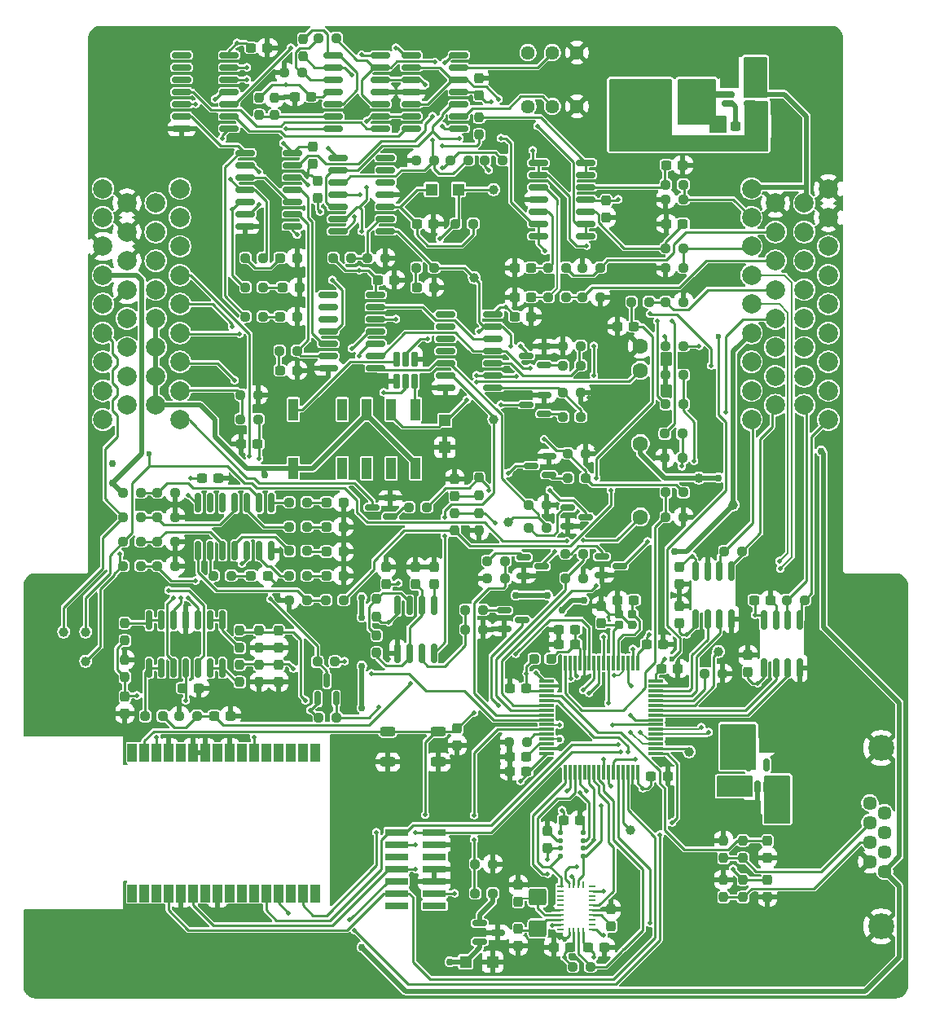
<source format=gbr>
%TF.GenerationSoftware,KiCad,Pcbnew,9.0.7*%
%TF.CreationDate,2026-02-09T19:02:23-08:00*%
%TF.ProjectId,VCU,5643552e-6b69-4636-9164-5f7063625858,1.5*%
%TF.SameCoordinates,Original*%
%TF.FileFunction,Copper,L1,Top*%
%TF.FilePolarity,Positive*%
%FSLAX46Y46*%
G04 Gerber Fmt 4.6, Leading zero omitted, Abs format (unit mm)*
G04 Created by KiCad (PCBNEW 9.0.7) date 2026-02-09 19:02:23*
%MOMM*%
%LPD*%
G01*
G04 APERTURE LIST*
G04 Aperture macros list*
%AMRoundRect*
0 Rectangle with rounded corners*
0 $1 Rounding radius*
0 $2 $3 $4 $5 $6 $7 $8 $9 X,Y pos of 4 corners*
0 Add a 4 corners polygon primitive as box body*
4,1,4,$2,$3,$4,$5,$6,$7,$8,$9,$2,$3,0*
0 Add four circle primitives for the rounded corners*
1,1,$1+$1,$2,$3*
1,1,$1+$1,$4,$5*
1,1,$1+$1,$6,$7*
1,1,$1+$1,$8,$9*
0 Add four rect primitives between the rounded corners*
20,1,$1+$1,$2,$3,$4,$5,0*
20,1,$1+$1,$4,$5,$6,$7,0*
20,1,$1+$1,$6,$7,$8,$9,0*
20,1,$1+$1,$8,$9,$2,$3,0*%
G04 Aperture macros list end*
%TA.AperFunction,Conductor*%
%ADD10C,0.200000*%
%TD*%
%TA.AperFunction,SMDPad,CuDef*%
%ADD11RoundRect,0.237500X0.250000X0.237500X-0.250000X0.237500X-0.250000X-0.237500X0.250000X-0.237500X0*%
%TD*%
%TA.AperFunction,SMDPad,CuDef*%
%ADD12RoundRect,0.150000X-0.825000X-0.150000X0.825000X-0.150000X0.825000X0.150000X-0.825000X0.150000X0*%
%TD*%
%TA.AperFunction,SMDPad,CuDef*%
%ADD13RoundRect,0.150000X0.825000X0.150000X-0.825000X0.150000X-0.825000X-0.150000X0.825000X-0.150000X0*%
%TD*%
%TA.AperFunction,SMDPad,CuDef*%
%ADD14RoundRect,0.237500X-0.237500X0.250000X-0.237500X-0.250000X0.237500X-0.250000X0.237500X0.250000X0*%
%TD*%
%TA.AperFunction,SMDPad,CuDef*%
%ADD15RoundRect,0.237500X0.237500X-0.300000X0.237500X0.300000X-0.237500X0.300000X-0.237500X-0.300000X0*%
%TD*%
%TA.AperFunction,SMDPad,CuDef*%
%ADD16RoundRect,0.237500X0.287500X0.237500X-0.287500X0.237500X-0.287500X-0.237500X0.287500X-0.237500X0*%
%TD*%
%TA.AperFunction,SMDPad,CuDef*%
%ADD17RoundRect,0.237500X0.300000X0.237500X-0.300000X0.237500X-0.300000X-0.237500X0.300000X-0.237500X0*%
%TD*%
%TA.AperFunction,SMDPad,CuDef*%
%ADD18RoundRect,0.237500X-0.300000X-0.237500X0.300000X-0.237500X0.300000X0.237500X-0.300000X0.237500X0*%
%TD*%
%TA.AperFunction,SMDPad,CuDef*%
%ADD19RoundRect,0.250000X-0.337500X-0.475000X0.337500X-0.475000X0.337500X0.475000X-0.337500X0.475000X0*%
%TD*%
%TA.AperFunction,SMDPad,CuDef*%
%ADD20RoundRect,0.150000X0.587500X0.150000X-0.587500X0.150000X-0.587500X-0.150000X0.587500X-0.150000X0*%
%TD*%
%TA.AperFunction,SMDPad,CuDef*%
%ADD21RoundRect,0.237500X-0.237500X0.300000X-0.237500X-0.300000X0.237500X-0.300000X0.237500X0.300000X0*%
%TD*%
%TA.AperFunction,ComponentPad*%
%ADD22C,1.600200*%
%TD*%
%TA.AperFunction,SMDPad,CuDef*%
%ADD23RoundRect,0.250000X0.750000X0.650000X-0.750000X0.650000X-0.750000X-0.650000X0.750000X-0.650000X0*%
%TD*%
%TA.AperFunction,SMDPad,CuDef*%
%ADD24RoundRect,0.237500X0.237500X-0.250000X0.237500X0.250000X-0.237500X0.250000X-0.237500X-0.250000X0*%
%TD*%
%TA.AperFunction,SMDPad,CuDef*%
%ADD25RoundRect,0.150000X0.150000X-0.825000X0.150000X0.825000X-0.150000X0.825000X-0.150000X-0.825000X0*%
%TD*%
%TA.AperFunction,SMDPad,CuDef*%
%ADD26RoundRect,0.075000X-0.075000X0.700000X-0.075000X-0.700000X0.075000X-0.700000X0.075000X0.700000X0*%
%TD*%
%TA.AperFunction,SMDPad,CuDef*%
%ADD27RoundRect,0.075000X-0.700000X0.075000X-0.700000X-0.075000X0.700000X-0.075000X0.700000X0.075000X0*%
%TD*%
%TA.AperFunction,SMDPad,CuDef*%
%ADD28C,1.000000*%
%TD*%
%TA.AperFunction,SMDPad,CuDef*%
%ADD29RoundRect,0.237500X-0.250000X-0.237500X0.250000X-0.237500X0.250000X0.237500X-0.250000X0.237500X0*%
%TD*%
%TA.AperFunction,SMDPad,CuDef*%
%ADD30RoundRect,0.125000X-0.137500X0.125000X-0.137500X-0.125000X0.137500X-0.125000X0.137500X0.125000X0*%
%TD*%
%TA.AperFunction,SMDPad,CuDef*%
%ADD31RoundRect,0.150000X-0.587500X-0.150000X0.587500X-0.150000X0.587500X0.150000X-0.587500X0.150000X0*%
%TD*%
%TA.AperFunction,SMDPad,CuDef*%
%ADD32R,1.000000X1.899920*%
%TD*%
%TA.AperFunction,ComponentPad*%
%ADD33C,6.400000*%
%TD*%
%TA.AperFunction,SMDPad,CuDef*%
%ADD34R,1.200000X1.200000*%
%TD*%
%TA.AperFunction,SMDPad,CuDef*%
%ADD35RoundRect,0.150000X0.150000X-0.512500X0.150000X0.512500X-0.150000X0.512500X-0.150000X-0.512500X0*%
%TD*%
%TA.AperFunction,SMDPad,CuDef*%
%ADD36RoundRect,0.150000X0.150000X-0.587500X0.150000X0.587500X-0.150000X0.587500X-0.150000X-0.587500X0*%
%TD*%
%TA.AperFunction,SMDPad,CuDef*%
%ADD37RoundRect,0.250000X0.650000X-0.625000X0.650000X0.625000X-0.650000X0.625000X-0.650000X-0.625000X0*%
%TD*%
%TA.AperFunction,SMDPad,CuDef*%
%ADD38RoundRect,0.150000X0.512500X0.150000X-0.512500X0.150000X-0.512500X-0.150000X0.512500X-0.150000X0*%
%TD*%
%TA.AperFunction,SMDPad,CuDef*%
%ADD39RoundRect,0.150000X0.150000X-0.650000X0.150000X0.650000X-0.150000X0.650000X-0.150000X-0.650000X0*%
%TD*%
%TA.AperFunction,SMDPad,CuDef*%
%ADD40RoundRect,0.200000X-0.250000X-0.200000X0.250000X-0.200000X0.250000X0.200000X-0.250000X0.200000X0*%
%TD*%
%TA.AperFunction,SMDPad,CuDef*%
%ADD41RoundRect,0.237500X-0.237500X0.287500X-0.237500X-0.287500X0.237500X-0.287500X0.237500X0.287500X0*%
%TD*%
%TA.AperFunction,ComponentPad*%
%ADD42C,2.000000*%
%TD*%
%TA.AperFunction,ComponentPad*%
%ADD43C,1.440000*%
%TD*%
%TA.AperFunction,SMDPad,CuDef*%
%ADD44RoundRect,0.237500X-0.287500X-0.237500X0.287500X-0.237500X0.287500X0.237500X-0.287500X0.237500X0*%
%TD*%
%TA.AperFunction,SMDPad,CuDef*%
%ADD45RoundRect,0.250000X0.337500X0.475000X-0.337500X0.475000X-0.337500X-0.475000X0.337500X-0.475000X0*%
%TD*%
%TA.AperFunction,SMDPad,CuDef*%
%ADD46R,1.000000X2.200000*%
%TD*%
%TA.AperFunction,SMDPad,CuDef*%
%ADD47R,2.400000X0.740000*%
%TD*%
%TA.AperFunction,SMDPad,CuDef*%
%ADD48R,0.675000X0.254000*%
%TD*%
%TA.AperFunction,SMDPad,CuDef*%
%ADD49R,0.254000X0.675000*%
%TD*%
%TA.AperFunction,ComponentPad*%
%ADD50C,1.447800*%
%TD*%
%TA.AperFunction,ComponentPad*%
%ADD51C,2.692400*%
%TD*%
%TA.AperFunction,SMDPad,CuDef*%
%ADD52RoundRect,0.250000X0.525000X0.250000X-0.525000X0.250000X-0.525000X-0.250000X0.525000X-0.250000X0*%
%TD*%
%TA.AperFunction,ViaPad*%
%ADD53C,0.508000*%
%TD*%
%TA.AperFunction,ViaPad*%
%ADD54C,0.762000*%
%TD*%
%TA.AperFunction,ViaPad*%
%ADD55C,0.600000*%
%TD*%
%TA.AperFunction,Conductor*%
%ADD56C,0.254000*%
%TD*%
%TA.AperFunction,Conductor*%
%ADD57C,0.508000*%
%TD*%
G04 APERTURE END LIST*
%TO.N,GND*%
D10*
X263523099Y-150162001D02*
X267841099Y-150162001D01*
X267841099Y-152448001D01*
X263523099Y-152448001D01*
X263523099Y-150162001D01*
%TA.AperFunction,Conductor*%
G36*
X263523099Y-150162001D02*
G01*
X267841099Y-150162001D01*
X267841099Y-152448001D01*
X263523099Y-152448001D01*
X263523099Y-150162001D01*
G37*
%TD.AperFunction*%
%TO.N,+5V*%
X268349099Y-147622001D02*
X270889099Y-147622001D01*
X270889099Y-152448001D01*
X268349099Y-152448001D01*
X268349099Y-147622001D01*
%TA.AperFunction,Conductor*%
G36*
X268349099Y-147622001D02*
G01*
X270889099Y-147622001D01*
X270889099Y-152448001D01*
X268349099Y-152448001D01*
X268349099Y-147622001D01*
G37*
%TD.AperFunction*%
X252220099Y-75232001D02*
X258570099Y-75232001D01*
X258570099Y-82598001D01*
X252220099Y-82598001D01*
X252220099Y-75232001D01*
%TA.AperFunction,Conductor*%
G36*
X252220099Y-75232001D02*
G01*
X258570099Y-75232001D01*
X258570099Y-82598001D01*
X252220099Y-82598001D01*
X252220099Y-75232001D01*
G37*
%TD.AperFunction*%
X263421499Y-147672801D02*
X266977499Y-147672801D01*
X266977499Y-149704801D01*
X263421499Y-149704801D01*
X263421499Y-147672801D01*
%TA.AperFunction,Conductor*%
G36*
X263421499Y-147672801D02*
G01*
X266977499Y-147672801D01*
X266977499Y-149704801D01*
X263421499Y-149704801D01*
X263421499Y-147672801D01*
G37*
%TD.AperFunction*%
%TO.N,GND*%
X270889099Y-79042001D02*
X271905099Y-79550001D01*
X271905099Y-81836001D01*
X269111099Y-81836001D01*
X269111099Y-78026001D01*
X270889099Y-78026001D01*
X270889099Y-79042001D01*
%TA.AperFunction,Conductor*%
G36*
X270889099Y-79042001D02*
G01*
X271905099Y-79550001D01*
X271905099Y-81836001D01*
X269111099Y-81836001D01*
X269111099Y-78026001D01*
X270889099Y-78026001D01*
X270889099Y-79042001D01*
G37*
%TD.AperFunction*%
X265555099Y-75994001D02*
X263777099Y-75994001D01*
X263777099Y-74724001D01*
X262507099Y-74724001D01*
X262507099Y-70914001D01*
X265555099Y-70914001D01*
X265555099Y-75994001D01*
%TA.AperFunction,Conductor*%
G36*
X265555099Y-75994001D02*
G01*
X263777099Y-75994001D01*
X263777099Y-74724001D01*
X262507099Y-74724001D01*
X262507099Y-70914001D01*
X265555099Y-70914001D01*
X265555099Y-75994001D01*
G37*
%TD.AperFunction*%
%TO.N,+5V*%
X252347099Y-81074001D02*
X268603099Y-81074001D01*
X268603099Y-82598001D01*
X252347099Y-82598001D01*
X252347099Y-81074001D01*
%TA.AperFunction,Conductor*%
G36*
X252347099Y-81074001D02*
G01*
X268603099Y-81074001D01*
X268603099Y-82598001D01*
X252347099Y-82598001D01*
X252347099Y-81074001D01*
G37*
%TD.AperFunction*%
%TO.N,GND*%
X267841099Y-142986501D02*
X271397099Y-142986501D01*
X271397099Y-145145501D01*
X267841099Y-145145501D01*
X267841099Y-142986501D01*
%TA.AperFunction,Conductor*%
G36*
X267841099Y-142986501D02*
G01*
X271397099Y-142986501D01*
X271397099Y-145145501D01*
X267841099Y-145145501D01*
X267841099Y-142986501D01*
G37*
%TD.AperFunction*%
%TO.N,+12V*%
X266190099Y-72946001D02*
X268476099Y-72946001D01*
X268476099Y-77010001D01*
X266190099Y-77010001D01*
X266190099Y-72946001D01*
%TA.AperFunction,Conductor*%
G36*
X266190099Y-72946001D02*
G01*
X268476099Y-72946001D01*
X268476099Y-77010001D01*
X266190099Y-77010001D01*
X266190099Y-72946001D01*
G37*
%TD.AperFunction*%
%TO.N,+3V3*%
X263777099Y-142288001D02*
X267333099Y-142288001D01*
X267333099Y-146860001D01*
X263777099Y-146860001D01*
X263777099Y-142288001D01*
%TA.AperFunction,Conductor*%
G36*
X263777099Y-142288001D02*
G01*
X267333099Y-142288001D01*
X267333099Y-146860001D01*
X263777099Y-146860001D01*
X263777099Y-142288001D01*
G37*
%TD.AperFunction*%
%TO.N,Net-(U1-SW)*%
X263142099Y-76502001D02*
X265047099Y-76502001D01*
X265047099Y-77010001D01*
X263142099Y-77010001D01*
X263142099Y-79042001D01*
X264285099Y-79042001D01*
X264285099Y-80693001D01*
X262634099Y-80693001D01*
X262634099Y-79804001D01*
X259332099Y-79804001D01*
X259332099Y-75232001D01*
X263142099Y-75232001D01*
X263142099Y-76502001D01*
%TA.AperFunction,Conductor*%
G36*
X263142099Y-76502001D02*
G01*
X265047099Y-76502001D01*
X265047099Y-77010001D01*
X263142099Y-77010001D01*
X263142099Y-79042001D01*
X264285099Y-79042001D01*
X264285099Y-80693001D01*
X262634099Y-80693001D01*
X262634099Y-79804001D01*
X259332099Y-79804001D01*
X259332099Y-75232001D01*
X263142099Y-75232001D01*
X263142099Y-76502001D01*
G37*
%TD.AperFunction*%
%TO.N,+5V*%
X266317099Y-77518001D02*
X268603099Y-77518001D01*
X268603099Y-81074001D01*
X266317099Y-81074001D01*
X266317099Y-77518001D01*
%TA.AperFunction,Conductor*%
G36*
X266317099Y-77518001D02*
G01*
X268603099Y-77518001D01*
X268603099Y-81074001D01*
X266317099Y-81074001D01*
X266317099Y-77518001D01*
G37*
%TD.AperFunction*%
%TD*%
D11*
%TO.P,R60,1*%
%TO.N,BPPS_1_Buff_Filt*%
X209317599Y-141375501D03*
%TO.P,R60,2*%
%TO.N,GND*%
X207492599Y-141375501D03*
%TD*%
D12*
%TO.P,U10,1*%
%TO.N,unconnected-(U10-Pad1)*%
X222948099Y-97584001D03*
%TO.P,U10,2*%
%TO.N,unconnected-(U10-Pad2)*%
X222948099Y-98854001D03*
%TO.P,U10,3*%
%TO.N,unconnected-(U10-Pad3)*%
X222948099Y-100124001D03*
%TO.P,U10,4*%
%TO.N,/Shutdown_VCU/High_Current_Output*%
X222948099Y-101394001D03*
%TO.P,U10,5*%
%TO.N,/Shutdown_VCU/Hard_Braking*%
X222948099Y-102664001D03*
%TO.P,U10,6*%
%TO.N,Hard_Braking_High_Current*%
X222948099Y-103934001D03*
%TO.P,U10,7,GND*%
%TO.N,GND*%
X222948099Y-105204001D03*
%TO.P,U10,8*%
%TO.N,/Shutdown_VCU/Shutdown_LEDS/TSSI_Status*%
X227898099Y-105204001D03*
%TO.P,U10,9*%
%TO.N,/nIMD_Fault*%
X227898099Y-103934001D03*
%TO.P,U10,10*%
%TO.N,/nBMS_Fault*%
X227898099Y-102664001D03*
%TO.P,U10,11*%
%TO.N,/Shutdown_VCU/BSPD_Set*%
X227898099Y-101394001D03*
%TO.P,U10,12*%
%TO.N,/Reset_Button*%
X227898099Y-100124001D03*
%TO.P,U10,13*%
%TO.N,/Shutdown_VCU/nBSPD_Fault*%
X227898099Y-98854001D03*
%TO.P,U10,14,VCC*%
%TO.N,+5V*%
X227898099Y-97584001D03*
%TD*%
D13*
%TO.P,U7,1*%
%TO.N,/Shutdown_VCU/Hard_Front_Brake*%
X236534099Y-80312001D03*
%TO.P,U7,2,-*%
%TO.N,Net-(U7A--)*%
X236534099Y-79042001D03*
%TO.P,U7,3,+*%
%TO.N,Front_Brake_Buff_Filtered*%
X236534099Y-77772001D03*
%TO.P,U7,4,V+*%
%TO.N,+5V*%
X236534099Y-76502001D03*
%TO.P,U7,5,+*%
%TO.N,Rear_Brake_Buff_Filtered*%
X236534099Y-75232001D03*
%TO.P,U7,6,-*%
%TO.N,Net-(U7B--)*%
X236534099Y-73962001D03*
%TO.P,U7,7*%
%TO.N,/Shutdown_VCU/Hard_Rear_Brake*%
X236534099Y-72692001D03*
%TO.P,U7,8*%
%TO.N,/Shutdown_VCU/Rear_Brake_Open*%
X231584099Y-72692001D03*
%TO.P,U7,9,-*%
%TO.N,Rear_Brake_Buff_Filtered*%
X231584099Y-73962001D03*
%TO.P,U7,10,+*%
%TO.N,/Shutdown_VCU/Open_Threshold*%
X231584099Y-75232001D03*
%TO.P,U7,11,V-*%
%TO.N,GND*%
X231584099Y-76502001D03*
%TO.P,U7,12,+*%
%TO.N,Rear_Brake_Buff_Filtered*%
X231584099Y-77772001D03*
%TO.P,U7,13,-*%
%TO.N,/Shutdown_VCU/Short_Threshold*%
X231584099Y-79042001D03*
%TO.P,U7,14*%
%TO.N,/Shutdown_VCU/Rear_Brake_Short*%
X231584099Y-80312001D03*
%TD*%
D14*
%TO.P,R82,1*%
%TO.N,/MCU/BSPD_Shutdown_Out_3V04*%
X238631099Y-120293501D03*
%TO.P,R82,2*%
%TO.N,GND*%
X238631099Y-122118501D03*
%TD*%
D15*
%TO.P,C55,1*%
%TO.N,GND*%
X242695099Y-165248501D03*
%TO.P,C55,2*%
%TO.N,Net-(U29-XIN32)*%
X242695099Y-163523501D03*
%TD*%
D16*
%TO.P,D5,1,K*%
%TO.N,GND*%
X224520099Y-121714001D03*
%TO.P,D5,2,A*%
%TO.N,Net-(D5-A)*%
X222770099Y-121714001D03*
%TD*%
D17*
%TO.P,C37,1*%
%TO.N,/MCU/OSC_IN*%
X254733599Y-129334001D03*
%TO.P,C37,2*%
%TO.N,GND*%
X253008599Y-129334001D03*
%TD*%
D11*
%TO.P,R47,1*%
%TO.N,GND*%
X245639599Y-119428001D03*
%TO.P,R47,2*%
%TO.N,/Shutdown_VCU/Shutdown_LEDS/TSSI_Status*%
X243814599Y-119428001D03*
%TD*%
D18*
%TO.P,C2,1*%
%TO.N,GND*%
X267232599Y-150670001D03*
%TO.P,C2,2*%
%TO.N,+5V*%
X268957599Y-150670001D03*
%TD*%
D19*
%TO.P,C1,1*%
%TO.N,GND*%
X264898599Y-73962001D03*
%TO.P,C1,2*%
%TO.N,+12V*%
X266973599Y-73962001D03*
%TD*%
D20*
%TO.P,Q7,1,G*%
%TO.N,Net-(Q7-G)*%
X229408599Y-120632001D03*
%TO.P,Q7,2,S*%
%TO.N,GND*%
X229408599Y-118732001D03*
%TO.P,Q7,3,D*%
%TO.N,/RTD_LED_Cathode*%
X227533599Y-119682001D03*
%TD*%
D11*
%TO.P,R11,1*%
%TO.N,/Current_Analog_Raw*%
X259863599Y-92758001D03*
%TO.P,R11,2*%
%TO.N,Net-(U8A-+)*%
X258038599Y-92758001D03*
%TD*%
D20*
%TO.P,Q5,1,G*%
%TO.N,Net-(Q5-G)*%
X245918599Y-116314001D03*
%TO.P,Q5,2,S*%
%TO.N,GND*%
X245918599Y-114414001D03*
%TO.P,Q5,3,D*%
%TO.N,/BSPD_LED_Cathode*%
X244043599Y-115364001D03*
%TD*%
D11*
%TO.P,R19,1*%
%TO.N,/Shutdown_VCU/BSPD_Delay_Threshold*%
X225319599Y-93774001D03*
%TO.P,R19,2*%
%TO.N,+5V*%
X223494599Y-93774001D03*
%TD*%
D17*
%TO.P,C16,1*%
%TO.N,GND*%
X233905599Y-90218001D03*
%TO.P,C16,2*%
%TO.N,Net-(D1-A)*%
X232180599Y-90218001D03*
%TD*%
D21*
%TO.P,C56,1*%
%TO.N,GND*%
X242695099Y-158951501D03*
%TO.P,C56,2*%
%TO.N,Net-(U29-XOUT32{slash}CLKSEL1)*%
X242695099Y-160676501D03*
%TD*%
D22*
%TO.P,K3,1*%
%TO.N,GND*%
X255395099Y-102918001D03*
%TO.P,K3,2*%
%TO.N,Net-(D22-K)*%
X255395099Y-105458001D03*
%TO.P,K3,5*%
%TO.N,BSPD_Shutdown_Out*%
X255395099Y-113078001D03*
%TO.P,K3,8*%
%TO.N,Inertia_Shutdown*%
X255395099Y-120698001D03*
%TD*%
D21*
%TO.P,C34,1*%
%TO.N,+5V*%
X259459099Y-125931501D03*
%TO.P,C34,2*%
%TO.N,GND*%
X259459099Y-127656501D03*
%TD*%
D23*
%TO.P,L1,1,1*%
%TO.N,Net-(U1-SW)*%
X261201099Y-78026001D03*
%TO.P,L1,2,2*%
%TO.N,+5V*%
X256701099Y-78026001D03*
%TD*%
D11*
%TO.P,R75,1*%
%TO.N,GND*%
X249449599Y-127048001D03*
%TO.P,R75,2*%
%TO.N,RTD_Buzzer*%
X247624599Y-127048001D03*
%TD*%
D21*
%TO.P,C21,1*%
%TO.N,GND*%
X233932099Y-125931501D03*
%TO.P,C21,2*%
%TO.N,Net-(U16-CV)*%
X233932099Y-127656501D03*
%TD*%
D24*
%TO.P,R64,1*%
%TO.N,/Dash_Launch*%
X264031099Y-156154501D03*
%TO.P,R64,2*%
%TO.N,GND*%
X264031099Y-154329501D03*
%TD*%
D25*
%TO.P,U16,1,GND*%
%TO.N,GND*%
X230122099Y-134857001D03*
%TO.P,U16,2,TR*%
%TO.N,Net-(U16-THR)*%
X231392099Y-134857001D03*
%TO.P,U16,3,Q*%
%TO.N,/Shutdown_VCU/Shutdown_LEDS/5v_Oscillation*%
X232662099Y-134857001D03*
%TO.P,U16,4,R*%
%TO.N,/Shutdown_VCU/Shutdown_LEDS/TSSI_Red_Logic*%
X233932099Y-134857001D03*
%TO.P,U16,5,CV*%
%TO.N,Net-(U16-CV)*%
X233932099Y-129907001D03*
%TO.P,U16,6,THR*%
%TO.N,Net-(U16-THR)*%
X232662099Y-129907001D03*
%TO.P,U16,7,DIS*%
%TO.N,Net-(U16-DIS)*%
X231392099Y-129907001D03*
%TO.P,U16,8,VCC*%
%TO.N,+5V*%
X230122099Y-129907001D03*
%TD*%
D26*
%TO.P,U27,1,VBAT*%
%TO.N,+3V3*%
X255081099Y-135851001D03*
%TO.P,U27,2,PC13*%
%TO.N,RTD_Button_3V3*%
X254581099Y-135851001D03*
%TO.P,U27,3,PC14*%
%TO.N,/MCU/Status_Indicator_Strip_3V*%
X254081099Y-135851001D03*
%TO.P,U27,4,PC15*%
%TO.N,Net-(U27-PC15)*%
X253581099Y-135851001D03*
%TO.P,U27,5,RCC_OSC_IN*%
%TO.N,/MCU/OSC_IN*%
X253081099Y-135851001D03*
%TO.P,U27,6,RCC_OSC_OUT*%
%TO.N,/MCU/OSC_OUT*%
X252581099Y-135851001D03*
%TO.P,U27,7,NRST*%
%TO.N,NRST*%
X252081099Y-135851001D03*
%TO.P,U27,8,PC0*%
%TO.N,RTD_LED*%
X251581099Y-135851001D03*
%TO.P,U27,9,ADC1_IN11*%
%TO.N,APPS_1_Buff_Filt*%
X251081099Y-135851001D03*
%TO.P,U27,10,ADC1_IN12*%
%TO.N,APPS_2_Buff_Filt*%
X250581099Y-135851001D03*
%TO.P,U27,11,ADC1_IN13*%
%TO.N,BPPS_1_Buff_Filt*%
X250081099Y-135851001D03*
%TO.P,U27,12,VSSA*%
%TO.N,GND*%
X249581099Y-135851001D03*
%TO.P,U27,13,VDDA*%
%TO.N,+3V3A*%
X249081099Y-135851001D03*
%TO.P,U27,14,ADC1_IN0*%
%TO.N,/MCU/Rear_Brake_Buff_Filtered_3V*%
X248581099Y-135851001D03*
%TO.P,U27,15,ADC1_IN1*%
%TO.N,/MCU/Front_Brake_Buff_Filtered_3V*%
X248081099Y-135851001D03*
%TO.P,U27,16,PA2*%
%TO.N,/MCU/BSPD_Fault_3V3*%
X247581099Y-135851001D03*
D27*
%TO.P,U27,17,ADC1_IN3*%
%TO.N,/MCU/BSPD_Shutdown_Out_3V04*%
X245656099Y-137776001D03*
%TO.P,U27,18,VSS*%
%TO.N,GND*%
X245656099Y-138276001D03*
%TO.P,U27,19,VDD*%
%TO.N,+3V3*%
X245656099Y-138776001D03*
%TO.P,U27,20,PA4*%
%TO.N,Dash_Launch_Filtered*%
X245656099Y-139276001D03*
%TO.P,U27,21,PA5*%
%TO.N,Dash_Lap_Filtered*%
X245656099Y-139776001D03*
%TO.P,U27,22,PA6*%
%TO.N,Driverless_Signal_Filtered*%
X245656099Y-140276001D03*
%TO.P,U27,23,PA7*%
%TO.N,RTD_Buzzer*%
X245656099Y-140776001D03*
%TO.P,U27,24,PC4*%
%TO.N,Brake_Light_Signal*%
X245656099Y-141276001D03*
%TO.P,U27,25,PC5*%
%TO.N,SPS_1_Buff_Filt*%
X245656099Y-141776001D03*
%TO.P,U27,26,PB0*%
%TO.N,Net-(U27-PB0)*%
X245656099Y-142276001D03*
%TO.P,U27,27,PB1*%
%TO.N,Solenoid_Signal*%
X245656099Y-142776001D03*
%TO.P,U27,28,PB2*%
%TO.N,/MCU/BOOT1*%
X245656099Y-143276001D03*
%TO.P,U27,29,PB10*%
%TO.N,Net-(U27-PB10)*%
X245656099Y-143776001D03*
%TO.P,U27,30,VCAP_1*%
%TO.N,Net-(U27-VCAP_1)*%
X245656099Y-144276001D03*
%TO.P,U27,31,VSS*%
%TO.N,GND*%
X245656099Y-144776001D03*
%TO.P,U27,32,VDD*%
%TO.N,+3V3*%
X245656099Y-145276001D03*
D26*
%TO.P,U27,33,SPI2_NSS*%
%TO.N,SPI2_NSS*%
X247581099Y-147201001D03*
%TO.P,U27,34,PB13*%
%TO.N,INT1_3V3*%
X248081099Y-147201001D03*
%TO.P,U27,35,SPI2_MISO*%
%TO.N,SPI2_MISO*%
X248581099Y-147201001D03*
%TO.P,U27,36,SPI2_MOSI*%
%TO.N,SPI2_MOSI*%
X249081099Y-147201001D03*
%TO.P,U27,37,PC6*%
%TO.N,unconnected-(U27-PC6-Pad37)*%
X249581099Y-147201001D03*
%TO.P,U27,38,SPI2_SCK*%
%TO.N,SPI2_SCK*%
X250081099Y-147201001D03*
%TO.P,U27,39,PC8*%
%TO.N,BNO_NRST*%
X250581099Y-147201001D03*
%TO.P,U27,40,PC9*%
%TO.N,BNO_BOOTN*%
X251081099Y-147201001D03*
%TO.P,U27,41,PA8*%
%TO.N,Net-(U27-PA8)*%
X251581099Y-147201001D03*
%TO.P,U27,42,PA9*%
%TO.N,Net-(U27-PA9)*%
X252081099Y-147201001D03*
%TO.P,U27,43,PA10*%
%TO.N,Net-(U27-PA10)*%
X252581099Y-147201001D03*
%TO.P,U27,44,PA11*%
%TO.N,WKUP1*%
X253081099Y-147201001D03*
%TO.P,U27,45,PA12*%
%TO.N,Net-(U27-PA12)*%
X253581099Y-147201001D03*
%TO.P,U27,46,SYS_JTMS-SWDIO*%
%TO.N,STLINK_SWDIO*%
X254081099Y-147201001D03*
%TO.P,U27,47,VSS*%
%TO.N,GND*%
X254581099Y-147201001D03*
%TO.P,U27,48,VDD*%
%TO.N,+3V3*%
X255081099Y-147201001D03*
D27*
%TO.P,U27,49,SYS_JTCK-SWCLK*%
%TO.N,STLINK_SWCLK*%
X257006099Y-145276001D03*
%TO.P,U27,50,PA15*%
%TO.N,Net-(U27-PA15)*%
X257006099Y-144776001D03*
%TO.P,U27,51,UART4_TX*%
%TO.N,UART4_TX*%
X257006099Y-144276001D03*
%TO.P,U27,52,UART4_RX*%
%TO.N,UART4_RX*%
X257006099Y-143776001D03*
%TO.P,U27,53,UART5_TX*%
%TO.N,/UART5_TX*%
X257006099Y-143276001D03*
%TO.P,U27,54,UART5_RX*%
%TO.N,/UART5_RX*%
X257006099Y-142776001D03*
%TO.P,U27,55,SYS_JTDO-SWO*%
%TO.N,STLINK_SWO*%
X257006099Y-142276001D03*
%TO.P,U27,56,SPI2_NSS*%
%TO.N,BME_NSS*%
X257006099Y-141776001D03*
%TO.P,U27,57,CAN2_RX*%
%TO.N,CAN_Data_RX*%
X257006099Y-141276001D03*
%TO.P,U27,58,CAN2_TX*%
%TO.N,CAN_Data_TX*%
X257006099Y-140776001D03*
%TO.P,U27,59,PB7*%
%TO.N,Net-(U27-PB7)*%
X257006099Y-140276001D03*
%TO.P,U27,60,BOOT0*%
%TO.N,/MCU/BOOT0*%
X257006099Y-139776001D03*
%TO.P,U27,61,CAN1_RX*%
%TO.N,CAN_Powertrain_RX*%
X257006099Y-139276001D03*
%TO.P,U27,62,CAN1_TX*%
%TO.N,CAN_Powertrain_TX*%
X257006099Y-138776001D03*
%TO.P,U27,63,VSS*%
%TO.N,GND*%
X257006099Y-138276001D03*
%TO.P,U27,64,VDD*%
%TO.N,+3V3*%
X257006099Y-137776001D03*
%TD*%
D28*
%TO.P,TP17,1,1*%
%TO.N,Net-(U27-PA15)*%
X260475099Y-145082001D03*
%TD*%
D24*
%TO.P,R45,1*%
%TO.N,+5V*%
X227986599Y-131050001D03*
%TO.P,R45,2*%
%TO.N,Net-(U16-DIS)*%
X227986599Y-129225001D03*
%TD*%
D29*
%TO.P,R21,1*%
%TO.N,Net-(D2-A)*%
X232130599Y-94790001D03*
%TO.P,R21,2*%
%TO.N,/MCU/BSDP_Fault*%
X233955599Y-94790001D03*
%TD*%
D15*
%TO.P,C13,1*%
%TO.N,+5V*%
X221867099Y-87524501D03*
%TO.P,C13,2*%
%TO.N,GND*%
X221867099Y-85799501D03*
%TD*%
D29*
%TO.P,R49,1*%
%TO.N,Net-(Q3-G)*%
X243814599Y-121818001D03*
%TO.P,R49,2*%
%TO.N,/Shutdown_VCU/Shutdown_LEDS/TSSI_Status*%
X245639599Y-121818001D03*
%TD*%
%TO.P,R43,1*%
%TO.N,Net-(Q1-G)*%
X247370599Y-110284001D03*
%TO.P,R43,2*%
%TO.N,Net-(R41-Pad2)*%
X249195599Y-110284001D03*
%TD*%
D14*
%TO.P,R92,1*%
%TO.N,SPS_1_Buff_Filt*%
X215771099Y-136041501D03*
%TO.P,R92,2*%
%TO.N,GND*%
X215771099Y-137866501D03*
%TD*%
D21*
%TO.P,C15,1*%
%TO.N,+5V*%
X221359099Y-82243501D03*
%TO.P,C15,2*%
%TO.N,GND*%
X221359099Y-83968501D03*
%TD*%
D24*
%TO.P,R69,1*%
%TO.N,Net-(D19-A)*%
X238631099Y-118447001D03*
%TO.P,R69,2*%
%TO.N,RTD_LED*%
X238631099Y-116622001D03*
%TD*%
D11*
%TO.P,R63,1*%
%TO.N,/CAN_Powertrain_L*%
X265959599Y-124254001D03*
%TO.P,R63,2*%
%TO.N,/CAN_Powertrain_H*%
X264134599Y-124254001D03*
%TD*%
%TO.P,R4,1*%
%TO.N,GND*%
X251227599Y-97838001D03*
%TO.P,R4,2*%
%TO.N,/Rear_Brake_Raw*%
X249402599Y-97838001D03*
%TD*%
D30*
%TO.P,U28,1,GND*%
%TO.N,GND*%
X249470599Y-153534001D03*
%TO.P,U28,2,CSB*%
%TO.N,BME_NSS*%
X249470599Y-154334001D03*
%TO.P,U28,3,SDI*%
%TO.N,SPI2_SCK*%
X249470599Y-155134001D03*
%TO.P,U28,4,SCK*%
%TO.N,SPI2_MOSI*%
X249470599Y-155934001D03*
%TO.P,U28,5,SDO*%
%TO.N,SPI2_MISO*%
X247095599Y-155934001D03*
%TO.P,U28,6,VDDIO*%
%TO.N,+3V3*%
X247095599Y-155134001D03*
%TO.P,U28,7,GND*%
%TO.N,GND*%
X247095599Y-154334001D03*
%TO.P,U28,8,VDD*%
%TO.N,+3V3*%
X247095599Y-153534001D03*
%TD*%
D28*
%TO.P,TP1,1,1*%
%TO.N,/Shutdown_VCU/BSPD_Fault_nDelayed*%
X240155099Y-86662001D03*
%TD*%
D21*
%TO.P,C20,1*%
%TO.N,GND*%
X232050599Y-125931501D03*
%TO.P,C20,2*%
%TO.N,Net-(U16-THR)*%
X232050599Y-127656501D03*
%TD*%
D18*
%TO.P,C14,1*%
%TO.N,+5V*%
X214908599Y-71930001D03*
%TO.P,C14,2*%
%TO.N,GND*%
X216633599Y-71930001D03*
%TD*%
%TO.P,C45,1*%
%TO.N,+3V3*%
X256488399Y-147622001D03*
%TO.P,C45,2*%
%TO.N,GND*%
X258213399Y-147622001D03*
%TD*%
D31*
%TO.P,Q9,1,G*%
%TO.N,Net-(Q9-G)*%
X243281599Y-124888001D03*
%TO.P,Q9,2,S*%
%TO.N,GND*%
X243281599Y-126788001D03*
%TO.P,Q9,3,D*%
%TO.N,/Brake_LED_Cathode*%
X245156599Y-125838001D03*
%TD*%
D11*
%TO.P,R36,1*%
%TO.N,BSPD_Shutdown_Out*%
X224557599Y-129334001D03*
%TO.P,R36,2*%
%TO.N,Net-(R36-Pad2)*%
X222732599Y-129334001D03*
%TD*%
D32*
%TO.P,U26,1,BRIDGE_UART_RX*%
%TO.N,unconnected-(U26-BRIDGE_UART_RX-Pad1)*%
X202541099Y-159814001D03*
%TO.P,U26,2,BRIDGE_UART_CTS*%
%TO.N,unconnected-(U26-BRIDGE_UART_CTS-Pad2)*%
X203811099Y-159814001D03*
%TO.P,U26,3,BRIDGE_UART_RTS*%
%TO.N,unconnected-(U26-BRIDGE_UART_RTS-Pad3)*%
X205081099Y-159814001D03*
%TO.P,U26,4,T_JTMS/T_SWDIO*%
%TO.N,STLINK_SWDIO*%
X206351099Y-159814001D03*
%TO.P,U26,5,GNDDETECT*%
%TO.N,GND*%
X207621099Y-159814001D03*
%TO.P,U26,6,T_JTDO/T_SWO*%
%TO.N,STLINK_SWO*%
X208891099Y-159814001D03*
%TO.P,U26,7,BRIDGE_SPI_CLK*%
%TO.N,unconnected-(U26-BRIDGE_SPI_CLK-Pad7)*%
X210161099Y-159814001D03*
%TO.P,U26,8,GND_2*%
%TO.N,GND*%
X211431099Y-159814001D03*
%TO.P,U26,9,BRIDGE_CAN_RX*%
%TO.N,unconnected-(U26-BRIDGE_CAN_RX-Pad9)*%
X212701099Y-159814001D03*
%TO.P,U26,10,BRIDGE_CAN_TX*%
%TO.N,unconnected-(U26-BRIDGE_CAN_TX-Pad10)*%
X213971099Y-159814001D03*
%TO.P,U26,11,BRIDGE_UART_TX*%
%TO.N,unconnected-(U26-BRIDGE_UART_TX-Pad11)*%
X215241099Y-159814001D03*
%TO.P,U26,12,T_VCP_TX*%
%TO.N,UART4_TX*%
X216511099Y-159814001D03*
%TO.P,U26,13,T_JCLK/T_SWCLK*%
%TO.N,STLINK_SWCLK*%
X217781099Y-159814001D03*
%TO.P,U26,14,BRIDGE_SPI_NSS*%
%TO.N,unconnected-(U26-BRIDGE_SPI_NSS-Pad14)*%
X219051099Y-159814001D03*
%TO.P,U26,15,T_VCP_RX*%
%TO.N,UART4_RX*%
X220321099Y-159814001D03*
%TO.P,U26,16,BRIDGE_I2C_SCL*%
%TO.N,unconnected-(U26-BRIDGE_I2C_SCL-Pad16)*%
X221591099Y-159814001D03*
%TO.P,U26,17,BRIDGE_I2C_SDA*%
%TO.N,unconnected-(U26-BRIDGE_I2C_SDA-Pad17)*%
X221591099Y-145173941D03*
%TO.P,U26,18,BRIDGE_GPIO0*%
%TO.N,unconnected-(U26-BRIDGE_GPIO0-Pad18)*%
X220321099Y-145173941D03*
%TO.P,U26,19,BRIDGE_GPIO1*%
%TO.N,unconnected-(U26-BRIDGE_GPIO1-Pad19)*%
X219051099Y-145173941D03*
%TO.P,U26,20,BRIDGE_GPIO2*%
%TO.N,unconnected-(U26-BRIDGE_GPIO2-Pad20)*%
X217781099Y-145173941D03*
%TO.P,U26,21,BRIDGE_GPIO3*%
%TO.N,unconnected-(U26-BRIDGE_GPIO3-Pad21)*%
X216511099Y-145173941D03*
%TO.P,U26,22,5V_OPT*%
%TO.N,+5V*%
X215241099Y-145173941D03*
%TO.P,U26,23,BRIDGE_SPI_MISO*%
%TO.N,unconnected-(U26-BRIDGE_SPI_MISO-Pad23)*%
X213971099Y-145173941D03*
%TO.P,U26,24,GND*%
%TO.N,GND*%
X212701099Y-145173941D03*
%TO.P,U26,25,BRIDGE_SPI_MOSI*%
%TO.N,unconnected-(U26-BRIDGE_SPI_MOSI-Pad25)*%
X211431099Y-145173941D03*
%TO.P,U26,26,GND2*%
%TO.N,GND*%
X210161099Y-145173941D03*
%TO.P,U26,27,GND3*%
X208891099Y-145173941D03*
%TO.P,U26,28,T_JTDI/NC*%
%TO.N,unconnected-(U26-T_JTDI{slash}NC-Pad28)*%
X207621099Y-145173941D03*
%TO.P,U26,29,GND4*%
%TO.N,GND*%
X206351099Y-145173941D03*
%TO.P,U26,30,T_VCC*%
%TO.N,+3V3*%
X205081099Y-145173941D03*
%TO.P,U26,31,T_NRST*%
%TO.N,NRST*%
X203811099Y-145173941D03*
%TO.P,U26,32,T_SW_DIR*%
%TO.N,unconnected-(U26-T_SW_DIR-Pad32)*%
X202541099Y-145173941D03*
%TD*%
D18*
%TO.P,C41,1*%
%TO.N,GND*%
X241832599Y-145590001D03*
%TO.P,C41,2*%
%TO.N,Net-(U27-VCAP_1)*%
X243557599Y-145590001D03*
%TD*%
D33*
%TO.P,H1,1,1*%
%TO.N,GND*%
X202309099Y-72946001D03*
%TD*%
D16*
%TO.P,D8,1,K*%
%TO.N,GND*%
X219694099Y-99870001D03*
%TO.P,D8,2,A*%
%TO.N,Net-(D8-A)*%
X217944099Y-99870001D03*
%TD*%
%TO.P,D2,1,K*%
%TO.N,GND*%
X233918099Y-96822001D03*
%TO.P,D2,2,A*%
%TO.N,Net-(D2-A)*%
X232168099Y-96822001D03*
%TD*%
D14*
%TO.P,R14,1*%
%TO.N,GND*%
X217359099Y-77113501D03*
%TO.P,R14,2*%
%TO.N,/Shutdown_VCU/High_Current_Threshold*%
X217359099Y-78938501D03*
%TD*%
D29*
%TO.P,R26,1*%
%TO.N,Inertia_Shutdown*%
X201650599Y-123238001D03*
%TO.P,R26,2*%
%TO.N,Net-(R26-Pad2)*%
X203475599Y-123238001D03*
%TD*%
D17*
%TO.P,C3,1*%
%TO.N,Net-(U1-BST)*%
X265274599Y-80058001D03*
%TO.P,C3,2*%
%TO.N,Net-(U1-SW)*%
X263549599Y-80058001D03*
%TD*%
D34*
%TO.P,D1,1,K*%
%TO.N,/Shutdown_VCU/BSPD_Fault_nDelayed*%
X236475099Y-86662001D03*
%TO.P,D1,2,A*%
%TO.N,Net-(D1-A)*%
X233675099Y-86662001D03*
%TD*%
D31*
%TO.P,Q4,1,G*%
%TO.N,Net-(Q4-G)*%
X241249599Y-130416001D03*
%TO.P,Q4,2,S*%
%TO.N,GND*%
X241249599Y-132316001D03*
%TO.P,Q4,3,D*%
%TO.N,/TSSI_RED_Cathode*%
X243124599Y-131366001D03*
%TD*%
D35*
%TO.P,U2,1,VIN*%
%TO.N,+5V*%
X266637099Y-148759501D03*
%TO.P,U2,2,GND*%
%TO.N,GND*%
X267587099Y-148759501D03*
%TO.P,U2,3,EN*%
%TO.N,+5V*%
X268537099Y-148759501D03*
%TO.P,U2,4,NC*%
%TO.N,unconnected-(U2-NC-Pad4)*%
X268537099Y-146484501D03*
%TO.P,U2,5,VOUT*%
%TO.N,+3V3*%
X266637099Y-146484501D03*
%TD*%
D28*
%TO.P,TP21,1,1*%
%TO.N,Net-(U27-PA12)*%
X254379099Y-153210001D03*
%TD*%
D17*
%TO.P,C42,1*%
%TO.N,GND*%
X257781599Y-133906001D03*
%TO.P,C42,2*%
%TO.N,+3V3*%
X256056599Y-133906001D03*
%TD*%
D11*
%TO.P,R20,1*%
%TO.N,GND*%
X228875599Y-93774001D03*
%TO.P,R20,2*%
%TO.N,/Shutdown_VCU/BSPD_Delay_Threshold*%
X227050599Y-93774001D03*
%TD*%
D18*
%TO.P,C53,1*%
%TO.N,GND*%
X246404599Y-165402001D03*
%TO.P,C53,2*%
%TO.N,+3V3*%
X248129599Y-165402001D03*
%TD*%
D12*
%TO.P,U6,1*%
%TO.N,/Shutdown_VCU/Diff_Current_Output*%
X223456099Y-72692001D03*
%TO.P,U6,2,-*%
%TO.N,Net-(U6A--)*%
X223456099Y-73962001D03*
%TO.P,U6,3,+*%
%TO.N,Net-(U6A-+)*%
X223456099Y-75232001D03*
%TO.P,U6,4,V+*%
%TO.N,+5V*%
X223456099Y-76502001D03*
%TO.P,U6,5,+*%
%TO.N,/Shutdown_VCU/Diff_Current_Output*%
X223456099Y-77772001D03*
%TO.P,U6,6,-*%
%TO.N,/Shutdown_VCU/High_Current_Threshold*%
X223456099Y-79042001D03*
%TO.P,U6,7*%
%TO.N,/Shutdown_VCU/High_Current_Output*%
X223456099Y-80312001D03*
%TO.P,U6,8*%
%TO.N,/Shutdown_VCU/Current_Sensor_Short*%
X228406099Y-80312001D03*
%TO.P,U6,9,-*%
%TO.N,/Shutdown_VCU/Short_Threshold*%
X228406099Y-79042001D03*
%TO.P,U6,10,+*%
%TO.N,Current_Analog_Buff_Filtered*%
X228406099Y-77772001D03*
%TO.P,U6,11,V-*%
%TO.N,GND*%
X228406099Y-76502001D03*
%TO.P,U6,12,+*%
%TO.N,/Shutdown_VCU/Open_Threshold*%
X228406099Y-75232001D03*
%TO.P,U6,13,-*%
%TO.N,Current_Analog_Buff_Filtered*%
X228406099Y-73962001D03*
%TO.P,U6,14*%
%TO.N,/Shutdown_VCU/Current_Sensor_Open*%
X228406099Y-72692001D03*
%TD*%
D36*
%TO.P,Q6,1,G*%
%TO.N,+3V3*%
X221856899Y-139567901D03*
%TO.P,Q6,2,S*%
%TO.N,/MCU/Status_Indicator_Strip_3V*%
X223756899Y-139567901D03*
%TO.P,Q6,3,D*%
%TO.N,/Status_Indicator_Strip*%
X222806899Y-137692901D03*
%TD*%
D14*
%TO.P,R55,1*%
%TO.N,APPS_1_Buff_Filt*%
X213739099Y-132485501D03*
%TO.P,R55,2*%
%TO.N,Net-(U24C--)*%
X213739099Y-134310501D03*
%TD*%
D11*
%TO.P,R38,1*%
%TO.N,Net-(D9-A)*%
X220747599Y-119174001D03*
%TO.P,R38,2*%
%TO.N,Net-(R38-Pad2)*%
X218922599Y-119174001D03*
%TD*%
%TO.P,R37,1*%
%TO.N,Net-(R36-Pad2)*%
X220747599Y-129334001D03*
%TO.P,R37,2*%
%TO.N,GND*%
X218922599Y-129334001D03*
%TD*%
D16*
%TO.P,D6,1,K*%
%TO.N,GND*%
X224520099Y-124304001D03*
%TO.P,D6,2,A*%
%TO.N,Net-(D6-A)*%
X222770099Y-124304001D03*
%TD*%
D17*
%TO.P,C54,1*%
%TO.N,GND*%
X251685599Y-165402001D03*
%TO.P,C54,2*%
%TO.N,+3V3*%
X249960599Y-165402001D03*
%TD*%
D11*
%TO.P,R2,1*%
%TO.N,Current_Analog_Buff_Filtered*%
X223795599Y-70914001D03*
%TO.P,R2,2*%
%TO.N,Net-(U6A-+)*%
X221970599Y-70914001D03*
%TD*%
D29*
%TO.P,R70,1*%
%TO.N,Driverless_Signal_Filtered*%
X254482599Y-98346001D03*
%TO.P,R70,2*%
%TO.N,/Driverless_Signal*%
X256307599Y-98346001D03*
%TD*%
D11*
%TO.P,R59,1*%
%TO.N,BPPS_1_Buff_Filt*%
X205761599Y-141375501D03*
%TO.P,R59,2*%
%TO.N,Net-(U24A--)*%
X203936599Y-141375501D03*
%TD*%
D18*
%TO.P,C46,1*%
%TO.N,+3V3*%
X257580599Y-136446001D03*
%TO.P,C46,2*%
%TO.N,GND*%
X259305599Y-136446001D03*
%TD*%
D29*
%TO.P,R16,1*%
%TO.N,/Shutdown_VCU/Short_Threshold*%
X235686599Y-83614001D03*
%TO.P,R16,2*%
%TO.N,/Shutdown_VCU/Open_Threshold*%
X237511599Y-83614001D03*
%TD*%
D33*
%TO.P,H3,1,1*%
%TO.N,GND*%
X278509099Y-130096001D03*
%TD*%
D18*
%TO.P,C17,1*%
%TO.N,+5V*%
X209828599Y-116634001D03*
%TO.P,C17,2*%
%TO.N,GND*%
X211553599Y-116634001D03*
%TD*%
D15*
%TO.P,C38,1*%
%TO.N,/MCU/OSC_OUT*%
X251331099Y-131720501D03*
%TO.P,C38,2*%
%TO.N,GND*%
X251331099Y-129995501D03*
%TD*%
D11*
%TO.P,R28,1*%
%TO.N,Net-(D5-A)*%
X220747599Y-121714001D03*
%TO.P,R28,2*%
%TO.N,Net-(R28-Pad2)*%
X218922599Y-121714001D03*
%TD*%
%TO.P,R74,1*%
%TO.N,Net-(Q10-G)*%
X240051599Y-159814001D03*
%TO.P,R74,2*%
%TO.N,Solenoid_Signal*%
X238226599Y-159814001D03*
%TD*%
D25*
%TO.P,U15,1*%
%TO.N,Net-(R36-Pad2)*%
X209421099Y-124189001D03*
%TO.P,U15,2*%
%TO.N,Net-(R40-Pad2)*%
X210691099Y-124189001D03*
%TO.P,U15,3*%
%TO.N,Net-(R26-Pad2)*%
X211961099Y-124189001D03*
%TO.P,U15,4*%
%TO.N,Net-(R29-Pad2)*%
X213231099Y-124189001D03*
%TO.P,U15,5*%
%TO.N,Net-(R34-Pad2)*%
X214501099Y-124189001D03*
%TO.P,U15,6*%
%TO.N,Net-(R39-Pad2)*%
X215771099Y-124189001D03*
%TO.P,U15,7,GND*%
%TO.N,GND*%
X217041099Y-124189001D03*
%TO.P,U15,8*%
%TO.N,Net-(R38-Pad2)*%
X217041099Y-119239001D03*
%TO.P,U15,9*%
%TO.N,Net-(R32-Pad2)*%
X215771099Y-119239001D03*
%TO.P,U15,10*%
%TO.N,Net-(R28-Pad2)*%
X214501099Y-119239001D03*
%TO.P,U15,11*%
%TO.N,Net-(R24-Pad2)*%
X213231099Y-119239001D03*
%TO.P,U15,12*%
%TO.N,unconnected-(U15-Pad12)*%
X211961099Y-119239001D03*
%TO.P,U15,13*%
%TO.N,unconnected-(U15-Pad13)*%
X210691099Y-119239001D03*
%TO.P,U15,14,VCC*%
%TO.N,+5V*%
X209421099Y-119239001D03*
%TD*%
D15*
%TO.P,C50,1*%
%TO.N,+3V3*%
X245743099Y-155088501D03*
%TO.P,C50,2*%
%TO.N,GND*%
X245743099Y-153363501D03*
%TD*%
D37*
%TO.P,XTAL1,1,1*%
%TO.N,Net-(U29-XIN32)*%
X244727099Y-163471001D03*
%TO.P,XTAL1,2,2*%
%TO.N,Net-(U29-XOUT32{slash}CLKSEL1)*%
X244727099Y-160221001D03*
%TD*%
D29*
%TO.P,R23,1*%
%TO.N,Net-(D4-A)*%
X217906599Y-103426001D03*
%TO.P,R23,2*%
%TO.N,Hard_Braking_High_Current*%
X219731599Y-103426001D03*
%TD*%
D11*
%TO.P,R31,1*%
%TO.N,Net-(D8-A)*%
X216175599Y-99870001D03*
%TO.P,R31,2*%
%TO.N,Current_Sensor_Fault*%
X214350599Y-99870001D03*
%TD*%
D38*
%TO.P,U1,1,FB*%
%TO.N,+5V*%
X266819599Y-77706001D03*
%TO.P,U1,2,EN*%
%TO.N,+12V*%
X266819599Y-76756001D03*
%TO.P,U1,3,IN*%
X266819599Y-75806001D03*
%TO.P,U1,4,GND*%
%TO.N,GND*%
X264544599Y-75806001D03*
%TO.P,U1,5,SW*%
%TO.N,Net-(U1-SW)*%
X264544599Y-76756001D03*
%TO.P,U1,6,BST*%
%TO.N,Net-(U1-BST)*%
X264544599Y-77706001D03*
%TD*%
D11*
%TO.P,R17,1*%
%TO.N,/Shutdown_VCU/Open_Threshold*%
X233955599Y-83614001D03*
%TO.P,R17,2*%
%TO.N,GND*%
X232130599Y-83614001D03*
%TD*%
D39*
%TO.P,U14,1*%
%TO.N,GND*%
X230061099Y-106608001D03*
%TO.P,U14,2*%
%TO.N,/Shutdown_VCU/BSPD_Set*%
X231011099Y-106608001D03*
%TO.P,U14,3*%
%TO.N,Net-(K2-Pad7)*%
X231961099Y-106608001D03*
%TO.P,U14,4*%
%TO.N,GND*%
X231961099Y-104308001D03*
%TO.P,U14,5*%
%TO.N,/MCU/BSDP_Fault*%
X231011099Y-104308001D03*
%TO.P,U14,6*%
%TO.N,Net-(K2-Pad12)*%
X230061099Y-104308001D03*
%TD*%
D29*
%TO.P,R81,1*%
%TO.N,GND*%
X257935099Y-114573002D03*
%TO.P,R81,2*%
%TO.N,/MCU/Rear_Brake_Buff_Filtered_3V*%
X259760099Y-114573002D03*
%TD*%
%TO.P,R10,1*%
%TO.N,Net-(U8D-+)*%
X245846599Y-94790001D03*
%TO.P,R10,2*%
%TO.N,/Front_Brake_Raw*%
X247671599Y-94790001D03*
%TD*%
D40*
%TO.P,Y1,1,1*%
%TO.N,/MCU/OSC_OUT*%
X253171099Y-131916001D03*
%TO.P,Y1,2,2*%
%TO.N,GND*%
X254571099Y-131916001D03*
%TO.P,Y1,3,3*%
%TO.N,/MCU/OSC_IN*%
X254571099Y-130816001D03*
%TO.P,Y1,4,4*%
%TO.N,GND*%
X253171099Y-130816001D03*
%TD*%
D12*
%TO.P,U13,1*%
%TO.N,unconnected-(U13-Pad1)*%
X235140099Y-99616001D03*
%TO.P,U13,2*%
%TO.N,unconnected-(U13-Pad2)*%
X235140099Y-100886001D03*
%TO.P,U13,3*%
%TO.N,unconnected-(U13-Pad3)*%
X235140099Y-102156001D03*
%TO.P,U13,4*%
%TO.N,unconnected-(U13-Pad4)*%
X235140099Y-103426001D03*
%TO.P,U13,5*%
%TO.N,/Shutdown_VCU/Shutdown_LEDS/TSSI_Status*%
X235140099Y-104696001D03*
%TO.P,U13,6*%
%TO.N,/Shutdown_VCU/Shutdown_LEDS/TSSI_Red_Logic*%
X235140099Y-105966001D03*
%TO.P,U13,7,GND*%
%TO.N,GND*%
X235140099Y-107236001D03*
%TO.P,U13,8*%
%TO.N,Net-(R41-Pad2)*%
X240090099Y-107236001D03*
%TO.P,U13,9*%
%TO.N,/nBMS_Fault*%
X240090099Y-105966001D03*
%TO.P,U13,10*%
%TO.N,Net-(R42-Pad2)*%
X240090099Y-104696001D03*
%TO.P,U13,11*%
%TO.N,/nIMD_Fault*%
X240090099Y-103426001D03*
%TO.P,U13,12*%
%TO.N,/Shutdown_VCU/nBSPD_Fault*%
X240090099Y-102156001D03*
%TO.P,U13,13*%
%TO.N,/MCU/BSDP_Fault*%
X240090099Y-100886001D03*
%TO.P,U13,14,VCC*%
%TO.N,+5V*%
X240090099Y-99616001D03*
%TD*%
D24*
%TO.P,R13,1*%
%TO.N,/Shutdown_VCU/High_Current_Threshold*%
X215771099Y-78938501D03*
%TO.P,R13,2*%
%TO.N,+5V*%
X215771099Y-77113501D03*
%TD*%
D31*
%TO.P,Q10,1,G*%
%TO.N,Net-(Q10-G)*%
X238709599Y-162928001D03*
%TO.P,Q10,2,S*%
%TO.N,/MCU/Solenoid_Neg*%
X238709599Y-164828001D03*
%TO.P,Q10,3,D*%
%TO.N,GND*%
X240584599Y-163878001D03*
%TD*%
D20*
%TO.P,Q2,1,G*%
%TO.N,Net-(Q2-G)*%
X245410599Y-104884001D03*
%TO.P,Q2,2,S*%
%TO.N,GND*%
X245410599Y-102984001D03*
%TO.P,Q2,3,D*%
%TO.N,/IMD_LED_Cathode*%
X243535599Y-103934001D03*
%TD*%
D11*
%TO.P,R72,1*%
%TO.N,/MCU/Status_Indicator_Strip_3V*%
X223795599Y-141526001D03*
%TO.P,R72,2*%
%TO.N,+3V3*%
X221970599Y-141526001D03*
%TD*%
%TO.P,R62,1*%
%TO.N,CAN_Data_L*%
X272460099Y-129334001D03*
%TO.P,R62,2*%
%TO.N,CAN_Data_H*%
X270635099Y-129334001D03*
%TD*%
D34*
%TO.P,D24,1,K*%
%TO.N,/MCU/Solenoid_Neg*%
X237231099Y-166926001D03*
%TO.P,D24,2,A*%
%TO.N,GND*%
X240031099Y-166926001D03*
%TD*%
D25*
%TO.P,U22,1,VCC1*%
%TO.N,+3V3*%
X268222099Y-136381001D03*
%TO.P,U22,2,TXD*%
%TO.N,CAN_Data_TX*%
X269492099Y-136381001D03*
%TO.P,U22,3,RXD*%
%TO.N,CAN_Data_RX*%
X270682099Y-136381001D03*
%TO.P,U22,4,GND1*%
%TO.N,GND*%
X271952099Y-136381001D03*
%TO.P,U22,5,CANL*%
%TO.N,CAN_Data_L*%
X271952099Y-131431001D03*
%TO.P,U22,6,CANH*%
%TO.N,CAN_Data_H*%
X270682099Y-131431001D03*
%TO.P,U22,7,GND2*%
%TO.N,GND*%
X269492099Y-131431001D03*
%TO.P,U22,8,VCC2*%
%TO.N,+5V*%
X268222099Y-131431001D03*
%TD*%
D33*
%TO.P,H2,1,1*%
%TO.N,GND*%
X195958626Y-165656001D03*
%TD*%
D29*
%TO.P,R33,1*%
%TO.N,Net-(R32-Pad2)*%
X205206599Y-118158001D03*
%TO.P,R33,2*%
%TO.N,GND*%
X207031599Y-118158001D03*
%TD*%
D18*
%TO.P,C49,1*%
%TO.N,+5V*%
X207796599Y-138478001D03*
%TO.P,C49,2*%
%TO.N,GND*%
X209521599Y-138478001D03*
%TD*%
D29*
%TO.P,R88,1*%
%TO.N,/MCU/BSPD_Fault_3V3*%
X258038599Y-120698001D03*
%TO.P,R88,2*%
%TO.N,GND*%
X259863599Y-120698001D03*
%TD*%
D11*
%TO.P,R15,1*%
%TO.N,/Shutdown_VCU/Short_Threshold*%
X241067599Y-83614001D03*
%TO.P,R15,2*%
%TO.N,+5V*%
X239242599Y-83614001D03*
%TD*%
%TO.P,R90,1*%
%TO.N,GND*%
X240051599Y-156766001D03*
%TO.P,R90,2*%
%TO.N,Solenoid_Signal*%
X238226599Y-156766001D03*
%TD*%
D18*
%TO.P,C51,1*%
%TO.N,+3V3*%
X247420599Y-152194001D03*
%TO.P,C51,2*%
%TO.N,GND*%
X249145599Y-152194001D03*
%TD*%
%TO.P,C30,1*%
%TO.N,BPPS_1_Buff_Filt*%
X211098599Y-141375501D03*
%TO.P,C30,2*%
%TO.N,GND*%
X212823599Y-141375501D03*
%TD*%
D28*
%TO.P,TP18,1,1*%
%TO.N,Net-(U27-PB7)*%
X263523099Y-134668001D03*
%TD*%
D15*
%TO.P,C12,1*%
%TO.N,+5V*%
X238631099Y-76856501D03*
%TO.P,C12,2*%
%TO.N,GND*%
X238631099Y-75131501D03*
%TD*%
D41*
%TO.P,D19,1,K*%
%TO.N,GND*%
X236091099Y-116775001D03*
%TO.P,D19,2,A*%
%TO.N,Net-(D19-A)*%
X236091099Y-118525001D03*
%TD*%
D42*
%TO.P,J3,1,Pin_1*%
%TO.N,/APPS_1_Raw*%
X207532880Y-86575640D03*
%TO.P,J3,2,Pin_2*%
%TO.N,/APPS_2_Raw*%
X207532880Y-89575640D03*
%TO.P,J3,3,Pin_3*%
%TO.N,/BPPS_1_Raw*%
X207532880Y-92575640D03*
%TO.P,J3,4,Pin_4*%
%TO.N,/Status_Indicator_Strip*%
X207532880Y-95575640D03*
%TO.P,J3,5,Pin_5*%
%TO.N,/BMS_LED_Cathode*%
X207532880Y-98575640D03*
%TO.P,J3,6,Pin_6*%
%TO.N,/IMD_LED_Cathode*%
X207532880Y-101575640D03*
%TO.P,J3,7,Pin_7*%
%TO.N,/BSPD_LED_Cathode*%
X207532880Y-104575640D03*
%TO.P,J3,8,Pin_8*%
%TO.N,/RTD_Button_Neg*%
X207532880Y-107575640D03*
%TO.P,J3,9,Pin_9*%
%TO.N,/RTD_LED_Cathode*%
X207532880Y-110575640D03*
%TO.P,J3,10,Pin_10*%
%TO.N,+5V*%
X205032880Y-88075640D03*
%TO.P,J3,11,Pin_11*%
X205032880Y-91075640D03*
%TO.P,J3,12,Pin_12*%
X205032880Y-94075640D03*
%TO.P,J3,13,Pin_13*%
X205032880Y-97075640D03*
%TO.P,J3,14,Pin_14*%
%TO.N,+12V*%
X205032880Y-100075640D03*
%TO.P,J3,15,Pin_15*%
X205032880Y-103075640D03*
%TO.P,J3,16,Pin_16*%
X205032880Y-106075640D03*
%TO.P,J3,17,Pin_17*%
X205032880Y-109075640D03*
%TO.P,J3,18,Pin_18*%
%TO.N,GND*%
X202032880Y-88075640D03*
%TO.P,J3,19,Pin_19*%
X202032880Y-91075640D03*
%TO.P,J3,20,Pin_20*%
X202032880Y-94075640D03*
%TO.P,J3,21,Pin_21*%
X202032880Y-97075640D03*
%TO.P,J3,22,Pin_22*%
%TO.N,E_Stop_Shutdown*%
X202032880Y-100075640D03*
%TO.P,J3,23,Pin_23*%
X202032880Y-103075640D03*
%TO.P,J3,24,Pin_24*%
%TO.N,Inertia_Shutdown*%
X202032880Y-106075640D03*
%TO.P,J3,25,Pin_25*%
%TO.N,+3V3*%
X202032880Y-109075640D03*
%TO.P,J3,26,Pin_26*%
%TO.N,/MCU/SPS_1_Raw*%
X199532880Y-86575640D03*
%TO.P,J3,27,Pin_27*%
%TO.N,+5V*%
X199532880Y-89575640D03*
%TO.P,J3,28,Pin_28*%
%TO.N,GND*%
X199532880Y-92575640D03*
%TO.P,J3,29,Pin_29*%
%TO.N,Shutdown_In*%
X199532880Y-95575640D03*
%TO.P,J3,30,Pin_30*%
%TO.N,BOTS_Shutdown*%
X199532880Y-98575640D03*
%TO.P,J3,31,Pin_31*%
X199532880Y-101575640D03*
%TO.P,J3,32,Pin_32*%
%TO.N,unconnected-(J3-Pin_32-Pad32)*%
X199532880Y-104575640D03*
%TO.P,J3,33,Pin_33*%
%TO.N,/MCU/Solenoid_Neg*%
X199532880Y-107575640D03*
%TO.P,J3,34,Pin_34*%
%TO.N,+12V*%
X199532880Y-110575640D03*
%TD*%
D17*
%TO.P,C4,1*%
%TO.N,GND*%
X268449599Y-144574001D03*
%TO.P,C4,2*%
%TO.N,+3V3*%
X266724599Y-144574001D03*
%TD*%
D18*
%TO.P,C33,1*%
%TO.N,+5V*%
X267232599Y-129334001D03*
%TO.P,C33,2*%
%TO.N,GND*%
X268957599Y-129334001D03*
%TD*%
D43*
%TO.P,RV2,1,1*%
%TO.N,+5V*%
X243711099Y-78026001D03*
%TO.P,RV2,2,2*%
%TO.N,Net-(U7A--)*%
X246251099Y-78026001D03*
%TO.P,RV2,3,3*%
%TO.N,GND*%
X248791099Y-78026001D03*
%TD*%
D29*
%TO.P,R76,1*%
%TO.N,GND*%
X239496599Y-127108001D03*
%TO.P,R76,2*%
%TO.N,Brake_Light_Signal*%
X241321599Y-127108001D03*
%TD*%
%TO.P,R89,1*%
%TO.N,+3V3*%
X248386599Y-167434001D03*
%TO.P,R89,2*%
%TO.N,BNO_BOOTN*%
X250211599Y-167434001D03*
%TD*%
D16*
%TO.P,D4,1,K*%
%TO.N,GND*%
X219694099Y-105458001D03*
%TO.P,D4,2,A*%
%TO.N,Net-(D4-A)*%
X217944099Y-105458001D03*
%TD*%
D44*
%TO.P,FB1,1*%
%TO.N,+3V3*%
X244360099Y-135430001D03*
%TO.P,FB1,2*%
%TO.N,+3V3A*%
X246110099Y-135430001D03*
%TD*%
D17*
%TO.P,C6,1*%
%TO.N,Net-(U8C-+)*%
X244065599Y-97838001D03*
%TO.P,C6,2*%
%TO.N,GND*%
X242340599Y-97838001D03*
%TD*%
D11*
%TO.P,R51,1*%
%TO.N,GND*%
X249703599Y-114094001D03*
%TO.P,R51,2*%
%TO.N,/MCU/BSDP_Fault*%
X247878599Y-114094001D03*
%TD*%
D45*
%TO.P,C5,1*%
%TO.N,GND*%
X269640599Y-80058001D03*
%TO.P,C5,2*%
%TO.N,+5V*%
X267565599Y-80058001D03*
%TD*%
D11*
%TO.P,R78,1*%
%TO.N,Brake_Light_Signal*%
X241321599Y-125270001D03*
%TO.P,R78,2*%
%TO.N,Net-(Q9-G)*%
X239496599Y-125270001D03*
%TD*%
D15*
%TO.P,C26,1*%
%TO.N,+3V3*%
X266571099Y-136800501D03*
%TO.P,C26,2*%
%TO.N,GND*%
X266571099Y-135075501D03*
%TD*%
D21*
%TO.P,C23,1*%
%TO.N,SPS_1_Buff_Filt*%
X217803099Y-136091501D03*
%TO.P,C23,2*%
%TO.N,GND*%
X217803099Y-137816501D03*
%TD*%
D28*
%TO.P,TP7,1,1*%
%TO.N,BSPD_Shutdown_Out*%
X261491099Y-116634001D03*
%TD*%
D11*
%TO.P,R41,1*%
%TO.N,GND*%
X249195599Y-107744001D03*
%TO.P,R41,2*%
%TO.N,Net-(R41-Pad2)*%
X247370599Y-107744001D03*
%TD*%
D28*
%TO.P,TP3,1,1*%
%TO.N,BOTS_Shutdown*%
X195451099Y-132636001D03*
%TD*%
D29*
%TO.P,R24,1*%
%TO.N,BOTS_Shutdown*%
X201650599Y-120698001D03*
%TO.P,R24,2*%
%TO.N,Net-(R24-Pad2)*%
X203475599Y-120698001D03*
%TD*%
D28*
%TO.P,TP8,1,1*%
%TO.N,/Shutdown_VCU/Shutdown_LEDS/TSSI_Status*%
X241679099Y-121206001D03*
%TD*%
D17*
%TO.P,C48,1*%
%TO.N,+3V3A*%
X248637599Y-133906001D03*
%TO.P,C48,2*%
%TO.N,GND*%
X246912599Y-133906001D03*
%TD*%
D12*
%TO.P,U11,1*%
%TO.N,/Shutdown_VCU/Front_Brake_Open*%
X223964099Y-83360001D03*
%TO.P,U11,2,-*%
%TO.N,Front_Brake_Buff_Filtered*%
X223964099Y-84630001D03*
%TO.P,U11,3,+*%
%TO.N,/Shutdown_VCU/Open_Threshold*%
X223964099Y-85900001D03*
%TO.P,U11,4,V+*%
%TO.N,+5V*%
X223964099Y-87170001D03*
%TO.P,U11,5,+*%
%TO.N,Front_Brake_Buff_Filtered*%
X223964099Y-88440001D03*
%TO.P,U11,6,-*%
%TO.N,/Shutdown_VCU/Short_Threshold*%
X223964099Y-89710001D03*
%TO.P,U11,7*%
%TO.N,/Shutdown_VCU/Front_Brake_Short*%
X223964099Y-90980001D03*
%TO.P,U11,8*%
%TO.N,/MCU/BSDP_Fault*%
X228914099Y-90980001D03*
%TO.P,U11,9,-*%
%TO.N,/Shutdown_VCU/BSPD_Delay_Threshold*%
X228914099Y-89710001D03*
%TO.P,U11,10,+*%
%TO.N,Net-(D1-A)*%
X228914099Y-88440001D03*
%TO.P,U11,11,V-*%
%TO.N,GND*%
X228914099Y-87170001D03*
%TO.P,U11,12,+*%
%TO.N,unconnected-(U11D-+-Pad12)*%
X228914099Y-85900001D03*
%TO.P,U11,13,-*%
%TO.N,unconnected-(U11D---Pad13)*%
X228914099Y-84630001D03*
%TO.P,U11,14*%
%TO.N,unconnected-(U11-Pad14)*%
X228914099Y-83360001D03*
%TD*%
D29*
%TO.P,R73,1*%
%TO.N,/MCU/BOOT0*%
X262102599Y-136954001D03*
%TO.P,R73,2*%
%TO.N,GND*%
X263927599Y-136954001D03*
%TD*%
D20*
%TO.P,Q1,1,G*%
%TO.N,Net-(Q1-G)*%
X245410599Y-109964001D03*
%TO.P,Q1,2,S*%
%TO.N,GND*%
X245410599Y-108064001D03*
%TO.P,Q1,3,D*%
%TO.N,/BMS_LED_Cathode*%
X243535599Y-109014001D03*
%TD*%
D21*
%TO.P,C35,1*%
%TO.N,Dash_Launch_Filtered*%
X268603099Y-154379501D03*
%TO.P,C35,2*%
%TO.N,GND*%
X268603099Y-156104501D03*
%TD*%
D29*
%TO.P,R85,1*%
%TO.N,GND*%
X258038599Y-105937002D03*
%TO.P,R85,2*%
%TO.N,/MCU/Front_Brake_Buff_Filtered_3V*%
X259863599Y-105937002D03*
%TD*%
%TO.P,R54,1*%
%TO.N,/RTD_Button_Neg*%
X213842599Y-110538001D03*
%TO.P,R54,2*%
%TO.N,RTD_Button_3V3*%
X215667599Y-110538001D03*
%TD*%
D17*
%TO.P,C47,1*%
%TO.N,+3V3A*%
X248637599Y-132382001D03*
%TO.P,C47,2*%
%TO.N,GND*%
X246912599Y-132382001D03*
%TD*%
D31*
%TO.P,Q3,1,G*%
%TO.N,Net-(Q3-G)*%
X247853599Y-119748001D03*
%TO.P,Q3,2,S*%
%TO.N,GND*%
X247853599Y-121648001D03*
%TO.P,Q3,3,D*%
%TO.N,/TSSI_GREEN_Cathode*%
X249728599Y-120698001D03*
%TD*%
D13*
%TO.P,U8,1*%
%TO.N,Current_Analog_Buff_Filtered*%
X249742099Y-91488001D03*
%TO.P,U8,2,-*%
X249742099Y-90218001D03*
%TO.P,U8,3,+*%
%TO.N,Net-(U8A-+)*%
X249742099Y-88948001D03*
%TO.P,U8,4,V+*%
%TO.N,+5V*%
X249742099Y-87678001D03*
%TO.P,U8,5,+*%
%TO.N,Net-(U8B-+)*%
X249742099Y-86408001D03*
%TO.P,U8,6,-*%
%TO.N,Current_Vref_Buff_Filtered*%
X249742099Y-85138001D03*
%TO.P,U8,7*%
X249742099Y-83868001D03*
%TO.P,U8,8*%
%TO.N,Rear_Brake_Buff_Filtered*%
X244792099Y-83868001D03*
%TO.P,U8,9,-*%
X244792099Y-85138001D03*
%TO.P,U8,10,+*%
%TO.N,Net-(U8C-+)*%
X244792099Y-86408001D03*
%TO.P,U8,11,V-*%
%TO.N,GND*%
X244792099Y-87678001D03*
%TO.P,U8,12,+*%
%TO.N,Net-(U8D-+)*%
X244792099Y-88948001D03*
%TO.P,U8,13,-*%
%TO.N,Front_Brake_Buff_Filtered*%
X244792099Y-90218001D03*
%TO.P,U8,14*%
X244792099Y-91488001D03*
%TD*%
D15*
%TO.P,C22,1*%
%TO.N,+5V*%
X229002599Y-127656501D03*
%TO.P,C22,2*%
%TO.N,GND*%
X229002599Y-125931501D03*
%TD*%
D46*
%TO.P,K2,1*%
%TO.N,+12V*%
X219327099Y-115622001D03*
%TO.P,K2,3*%
%TO.N,unconnected-(K2-Pad3)*%
X224407099Y-115622001D03*
%TO.P,K2,4*%
%TO.N,unconnected-(K2-Pad4)*%
X226947099Y-115622001D03*
%TO.P,K2,5*%
%TO.N,unconnected-(K2-Pad5)*%
X229487099Y-115622001D03*
%TO.P,K2,6*%
%TO.N,+12V*%
X232027099Y-115622001D03*
%TO.P,K2,7*%
%TO.N,Net-(K2-Pad7)*%
X232027099Y-109522001D03*
%TO.P,K2,8*%
%TO.N,Net-(D22-K)*%
X229487099Y-109522001D03*
%TO.P,K2,9*%
%TO.N,+12V*%
X226947099Y-109522001D03*
%TO.P,K2,10*%
%TO.N,unconnected-(K2-Pad10)*%
X224407099Y-109522001D03*
%TO.P,K2,12*%
%TO.N,Net-(K2-Pad12)*%
X219327099Y-109522001D03*
%TD*%
D28*
%TO.P,TP9,1,1*%
%TO.N,/Shutdown_VCU/Shutdown_LEDS/TSSI_Red_Logic*%
X240155099Y-110538001D03*
%TD*%
D29*
%TO.P,R27,1*%
%TO.N,Net-(R26-Pad2)*%
X205206599Y-123238001D03*
%TO.P,R27,2*%
%TO.N,GND*%
X207031599Y-123238001D03*
%TD*%
D16*
%TO.P,D11,1,K*%
%TO.N,GND*%
X216646099Y-126794001D03*
%TO.P,D11,2,A*%
%TO.N,Net-(D11-A)*%
X214896099Y-126794001D03*
%TD*%
D11*
%TO.P,R12,1*%
%TO.N,/Current_Vref_Raw*%
X259863599Y-86154001D03*
%TO.P,R12,2*%
%TO.N,Net-(U8B-+)*%
X258038599Y-86154001D03*
%TD*%
%TO.P,R80,1*%
%TO.N,/MCU/BOOT1*%
X243607599Y-144066001D03*
%TO.P,R80,2*%
%TO.N,GND*%
X241782599Y-144066001D03*
%TD*%
D14*
%TO.P,R67,1*%
%TO.N,Dash_Lap_Filtered*%
X266063099Y-158393501D03*
%TO.P,R67,2*%
%TO.N,/Dash_Lap*%
X266063099Y-160218501D03*
%TD*%
D11*
%TO.P,R22,1*%
%TO.N,Rear_Brake_Fault*%
X216175599Y-93774001D03*
%TO.P,R22,2*%
%TO.N,Net-(D3-A)*%
X214350599Y-93774001D03*
%TD*%
D29*
%TO.P,R52,1*%
%TO.N,Net-(Q5-G)*%
X247878599Y-116634001D03*
%TO.P,R52,2*%
%TO.N,/MCU/BSDP_Fault*%
X249703599Y-116634001D03*
%TD*%
%TO.P,R7,1*%
%TO.N,GND*%
X258038599Y-94790001D03*
%TO.P,R7,2*%
%TO.N,/Current_Analog_Raw*%
X259863599Y-94790001D03*
%TD*%
D16*
%TO.P,D7,1,K*%
%TO.N,GND*%
X219948099Y-96822001D03*
%TO.P,D7,2,A*%
%TO.N,Net-(D7-A)*%
X218198099Y-96822001D03*
%TD*%
D24*
%TO.P,R65,1*%
%TO.N,/Dash_Lap*%
X264031099Y-160218501D03*
%TO.P,R65,2*%
%TO.N,GND*%
X264031099Y-158393501D03*
%TD*%
D12*
%TO.P,U12,1*%
%TO.N,unconnected-(U12-Pad1)*%
X207708099Y-72692001D03*
%TO.P,U12,2*%
%TO.N,unconnected-(U12-Pad2)*%
X207708099Y-73962001D03*
%TO.P,U12,3*%
%TO.N,unconnected-(U12-Pad3)*%
X207708099Y-75232001D03*
%TO.P,U12,4*%
%TO.N,/Shutdown_VCU/Current_Sensor_Short*%
X207708099Y-76502001D03*
%TO.P,U12,5*%
%TO.N,/Shutdown_VCU/Current_Sensor_Open*%
X207708099Y-77772001D03*
%TO.P,U12,6*%
%TO.N,Current_Sensor_Fault*%
X207708099Y-79042001D03*
%TO.P,U12,7,GND*%
%TO.N,GND*%
X207708099Y-80312001D03*
%TO.P,U12,8*%
%TO.N,Rear_Brake_Fault*%
X212658099Y-80312001D03*
%TO.P,U12,9*%
%TO.N,/Shutdown_VCU/Rear_Brake_Short*%
X212658099Y-79042001D03*
%TO.P,U12,10*%
%TO.N,/Shutdown_VCU/Rear_Brake_Open*%
X212658099Y-77772001D03*
%TO.P,U12,11*%
%TO.N,Front_Brake_Fault*%
X212658099Y-76502001D03*
%TO.P,U12,12*%
%TO.N,/Shutdown_VCU/Front_Brake_Short*%
X212658099Y-75232001D03*
%TO.P,U12,13*%
%TO.N,/Shutdown_VCU/Front_Brake_Open*%
X212658099Y-73962001D03*
%TO.P,U12,14,VCC*%
%TO.N,+5V*%
X212658099Y-72692001D03*
%TD*%
D14*
%TO.P,R56,1*%
%TO.N,APPS_1_Buff_Filt*%
X215771099Y-132485501D03*
%TO.P,R56,2*%
%TO.N,GND*%
X215771099Y-134310501D03*
%TD*%
D11*
%TO.P,R29,1*%
%TO.N,Net-(D6-A)*%
X220747599Y-124224001D03*
%TO.P,R29,2*%
%TO.N,Net-(R29-Pad2)*%
X218922599Y-124224001D03*
%TD*%
D31*
%TO.P,Q8,1,G*%
%TO.N,Net-(Q8-G)*%
X251409599Y-124828001D03*
%TO.P,Q8,2,S*%
%TO.N,GND*%
X251409599Y-126728001D03*
%TO.P,Q8,3,D*%
%TO.N,/RTD_Buzzer_Neg*%
X253284599Y-125778001D03*
%TD*%
D21*
%TO.P,C28,1*%
%TO.N,APPS_1_Buff_Filt*%
X217803099Y-132535501D03*
%TO.P,C28,2*%
%TO.N,GND*%
X217803099Y-134260501D03*
%TD*%
D18*
%TO.P,C19,1*%
%TO.N,+5V*%
X228116599Y-96060001D03*
%TO.P,C19,2*%
%TO.N,GND*%
X229841599Y-96060001D03*
%TD*%
D29*
%TO.P,R5,1*%
%TO.N,GND*%
X249402599Y-94790001D03*
%TO.P,R5,2*%
%TO.N,/Front_Brake_Raw*%
X251227599Y-94790001D03*
%TD*%
D11*
%TO.P,R48,1*%
%TO.N,GND*%
X239035599Y-132382001D03*
%TO.P,R48,2*%
%TO.N,/Shutdown_VCU/Shutdown_LEDS/5v_Oscillation*%
X237210599Y-132382001D03*
%TD*%
D21*
%TO.P,C36,1*%
%TO.N,Dash_Lap_Filtered*%
X268603099Y-158443501D03*
%TO.P,C36,2*%
%TO.N,GND*%
X268603099Y-160168501D03*
%TD*%
D17*
%TO.P,C10,1*%
%TO.N,+5V*%
X221205599Y-77010001D03*
%TO.P,C10,2*%
%TO.N,GND*%
X219480599Y-77010001D03*
%TD*%
D29*
%TO.P,R34,1*%
%TO.N,E_Stop_Shutdown*%
X201650599Y-125778001D03*
%TO.P,R34,2*%
%TO.N,Net-(R34-Pad2)*%
X203475599Y-125778001D03*
%TD*%
D47*
%TO.P,J4,1,Pin_1*%
%TO.N,unconnected-(J4-Pin_1-Pad1)*%
X233977099Y-161084001D03*
%TO.P,J4,2,Pin_2*%
%TO.N,unconnected-(J4-Pin_2-Pad2)*%
X230077099Y-161084001D03*
%TO.P,J4,3,Pin_3*%
%TO.N,+3V3*%
X233977099Y-159814001D03*
%TO.P,J4,4,Pin_4*%
%TO.N,STLINK_SWDIO*%
X230077099Y-159814001D03*
%TO.P,J4,5,Pin_5*%
%TO.N,GND*%
X233977099Y-158544001D03*
%TO.P,J4,6,Pin_6*%
%TO.N,STLINK_SWCLK*%
X230077099Y-158544001D03*
%TO.P,J4,7,Pin_7*%
%TO.N,GND*%
X233977099Y-157274001D03*
%TO.P,J4,8,Pin_8*%
%TO.N,STLINK_SWO*%
X230077099Y-157274001D03*
%TO.P,J4,9,Pin_9*%
%TO.N,unconnected-(J4-Pin_9-Pad9)*%
X233977099Y-156004001D03*
%TO.P,J4,10,Pin_10*%
%TO.N,unconnected-(J4-Pin_10-Pad10)*%
X230077099Y-156004001D03*
%TO.P,J4,11,Pin_11*%
%TO.N,GND*%
X233977099Y-154734001D03*
%TO.P,J4,12,Pin_12*%
%TO.N,NRST*%
X230077099Y-154734001D03*
%TO.P,J4,13,Pin_13*%
%TO.N,UART4_RX*%
X233977099Y-153464001D03*
%TO.P,J4,14,Pin_14*%
%TO.N,UART4_TX*%
X230077099Y-153464001D03*
%TD*%
D11*
%TO.P,R87,1*%
%TO.N,/MCU/BSDP_Fault*%
X259863599Y-118129002D03*
%TO.P,R87,2*%
%TO.N,/MCU/BSPD_Fault_3V3*%
X258038599Y-118129002D03*
%TD*%
%TO.P,R79,1*%
%TO.N,/RTD_Buzzer_Pos*%
X259863599Y-102918001D03*
%TO.P,R79,2*%
%TO.N,+5V*%
X258038599Y-102918001D03*
%TD*%
D17*
%TO.P,C43,1*%
%TO.N,+3V3*%
X243557599Y-138478001D03*
%TO.P,C43,2*%
%TO.N,GND*%
X241832599Y-138478001D03*
%TD*%
D25*
%TO.P,U21,1,VCC1*%
%TO.N,+3V3*%
X261110099Y-131301001D03*
%TO.P,U21,2,TXD*%
%TO.N,CAN_Powertrain_TX*%
X262380099Y-131301001D03*
%TO.P,U21,3,RXD*%
%TO.N,CAN_Powertrain_RX*%
X263570099Y-131301001D03*
%TO.P,U21,4,GND1*%
%TO.N,GND*%
X264840099Y-131301001D03*
%TO.P,U21,5,CANL*%
%TO.N,/CAN_Powertrain_L*%
X264840099Y-126351001D03*
%TO.P,U21,6,CANH*%
%TO.N,/CAN_Powertrain_H*%
X263570099Y-126351001D03*
%TO.P,U21,7,GND2*%
%TO.N,GND*%
X262380099Y-126351001D03*
%TO.P,U21,8,VCC2*%
%TO.N,+5V*%
X261110099Y-126351001D03*
%TD*%
D29*
%TO.P,R83,1*%
%TO.N,Rear_Brake_Buff_Filtered*%
X257935099Y-112033002D03*
%TO.P,R83,2*%
%TO.N,/MCU/Rear_Brake_Buff_Filtered_3V*%
X259760099Y-112033002D03*
%TD*%
D18*
%TO.P,C18,1*%
%TO.N,+5V*%
X242340599Y-99870001D03*
%TO.P,C18,2*%
%TO.N,GND*%
X244065599Y-99870001D03*
%TD*%
D28*
%TO.P,TP5,1,1*%
%TO.N,Shutdown_In*%
X265047099Y-119428001D03*
%TD*%
D15*
%TO.P,C40,1*%
%TO.N,GND*%
X236345099Y-144420501D03*
%TO.P,C40,2*%
%TO.N,NRST*%
X236345099Y-142695501D03*
%TD*%
D21*
%TO.P,C29,1*%
%TO.N,APPS_2_Buff_Filt*%
X201801099Y-139393501D03*
%TO.P,C29,2*%
%TO.N,GND*%
X201801099Y-141118501D03*
%TD*%
D17*
%TO.P,C44,1*%
%TO.N,+3V3*%
X243557599Y-147114001D03*
%TO.P,C44,2*%
%TO.N,GND*%
X241832599Y-147114001D03*
%TD*%
D29*
%TO.P,R32,1*%
%TO.N,Shutdown_In*%
X201650599Y-118158001D03*
%TO.P,R32,2*%
%TO.N,Net-(R32-Pad2)*%
X203475599Y-118158001D03*
%TD*%
D42*
%TO.P,J1,1,Pin_1*%
%TO.N,/CAN_Powertrain_H*%
X266934820Y-110574600D03*
%TO.P,J1,2,Pin_2*%
%TO.N,/nIMD_Fault*%
X266934820Y-107574600D03*
%TO.P,J1,3,Pin_3*%
%TO.N,/nBMS_Fault*%
X266934820Y-104574600D03*
%TO.P,J1,4,Pin_4*%
%TO.N,Shutdown_In*%
X266934820Y-101574600D03*
%TO.P,J1,5,Pin_5*%
%TO.N,/UART5_RX*%
X266934820Y-98574600D03*
%TO.P,J1,6,Pin_6*%
%TO.N,/UART5_TX*%
X266934820Y-95574600D03*
%TO.P,J1,7,Pin_7*%
%TO.N,/Current_Analog_Raw*%
X266934820Y-92574600D03*
%TO.P,J1,8,Pin_8*%
%TO.N,/Current_Vref_Raw*%
X266934820Y-89574600D03*
%TO.P,J1,9,Pin_9*%
%TO.N,+12V*%
X266934820Y-86574600D03*
%TO.P,J1,10,Pin_10*%
%TO.N,/CAN_Powertrain_L*%
X269434820Y-109074600D03*
%TO.P,J1,11,Pin_11*%
%TO.N,/Reset_Button*%
X269434820Y-106074600D03*
%TO.P,J1,12,Pin_12*%
%TO.N,/Brake_LED_Cathode*%
X269434820Y-103074600D03*
%TO.P,J1,13,Pin_13*%
%TO.N,/RTD_Buzzer_Neg*%
X269434820Y-100074600D03*
%TO.P,J1,14,Pin_14*%
%TO.N,/Driverless_Signal*%
X269434820Y-97074600D03*
%TO.P,J1,15,Pin_15*%
%TO.N,/Rear_Brake_Raw*%
X269434820Y-94074600D03*
%TO.P,J1,16,Pin_16*%
%TO.N,/Front_Brake_Raw*%
X269434820Y-91074600D03*
%TO.P,J1,17,Pin_17*%
%TO.N,GND*%
X269434820Y-88074600D03*
%TO.P,J1,18,Pin_18*%
%TO.N,CAN_Data_H*%
X272434820Y-109074600D03*
%TO.P,J1,19,Pin_19*%
%TO.N,BSPD_Shutdown_Out*%
X272434820Y-106074600D03*
%TO.P,J1,20,Pin_20*%
%TO.N,+12V*%
X272434820Y-103074600D03*
%TO.P,J1,21,Pin_21*%
%TO.N,/RTD_Buzzer_Pos*%
X272434820Y-100074600D03*
%TO.P,J1,22,Pin_22*%
%TO.N,/TSSI_RED_Cathode*%
X272434820Y-97074600D03*
%TO.P,J1,23,Pin_23*%
%TO.N,/TSSI_GREEN_Cathode*%
X272434820Y-94074600D03*
%TO.P,J1,24,Pin_24*%
%TO.N,+12V*%
X272434820Y-91074600D03*
%TO.P,J1,25,Pin_25*%
X272434820Y-88074600D03*
%TO.P,J1,26,Pin_26*%
%TO.N,CAN_Data_L*%
X274934820Y-110574600D03*
%TO.P,J1,27,Pin_27*%
%TO.N,unconnected-(J1-Pin_27-Pad27)*%
X274934820Y-107574600D03*
%TO.P,J1,28,Pin_28*%
%TO.N,unconnected-(J1-Pin_28-Pad28)*%
X274934820Y-104574600D03*
%TO.P,J1,29,Pin_29*%
%TO.N,unconnected-(J1-Pin_29-Pad29)*%
X274934820Y-101574600D03*
%TO.P,J1,30,Pin_30*%
%TO.N,unconnected-(J1-Pin_30-Pad30)*%
X274934820Y-98574600D03*
%TO.P,J1,31,Pin_31*%
%TO.N,+12V*%
X274934820Y-95574600D03*
%TO.P,J1,32,Pin_32*%
X274934820Y-92574600D03*
%TO.P,J1,33,Pin_33*%
%TO.N,GND*%
X274934820Y-89574600D03*
%TO.P,J1,34,Pin_34*%
X274934820Y-86574600D03*
%TD*%
D14*
%TO.P,R91,1*%
%TO.N,SPS_1_Buff_Filt*%
X213739099Y-136041501D03*
%TO.P,R91,2*%
%TO.N,Net-(U24B--)*%
X213739099Y-137866501D03*
%TD*%
D29*
%TO.P,R61,1*%
%TO.N,Net-(Q7-G)*%
X231368599Y-119682001D03*
%TO.P,R61,2*%
%TO.N,RTD_LED*%
X233193599Y-119682001D03*
%TD*%
D33*
%TO.P,H4,1,1*%
%TO.N,GND*%
X272159099Y-72946001D03*
%TD*%
D29*
%TO.P,R35,1*%
%TO.N,Net-(R34-Pad2)*%
X205206599Y-125778001D03*
%TO.P,R35,2*%
%TO.N,GND*%
X207031599Y-125778001D03*
%TD*%
D28*
%TO.P,TP4,1,1*%
%TO.N,Inertia_Shutdown*%
X197737099Y-132636001D03*
%TD*%
D17*
%TO.P,C9,1*%
%TO.N,Net-(U8A-+)*%
X259813599Y-90218001D03*
%TO.P,C9,2*%
%TO.N,GND*%
X258088599Y-90218001D03*
%TD*%
D29*
%TO.P,R25,1*%
%TO.N,Net-(R24-Pad2)*%
X205206599Y-120698001D03*
%TO.P,R25,2*%
%TO.N,GND*%
X207031599Y-120698001D03*
%TD*%
D11*
%TO.P,R18,1*%
%TO.N,Net-(D1-A)*%
X238019599Y-90218001D03*
%TO.P,R18,2*%
%TO.N,/Shutdown_VCU/BSPD_Fault_nDelayed*%
X236194599Y-90218001D03*
%TD*%
D43*
%TO.P,RV1,1,1*%
%TO.N,+5V*%
X243711099Y-72443001D03*
%TO.P,RV1,2,2*%
%TO.N,Net-(U7B--)*%
X246251099Y-72443001D03*
%TO.P,RV1,3,3*%
%TO.N,GND*%
X248791099Y-72443001D03*
%TD*%
D21*
%TO.P,C11,1*%
%TO.N,+5V*%
X251839099Y-87831501D03*
%TO.P,C11,2*%
%TO.N,GND*%
X251839099Y-89556501D03*
%TD*%
D11*
%TO.P,R30,1*%
%TO.N,Net-(D7-A)*%
X216175599Y-96822001D03*
%TO.P,R30,2*%
%TO.N,Front_Brake_Fault*%
X214350599Y-96822001D03*
%TD*%
D12*
%TO.P,U9,1*%
%TO.N,Current_Sensor_Fault*%
X214312099Y-82852001D03*
%TO.P,U9,2*%
%TO.N,Net-(U9-Pad2)*%
X214312099Y-84122001D03*
%TO.P,U9,3*%
%TO.N,/Shutdown_VCU/Brake_Current_Sensor_Fault*%
X214312099Y-85392001D03*
%TO.P,U9,4*%
%TO.N,Rear_Brake_Fault*%
X214312099Y-86662001D03*
%TO.P,U9,5*%
%TO.N,Front_Brake_Fault*%
X214312099Y-87932001D03*
%TO.P,U9,6*%
%TO.N,Net-(U9-Pad2)*%
X214312099Y-89202001D03*
%TO.P,U9,7,GND*%
%TO.N,GND*%
X214312099Y-90472001D03*
%TO.P,U9,8*%
%TO.N,/Shutdown_VCU/BSPD_Fault_nDelayed*%
X219262099Y-90472001D03*
%TO.P,U9,9*%
%TO.N,Hard_Braking_High_Current*%
X219262099Y-89202001D03*
%TO.P,U9,10*%
%TO.N,/Shutdown_VCU/Brake_Current_Sensor_Fault*%
X219262099Y-87932001D03*
%TO.P,U9,11*%
%TO.N,/Shutdown_VCU/Hard_Braking*%
X219262099Y-86662001D03*
%TO.P,U9,12*%
%TO.N,/Shutdown_VCU/Hard_Rear_Brake*%
X219262099Y-85392001D03*
%TO.P,U9,13*%
%TO.N,/Shutdown_VCU/Hard_Front_Brake*%
X219262099Y-84122001D03*
%TO.P,U9,14,VCC*%
%TO.N,+5V*%
X219262099Y-82852001D03*
%TD*%
D25*
%TO.P,U24,1*%
%TO.N,Net-(U24A--)*%
X204341099Y-136381001D03*
%TO.P,U24,2,-*%
X205611099Y-136381001D03*
%TO.P,U24,3,+*%
%TO.N,/BPPS_1_Raw*%
X206881099Y-136381001D03*
%TO.P,U24,4,V+*%
%TO.N,+5V*%
X208151099Y-136381001D03*
%TO.P,U24,5,+*%
%TO.N,/MCU/SPS_1_Raw*%
X209421099Y-136381001D03*
%TO.P,U24,6,-*%
%TO.N,Net-(U24B--)*%
X210691099Y-136381001D03*
%TO.P,U24,7*%
X211961099Y-136381001D03*
%TO.P,U24,8*%
%TO.N,Net-(U24C--)*%
X211961099Y-131431001D03*
%TO.P,U24,9,-*%
X210691099Y-131431001D03*
%TO.P,U24,10,+*%
%TO.N,/APPS_1_Raw*%
X209421099Y-131431001D03*
%TO.P,U24,11,V-*%
%TO.N,GND*%
X208151099Y-131431001D03*
%TO.P,U24,12,+*%
%TO.N,/APPS_2_Raw*%
X206881099Y-131431001D03*
%TO.P,U24,13,-*%
%TO.N,Net-(U24D--)*%
X205611099Y-131431001D03*
%TO.P,U24,14*%
X204341099Y-131431001D03*
%TD*%
D18*
%TO.P,C8,1*%
%TO.N,Net-(U8B-+)*%
X258088599Y-84122001D03*
%TO.P,C8,2*%
%TO.N,GND*%
X259813599Y-84122001D03*
%TD*%
D48*
%TO.P,U29,1,RESV_NC*%
%TO.N,unconnected-(U29-RESV_NC-Pad1)*%
X247061722Y-163568235D03*
D49*
%TO.P,U29,2,GND*%
%TO.N,GND*%
X247974222Y-163705735D03*
%TO.P,U29,3,VDD*%
%TO.N,+3V3*%
X248474222Y-163705735D03*
%TO.P,U29,4,BOOTN*%
%TO.N,BNO_BOOTN*%
X248974222Y-163705735D03*
%TO.P,U29,5,PS1*%
%TO.N,+3V3*%
X249474222Y-163705735D03*
D48*
%TO.P,U29,6,PS0/WAKE*%
%TO.N,WKUP1*%
X250386722Y-163568235D03*
%TO.P,U29,7,RESV_NC*%
%TO.N,unconnected-(U29-RESV_NC-Pad7)*%
X250386722Y-163068235D03*
%TO.P,U29,8,RESV_NC*%
%TO.N,unconnected-(U29-RESV_NC-Pad8)*%
X250386722Y-162568235D03*
%TO.P,U29,9,CAP*%
%TO.N,Net-(U29-CAP)*%
X250386722Y-162068235D03*
%TO.P,U29,10,CLKSEL0*%
%TO.N,GND*%
X250386722Y-161568235D03*
%TO.P,U29,11,NRST*%
%TO.N,BNO_NRST*%
X250386722Y-161068235D03*
%TO.P,U29,12,RESV_NC*%
%TO.N,unconnected-(U29-RESV_NC-Pad12)*%
X250386722Y-160568235D03*
%TO.P,U29,13,RESV_NC*%
%TO.N,unconnected-(U29-RESV_NC-Pad13)*%
X250386722Y-160068235D03*
%TO.P,U29,14,H_INTN*%
%TO.N,INT1_3V3*%
X250386722Y-159568235D03*
%TO.P,U29,15,ENV_SCL*%
%TO.N,unconnected-(U29-ENV_SCL-Pad15)*%
X250386722Y-159068235D03*
D49*
%TO.P,U29,16,ENV_SDA*%
%TO.N,unconnected-(U29-ENV_SDA-Pad16)*%
X249474222Y-158930735D03*
%TO.P,U29,17,SA0/H_MOSI*%
%TO.N,SPI2_MOSI*%
X248974222Y-158930735D03*
%TO.P,U29,18,H_CSN*%
%TO.N,SPI2_NSS*%
X248474222Y-158930735D03*
%TO.P,U29,19,H_SCL/SCK/RX*%
%TO.N,SPI2_SCK*%
X247974222Y-158930735D03*
D48*
%TO.P,U29,20,H_SDA/H_MISO/TX*%
%TO.N,SPI2_MISO*%
X247061722Y-159068235D03*
%TO.P,U29,21,RESV_NC*%
%TO.N,unconnected-(U29-RESV_NC-Pad21)*%
X247061722Y-159568235D03*
%TO.P,U29,22,RESV_NC*%
%TO.N,unconnected-(U29-RESV_NC-Pad22)*%
X247061722Y-160068235D03*
%TO.P,U29,23,RESV_NC*%
%TO.N,unconnected-(U29-RESV_NC-Pad23)*%
X247061722Y-160568235D03*
%TO.P,U29,24,RESV_NC*%
%TO.N,unconnected-(U29-RESV_NC-Pad24)*%
X247061722Y-161068235D03*
%TO.P,U29,25,GND*%
%TO.N,GND*%
X247061722Y-161568235D03*
%TO.P,U29,26,XOUT32/CLKSEL1*%
%TO.N,Net-(U29-XOUT32{slash}CLKSEL1)*%
X247061722Y-162068235D03*
%TO.P,U29,27,XIN32*%
%TO.N,Net-(U29-XIN32)*%
X247061722Y-162568235D03*
%TO.P,U29,28,VDDIO*%
%TO.N,+3V3*%
X247061722Y-163068235D03*
%TD*%
D14*
%TO.P,R57,1*%
%TO.N,Net-(U24D--)*%
X201801099Y-131723501D03*
%TO.P,R57,2*%
%TO.N,APPS_2_Buff_Filt*%
X201801099Y-133548501D03*
%TD*%
%TO.P,R66,1*%
%TO.N,Dash_Launch_Filtered*%
X266063099Y-154329501D03*
%TO.P,R66,2*%
%TO.N,/Dash_Launch*%
X266063099Y-156154501D03*
%TD*%
D24*
%TO.P,R84,1*%
%TO.N,BSPD_Shutdown_Out*%
X236091099Y-122118501D03*
%TO.P,R84,2*%
%TO.N,/MCU/BSPD_Shutdown_Out_3V04*%
X236091099Y-120293501D03*
%TD*%
D34*
%TO.P,D22,1,K*%
%TO.N,Net-(D22-K)*%
X235075099Y-110662001D03*
%TO.P,D22,2,A*%
%TO.N,GND*%
X235075099Y-113462001D03*
%TD*%
D11*
%TO.P,R50,1*%
%TO.N,Net-(Q4-G)*%
X239035599Y-130350001D03*
%TO.P,R50,2*%
%TO.N,/Shutdown_VCU/Shutdown_LEDS/5v_Oscillation*%
X237210599Y-130350001D03*
%TD*%
%TO.P,R71,1*%
%TO.N,+5V*%
X223643199Y-135734801D03*
%TO.P,R71,2*%
%TO.N,/Status_Indicator_Strip*%
X221818199Y-135734801D03*
%TD*%
D15*
%TO.P,C25,1*%
%TO.N,+3V3*%
X259459099Y-131720501D03*
%TO.P,C25,2*%
%TO.N,GND*%
X259459099Y-129995501D03*
%TD*%
D28*
%TO.P,TP2,1,1*%
%TO.N,/MCU/BSDP_Fault*%
X238123099Y-95806001D03*
%TD*%
D16*
%TO.P,D3,1,K*%
%TO.N,GND*%
X219694099Y-93774001D03*
%TO.P,D3,2,A*%
%TO.N,Net-(D3-A)*%
X217944099Y-93774001D03*
%TD*%
D14*
%TO.P,R58,1*%
%TO.N,GND*%
X201801099Y-135533501D03*
%TO.P,R58,2*%
%TO.N,APPS_2_Buff_Filt*%
X201801099Y-137358501D03*
%TD*%
D16*
%TO.P,D9,1,K*%
%TO.N,GND*%
X224520099Y-119174001D03*
%TO.P,D9,2,A*%
%TO.N,Net-(D9-A)*%
X222770099Y-119174001D03*
%TD*%
D24*
%TO.P,R46,1*%
%TO.N,Net-(U16-THR)*%
X227986599Y-134818501D03*
%TO.P,R46,2*%
%TO.N,Net-(U16-DIS)*%
X227986599Y-132993501D03*
%TD*%
D21*
%TO.P,C52,1*%
%TO.N,GND*%
X252347099Y-161491501D03*
%TO.P,C52,2*%
%TO.N,Net-(U29-CAP)*%
X252347099Y-163216501D03*
%TD*%
D11*
%TO.P,R39,1*%
%TO.N,Net-(D10-A)*%
X220747599Y-126794001D03*
%TO.P,R39,2*%
%TO.N,Net-(R39-Pad2)*%
X218922599Y-126794001D03*
%TD*%
D17*
%TO.P,C7,1*%
%TO.N,Net-(U8D-+)*%
X244065599Y-94790001D03*
%TO.P,C7,2*%
%TO.N,GND*%
X242340599Y-94790001D03*
%TD*%
D11*
%TO.P,R77,1*%
%TO.N,RTD_Buzzer*%
X249449599Y-124508001D03*
%TO.P,R77,2*%
%TO.N,Net-(Q8-G)*%
X247624599Y-124508001D03*
%TD*%
D29*
%TO.P,R53,1*%
%TO.N,/RTD_Button_Neg*%
X213842599Y-107998001D03*
%TO.P,R53,2*%
%TO.N,GND*%
X215667599Y-107998001D03*
%TD*%
%TO.P,R44,1*%
%TO.N,Net-(Q2-G)*%
X247370599Y-104950001D03*
%TO.P,R44,2*%
%TO.N,Net-(R42-Pad2)*%
X249195599Y-104950001D03*
%TD*%
%TO.P,R6,1*%
%TO.N,GND*%
X258038599Y-87678001D03*
%TO.P,R6,2*%
%TO.N,/Current_Vref_Raw*%
X259863599Y-87678001D03*
%TD*%
%TO.P,R42,1*%
%TO.N,GND*%
X247370599Y-102918001D03*
%TO.P,R42,2*%
%TO.N,Net-(R42-Pad2)*%
X249195599Y-102918001D03*
%TD*%
%TO.P,R3,1*%
%TO.N,GND*%
X218414599Y-74470001D03*
%TO.P,R3,2*%
%TO.N,Net-(U6A-+)*%
X220239599Y-74470001D03*
%TD*%
%TO.P,R68,1*%
%TO.N,/Driverless_Signal*%
X258038599Y-98346001D03*
%TO.P,R68,2*%
%TO.N,GND*%
X259863599Y-98346001D03*
%TD*%
D24*
%TO.P,R8,1*%
%TO.N,Net-(U6A--)*%
X220343099Y-72842501D03*
%TO.P,R8,2*%
%TO.N,/Shutdown_VCU/Diff_Current_Output*%
X220343099Y-71017501D03*
%TD*%
D50*
%TO.P,J2,1,Pin_1*%
%TO.N,CAN_Data_L*%
X280769700Y-151432000D03*
%TO.P,J2,2,Pin_2*%
%TO.N,CAN_Data_H*%
X279245700Y-150416000D03*
%TO.P,J2,3,Pin_3*%
%TO.N,/Dash_Launch*%
X279245700Y-152448000D03*
%TO.P,J2,4,Pin_4*%
%TO.N,/Dash_Lap*%
X279245700Y-154480000D03*
%TO.P,J2,5,Pin_5*%
%TO.N,unconnected-(J2-Pin_5-Pad5)*%
X280769700Y-153464000D03*
%TO.P,J2,6,Pin_6*%
%TO.N,unconnected-(J2-Pin_6-Pad6)*%
X280769700Y-155496000D03*
%TO.P,J2,7,Pin_7*%
%TO.N,+12V*%
X280769700Y-157528000D03*
%TO.P,J2,8,Pin_8*%
%TO.N,GND*%
X279245700Y-156512000D03*
D51*
%TO.P,J2,SH,Shield*%
X280414100Y-163243000D03*
X280414100Y-144701000D03*
%TD*%
D11*
%TO.P,R9,1*%
%TO.N,/Rear_Brake_Raw*%
X247671599Y-97838001D03*
%TO.P,R9,2*%
%TO.N,Net-(U8C-+)*%
X245846599Y-97838001D03*
%TD*%
D52*
%TO.P,SW5,1,1*%
%TO.N,GND*%
X234398099Y-146174001D03*
X229148099Y-146174001D03*
%TO.P,SW5,2,2*%
%TO.N,NRST*%
X234398099Y-142974001D03*
X229148099Y-142974001D03*
%TD*%
D11*
%TO.P,R40,1*%
%TO.N,Net-(D11-A)*%
X212873599Y-126794001D03*
%TO.P,R40,2*%
%TO.N,Net-(R40-Pad2)*%
X211048599Y-126794001D03*
%TD*%
D16*
%TO.P,D10,1,K*%
%TO.N,GND*%
X224520099Y-126794001D03*
%TO.P,D10,2,A*%
%TO.N,Net-(D10-A)*%
X222770099Y-126794001D03*
%TD*%
D14*
%TO.P,R1,1*%
%TO.N,Current_Vref_Buff_Filtered*%
X238631099Y-79145501D03*
%TO.P,R1,2*%
%TO.N,Net-(U6A--)*%
X238631099Y-80970501D03*
%TD*%
D17*
%TO.P,C27,1*%
%TO.N,RTD_Button_3V3*%
X215617599Y-113078001D03*
%TO.P,C27,2*%
%TO.N,GND*%
X213892599Y-113078001D03*
%TD*%
D29*
%TO.P,R86,1*%
%TO.N,Front_Brake_Buff_Filtered*%
X258038599Y-108955002D03*
%TO.P,R86,2*%
%TO.N,/MCU/Front_Brake_Buff_Filtered_3V*%
X259863599Y-108955002D03*
%TD*%
D28*
%TO.P,TP6,1,1*%
%TO.N,E_Stop_Shutdown*%
X197737099Y-135684001D03*
%TD*%
D17*
%TO.P,C39,1*%
%TO.N,Driverless_Signal_Filtered*%
X254733599Y-100886001D03*
%TO.P,C39,2*%
%TO.N,GND*%
X253008599Y-100886001D03*
%TD*%
D53*
%TO.N,GND*%
X232027099Y-158544001D03*
X264793099Y-135430001D03*
X229233099Y-135430001D03*
X219073099Y-134160001D03*
X257935099Y-88948001D03*
X218579231Y-73250801D03*
X233805099Y-88948001D03*
X220089099Y-78280001D03*
D54*
X263015099Y-74470001D03*
D53*
X214247099Y-141526001D03*
X253617099Y-161592001D03*
X251585099Y-100632001D03*
X214501099Y-77772001D03*
D54*
X264031099Y-72438001D03*
X263015099Y-71422001D03*
D53*
X217803099Y-129080001D03*
X243203099Y-98854001D03*
D54*
X263015099Y-73454001D03*
D53*
X260983099Y-84122001D03*
X207389099Y-140256001D03*
X240663099Y-145590001D03*
X217803099Y-125524001D03*
X251585099Y-128318001D03*
X229233099Y-94790001D03*
D54*
X264793099Y-151940001D03*
X264031099Y-71422001D03*
D53*
X224407099Y-125524001D03*
X252347099Y-97838001D03*
D54*
X270635099Y-81582001D03*
X271397099Y-79804001D03*
D53*
X224407099Y-120444001D03*
D54*
X265047099Y-71422001D03*
D53*
X269365099Y-128064001D03*
D54*
X265809099Y-151940001D03*
D53*
X247013099Y-144574001D03*
X254125099Y-133652001D03*
X245743099Y-152194001D03*
X269873099Y-156258001D03*
D54*
X269619099Y-81582001D03*
X265047099Y-72438001D03*
D55*
X259108299Y-119428001D03*
X242949099Y-87678001D03*
D53*
X265023299Y-133144001D03*
X257935099Y-113332001D03*
X208151099Y-133144001D03*
X213993099Y-91488001D03*
X231011099Y-83614001D03*
X227455099Y-146098001D03*
D54*
X270889099Y-144574001D03*
D53*
X212977099Y-111808001D03*
X245997099Y-109014001D03*
X219073099Y-137716001D03*
D54*
X271397099Y-80820001D03*
D53*
X206373099Y-143558001D03*
X216787099Y-108506001D03*
D54*
X270635099Y-78534001D03*
D53*
X235075099Y-114856001D03*
X246251099Y-161338001D03*
X273175099Y-136700001D03*
X245743099Y-120698001D03*
X207135099Y-124508001D03*
X257935099Y-96060001D03*
X259967099Y-97330001D03*
X254647231Y-165416133D03*
X247013099Y-164386001D03*
X242695099Y-166418001D03*
X231011099Y-118412001D03*
X207643099Y-161592001D03*
X249299099Y-151178001D03*
D54*
X269619099Y-78534001D03*
D53*
X206119099Y-80312001D03*
X235329099Y-96822001D03*
X236091099Y-154734001D03*
X233043099Y-124762001D03*
X250061099Y-108252001D03*
X224407099Y-122984001D03*
X253109099Y-89710001D03*
X233043099Y-104188001D03*
X210183099Y-143558001D03*
D54*
X270889099Y-143304001D03*
D53*
X267333099Y-124254001D03*
X252855099Y-165373031D03*
X221105099Y-105204001D03*
D54*
X269873099Y-144574001D03*
D53*
X233297099Y-107236001D03*
X212977099Y-116888001D03*
D54*
X269873099Y-143304001D03*
D53*
X246505099Y-115364001D03*
X254872967Y-148906133D03*
X239886967Y-123168401D03*
X219835099Y-95298001D03*
X240155099Y-131366001D03*
X211453099Y-161592001D03*
X250823099Y-113586001D03*
X250061099Y-125778001D03*
X242695099Y-127810001D03*
D54*
X265809099Y-150924001D03*
D53*
X262761099Y-158290001D03*
X245997099Y-101902001D03*
X245743099Y-133144001D03*
X217794682Y-127556001D03*
X257935099Y-104910901D03*
X203071099Y-135684001D03*
X228979099Y-106982001D03*
X220851099Y-85138001D03*
X242187099Y-96314001D03*
X229995099Y-76502001D03*
D54*
X263015099Y-72438001D03*
D53*
X269873099Y-160068001D03*
X229741099Y-124762001D03*
X208151099Y-119428001D03*
X247013099Y-138224001D03*
D54*
X266825099Y-151940001D03*
D53*
X230503099Y-86408001D03*
X248139899Y-138252263D03*
X240155099Y-75232001D03*
X248537099Y-93570801D03*
X247267099Y-122476001D03*
D54*
X264793099Y-150924001D03*
D53*
X219835099Y-98346001D03*
X212723099Y-143558001D03*
X241679099Y-157528001D03*
X262253099Y-124508001D03*
X253109099Y-128318001D03*
D54*
X268857099Y-143304001D03*
D55*
X258951099Y-128826001D03*
D53*
X264031099Y-153210001D03*
X201801099Y-142288001D03*
X259459099Y-137716001D03*
X209421099Y-140002001D03*
X235837099Y-145590001D03*
X238377099Y-127302001D03*
X258189099Y-146352001D03*
D54*
X241171099Y-165148001D03*
D53*
X217803099Y-71930001D03*
X258951099Y-133906001D03*
%TO.N,+3V3*%
X256341099Y-132890001D03*
X247521099Y-166418001D03*
X221105099Y-140764001D03*
X257935099Y-135430001D03*
X243557599Y-136954001D03*
D54*
X265301099Y-143812001D03*
D53*
X267587099Y-137970001D03*
X242949099Y-148130001D03*
D54*
X264285099Y-144828001D03*
D53*
X260221099Y-132890001D03*
X236091099Y-159814001D03*
D54*
X265301099Y-144828001D03*
D53*
X246251099Y-163146801D03*
X255649099Y-148892001D03*
X247267099Y-151178001D03*
D54*
X264285099Y-145844001D03*
X265301099Y-142796001D03*
D53*
X250569099Y-166418001D03*
D54*
X264285099Y-142796001D03*
D53*
X205103099Y-143558001D03*
X245743099Y-156258001D03*
D54*
X266317099Y-142796001D03*
X264285099Y-143812001D03*
X265301099Y-145844001D03*
%TO.N,+5V*%
X253871099Y-79042001D03*
X252855099Y-78026001D03*
D53*
X208151099Y-139748001D03*
X267333099Y-130858001D03*
X229233099Y-131620001D03*
X218565099Y-75740001D03*
D54*
X252855099Y-79042001D03*
X252855099Y-77010001D03*
X270381099Y-151940001D03*
D53*
X226235899Y-87170001D03*
D54*
X256919099Y-75994001D03*
D53*
X241425099Y-98854001D03*
D54*
X253871099Y-80058001D03*
D53*
X253109099Y-87678001D03*
X230249099Y-127556001D03*
D54*
X264031099Y-148130001D03*
X265047099Y-148130001D03*
X253871099Y-77010001D03*
X253871099Y-78026001D03*
X253871099Y-75994001D03*
D53*
X239901099Y-77518001D03*
X226185099Y-95044001D03*
X208405099Y-118412001D03*
D54*
X252855099Y-75994001D03*
X255903099Y-75994001D03*
X255903099Y-80058001D03*
X265047099Y-149146001D03*
X256919099Y-80058001D03*
D53*
X213485099Y-71422001D03*
D54*
X269111099Y-151940001D03*
X264031099Y-149146001D03*
X254887099Y-79042001D03*
X270381099Y-150670001D03*
D53*
X208659099Y-116634001D03*
D54*
X254887099Y-80058001D03*
D53*
X222121099Y-88948001D03*
D54*
X254887099Y-75994001D03*
X270381099Y-148638001D03*
X254887099Y-78026001D03*
D53*
X257935099Y-101902001D03*
D54*
X270381099Y-149654001D03*
X252855099Y-80058001D03*
D53*
X260779899Y-124762001D03*
X215263099Y-143558001D03*
X224661099Y-135684001D03*
X239647099Y-84630001D03*
X218311099Y-81836001D03*
D54*
X254887099Y-77010001D03*
D53*
%TO.N,/Shutdown_VCU/BSPD_Fault_nDelayed*%
X219693967Y-91346869D03*
X234567099Y-91742001D03*
D54*
%TO.N,+12V*%
X226439099Y-140510001D03*
X226439099Y-129080001D03*
X216304499Y-116354601D03*
X226439099Y-131112001D03*
X274191099Y-113840001D03*
X226439099Y-136192001D03*
X226439099Y-165402001D03*
D53*
%TO.N,RTD_Button_3V3*%
X215771099Y-114602001D03*
X254633099Y-134414001D03*
%TO.N,/BPPS_1_Raw*%
X206881099Y-129080001D03*
%TO.N,/APPS_1_Raw*%
X208405099Y-129080001D03*
%TO.N,/APPS_2_Raw*%
X207643099Y-129080001D03*
%TO.N,E_Stop_Shutdown*%
X201293099Y-124508001D03*
%TO.N,RTD_LED*%
X239596299Y-117904001D03*
X251578173Y-133144001D03*
%TO.N,/Brake_LED_Cathode*%
X246505099Y-124304801D03*
D55*
%TO.N,/TSSI_RED_Cathode*%
X263523099Y-101902001D03*
X258666902Y-135430001D03*
D53*
X240648967Y-140306801D03*
%TO.N,/RTD_Buzzer_Neg*%
X256157099Y-123238001D03*
X264285099Y-109776001D03*
%TO.N,/RTD_Buzzer_Pos*%
X261491099Y-102918001D03*
%TO.N,Dash_Lap_Filtered*%
X265047099Y-157274001D03*
X254133328Y-145102035D03*
%TO.N,/TSSI_GREEN_Cathode*%
X250569099Y-105966001D03*
X250569099Y-102918001D03*
X245946299Y-117904001D03*
%TO.N,/Shutdown_VCU/High_Current_Output*%
X223391099Y-96060001D03*
X218554761Y-80327063D03*
%TO.N,/nBMS_Fault*%
X226185099Y-103934001D03*
X242491898Y-106045063D03*
X238377099Y-105966001D03*
%TO.N,Driverless_Signal_Filtered*%
X250823099Y-127810001D03*
X250823099Y-116634001D03*
%TO.N,NRST*%
X238123099Y-141018001D03*
X252081099Y-140002001D03*
X233043099Y-151635201D03*
X232027099Y-154734001D03*
D54*
%TO.N,Shutdown_In*%
X249553099Y-129334001D03*
X242441099Y-128826001D03*
X247267099Y-130350001D03*
X245743099Y-128826001D03*
X258951099Y-124254001D03*
X200531099Y-117142001D03*
D53*
%TO.N,BSPD_Shutdown_Out*%
X252347099Y-117907002D03*
D54*
X263523099Y-116634001D03*
D53*
%TO.N,Inertia_Shutdown*%
X249459109Y-123144011D03*
X247775099Y-123168401D03*
D55*
X204341099Y-114094001D03*
D53*
%TO.N,Current_Analog_Buff_Filtered*%
X244727099Y-80058001D03*
X234059099Y-73403201D03*
%TO.N,Rear_Brake_Fault*%
X212773899Y-85616581D03*
X211961099Y-81328001D03*
%TO.N,Front_Brake_Fault*%
X211199099Y-77264001D03*
X212977099Y-88694001D03*
%TO.N,BPPS_1_Buff_Filt*%
X231519099Y-137970001D03*
X242455231Y-134936133D03*
%TO.N,APPS_1_Buff_Filt*%
X220597099Y-139748001D03*
X250061099Y-138986001D03*
%TO.N,Rear_Brake_Buff_Filtered*%
X258697099Y-100327201D03*
X240663099Y-77264001D03*
X244219099Y-82598001D03*
X249807099Y-92504001D03*
%TO.N,/Shutdown_VCU/Hard_Front_Brake*%
X234821099Y-80058001D03*
X233805099Y-79042001D03*
%TO.N,Front_Brake_Buff_Filtered*%
X257173099Y-100327201D03*
X236599099Y-81328001D03*
X240917099Y-81328001D03*
X245489099Y-93012001D03*
%TO.N,/Shutdown_VCU/Hard_Rear_Brake*%
X235075099Y-73454001D03*
X220851099Y-86154001D03*
%TO.N,/Shutdown_VCU/Front_Brake_Short*%
X214501099Y-75232001D03*
X225691231Y-89470133D03*
%TO.N,/Shutdown_VCU/Current_Sensor_Open*%
X209167099Y-77772001D03*
X226439099Y-72641201D03*
%TO.N,/Shutdown_VCU/Rear_Brake_Open*%
X229995099Y-71930001D03*
X219073099Y-71930001D03*
%TO.N,/Shutdown_VCU/Front_Brake_Open*%
X222948099Y-82344001D03*
X214501099Y-73962001D03*
%TO.N,APPS_2_Buff_Filt*%
X203071099Y-139240001D03*
X249440322Y-138679048D03*
%TO.N,/Shutdown_VCU/BSPD_Set*%
X228725099Y-107744001D03*
X225423099Y-103172001D03*
%TO.N,STLINK_SWCLK*%
X225154967Y-162593869D03*
X218819099Y-161846001D03*
X258697099Y-152448001D03*
X225691231Y-163638133D03*
X257427099Y-153718001D03*
%TO.N,STLINK_SWO*%
X232027099Y-157274001D03*
X252522037Y-142338801D03*
%TO.N,INT1_3V3*%
X247775099Y-149146001D03*
X251585099Y-159560001D03*
%TO.N,UART4_TX*%
X254379099Y-143050001D03*
X253094967Y-144334133D03*
%TO.N,/nIMD_Fault*%
X243965099Y-105204001D03*
%TO.N,UART4_RX*%
X232027099Y-153464001D03*
X227963099Y-153464001D03*
X255395099Y-143050001D03*
X253363099Y-145082001D03*
%TO.N,SPI2_NSS*%
X248283099Y-158036001D03*
X245743099Y-157782001D03*
%TO.N,SPI2_SCK*%
X250569099Y-154298000D03*
X248791099Y-157020001D03*
%TO.N,SPI2_MOSI*%
X251331099Y-150670001D03*
X249807099Y-149146001D03*
%TO.N,BME_NSS*%
X249139899Y-149384605D03*
X254379099Y-141272001D03*
%TO.N,/MCU/BSDP_Fault*%
X245387499Y-112588879D03*
X238631099Y-101394001D03*
X233297099Y-102156001D03*
X241933099Y-102918001D03*
%TO.N,/MCU/Rear_Brake_Buff_Filtered_3V*%
X248791099Y-137208001D03*
X259713099Y-115440201D03*
%TO.N,/Shutdown_VCU/Short_Threshold*%
X226439099Y-90980001D03*
X234821099Y-84376001D03*
X226947099Y-86408001D03*
X226947099Y-79550001D03*
%TO.N,/MCU/Front_Brake_Buff_Filtered_3V*%
X260983099Y-114856001D03*
X248139899Y-137462001D03*
%TO.N,/Shutdown_VCU/Open_Threshold*%
X233805099Y-81531201D03*
X233043099Y-75740001D03*
%TO.N,/Status_Indicator_Strip*%
X214774299Y-114348001D03*
X216914099Y-129207001D03*
%TO.N,/MCU/Status_Indicator_Strip_3V*%
X254445267Y-138290169D03*
X228202967Y-140495869D03*
%TO.N,WKUP1*%
X251585099Y-164132001D03*
X256360299Y-162862001D03*
%TO.N,Net-(U6A--)*%
X225372299Y-74749401D03*
X234821099Y-82090001D03*
%TO.N,Net-(R34-Pad2)*%
X213993099Y-125524001D03*
X209167099Y-127302001D03*
%TO.N,/Reset_Button*%
X229995099Y-100124001D03*
X256373099Y-99597601D03*
X262761099Y-104950001D03*
%TO.N,/MCU/BSPD_Shutdown_Out_3V04*%
X240282099Y-121333001D03*
X244528638Y-136898462D03*
%TO.N,/Shutdown_VCU/Shutdown_LEDS/TSSI_Red_Logic*%
X235075099Y-122677301D03*
X235075099Y-120698001D03*
%TO.N,/UART5_RX*%
X261745099Y-142542001D03*
X269873099Y-125270001D03*
%TO.N,/UART5_TX*%
X262507099Y-143050001D03*
X269919758Y-126078660D03*
%TO.N,/BMS_LED_Cathode*%
X240917099Y-109014001D03*
X212977099Y-100886001D03*
%TO.N,/BSPD_LED_Cathode*%
X213231099Y-106474001D03*
X241679099Y-116126001D03*
%TO.N,/IMD_LED_Cathode*%
X242949099Y-102918001D03*
X213739099Y-101648001D03*
%TO.N,Net-(U9-Pad2)*%
X215771099Y-88186001D03*
X215771099Y-84833201D03*
%TO.N,Solenoid_Signal*%
X238123099Y-154226001D03*
X238123099Y-151686001D03*
D54*
%TO.N,/MCU/Solenoid_Neg*%
X200531099Y-115110001D03*
X235583099Y-166926001D03*
D53*
%TO.N,SPS_1_Buff_Filt*%
X227455099Y-136954001D03*
X219327099Y-136446001D03*
%TO.N,/MCU/SPS_1_Raw*%
X206322299Y-128318001D03*
%TO.N,Net-(U27-PA8)*%
X251585099Y-145844001D03*
%TO.N,Net-(U27-PA9)*%
X252347099Y-148638001D03*
%TO.N,Net-(U27-PA10)*%
X254887099Y-145844001D03*
%TO.N,Net-(U27-PB0)*%
X247013099Y-142288001D03*
D55*
%TO.N,Net-(U27-PB10)*%
X247013099Y-143812001D03*
D53*
%TO.N,Net-(U27-PC15)*%
X252639899Y-137127648D03*
%TO.N,Net-(D22-K)*%
X238396170Y-106651538D03*
X237361099Y-108506001D03*
%TD*%
D56*
%TO.N,GND*%
X221205599Y-85138001D02*
X221867099Y-85799501D01*
X253171099Y-130816001D02*
X252151599Y-130816001D01*
X253109099Y-130754001D02*
X253109099Y-129434501D01*
X247974222Y-164186878D02*
X247775099Y-164386001D01*
X267232599Y-150670001D02*
X267587099Y-150315501D01*
X246961099Y-138276001D02*
X245656099Y-138276001D01*
X220851099Y-85138001D02*
X220851099Y-84476501D01*
X233977099Y-158544001D02*
X233977099Y-157274001D01*
X217408099Y-127556001D02*
X216646099Y-126794001D01*
X247775099Y-164386001D02*
X247013099Y-164386001D01*
X247974222Y-163792378D02*
X247974222Y-164186878D01*
X247013099Y-138224001D02*
X246961099Y-138276001D01*
X220851099Y-84476501D02*
X221359099Y-83968501D01*
X252151599Y-130816001D02*
X251331099Y-129995501D01*
X247095599Y-154334001D02*
X246713599Y-154334001D01*
D57*
X267587099Y-150315501D02*
X267587099Y-148759501D01*
D56*
X249470599Y-153534001D02*
X249470599Y-152519001D01*
X254341951Y-131916001D02*
X253241951Y-130816001D01*
X269492099Y-129868501D02*
X268957599Y-129334001D01*
X269492099Y-131431001D02*
X269492099Y-129868501D01*
X220851099Y-85138001D02*
X221205599Y-85138001D01*
X246713599Y-154334001D02*
X245743099Y-153363501D01*
X217794682Y-127556001D02*
X217408099Y-127556001D01*
%TO.N,+3V3*%
X247095599Y-152519001D02*
X247095599Y-153534001D01*
X246298865Y-163068235D02*
X247108833Y-163068235D01*
X205103099Y-143558001D02*
X205103099Y-145151941D01*
X259713099Y-132890001D02*
X259459099Y-132636001D01*
X268222099Y-137335001D02*
X268222099Y-136381001D01*
X245743099Y-156258001D02*
X245743099Y-155596501D01*
X246251099Y-163146801D02*
X246251099Y-163116001D01*
X242949099Y-148130001D02*
X243557599Y-147521501D01*
X259459099Y-132636001D02*
X259459099Y-131720501D01*
X260221099Y-132890001D02*
X261110099Y-132001001D01*
X243818099Y-147114001D02*
X245656099Y-145276001D01*
X243557599Y-136954001D02*
X243557599Y-138478001D01*
X247420599Y-151331501D02*
X247267099Y-151178001D01*
X246251099Y-163116001D02*
X246298865Y-163068235D01*
X248474222Y-163792378D02*
X248474222Y-165402001D01*
X255081099Y-147201001D02*
X255081099Y-148324001D01*
X249474222Y-163792378D02*
X249474222Y-164915624D01*
X250569099Y-166418001D02*
X250569099Y-166010501D01*
X256056599Y-133174501D02*
X256341099Y-132890001D01*
X257580599Y-136446001D02*
X257580599Y-135784501D01*
X248129599Y-165402001D02*
X247521099Y-166010501D01*
X255081099Y-148324001D02*
X255649099Y-148892001D01*
X247521099Y-166418001D02*
X247521099Y-166568501D01*
X249474222Y-164915624D02*
X249960599Y-165402001D01*
X266571099Y-137462001D02*
X266571099Y-136800501D01*
X260221099Y-132890001D02*
X259713099Y-132890001D01*
X255081099Y-134881501D02*
X256056599Y-133906001D01*
X250569099Y-166010501D02*
X249960599Y-165402001D01*
X256157099Y-148892001D02*
X255649099Y-148892001D01*
X257580599Y-135784501D02*
X257935099Y-135430001D01*
X256488399Y-147622001D02*
X256488399Y-148560701D01*
X267587099Y-137970001D02*
X267079099Y-137970001D01*
X243855599Y-138776001D02*
X245656099Y-138776001D01*
X247521099Y-166010501D02*
X247521099Y-166418001D01*
X247420599Y-152194001D02*
X247420599Y-151331501D01*
X256488399Y-148560701D02*
X256157099Y-148892001D01*
X244360099Y-135430001D02*
X243557599Y-136232501D01*
X257006099Y-137020501D02*
X257580599Y-136446001D01*
X246205599Y-155134001D02*
X247095599Y-155134001D01*
X267587099Y-137970001D02*
X268222099Y-137335001D01*
X267079099Y-137970001D02*
X266571099Y-137462001D01*
X221867099Y-141526001D02*
X221105099Y-140764001D01*
X247521099Y-166568501D02*
X248386599Y-167434001D01*
X233977099Y-159814001D02*
X236091099Y-159814001D01*
X257006099Y-137776001D02*
X257006099Y-137020501D01*
X243557599Y-136232501D02*
X243557599Y-136954001D01*
X255081099Y-135851001D02*
X255081099Y-134881501D01*
X245743099Y-155596501D02*
X246205599Y-155134001D01*
X221856899Y-140012201D02*
X221105099Y-140764001D01*
X256056599Y-133906001D02*
X256056599Y-133174501D01*
X243557599Y-147521501D02*
X243557599Y-147114001D01*
%TO.N,+5V*%
X252955599Y-87831501D02*
X251839099Y-87831501D01*
X239901099Y-77518001D02*
X239292599Y-77518001D01*
X238276599Y-76502001D02*
X236534099Y-76502001D01*
X227898099Y-97584001D02*
X227898099Y-96278501D01*
X261110099Y-125092201D02*
X261110099Y-126351001D01*
X227986599Y-131135501D02*
X228471099Y-131620001D01*
X214400599Y-71422001D02*
X214908599Y-71930001D01*
X221205599Y-77010001D02*
X222375099Y-77010001D01*
X219870599Y-82243501D02*
X221359099Y-82243501D01*
X212658099Y-72249001D02*
X213485099Y-71422001D01*
X221205599Y-77010001D02*
X219935599Y-75740001D01*
X215241099Y-143580001D02*
X215263099Y-143558001D01*
X241425099Y-98854001D02*
X240852099Y-98854001D01*
X258038599Y-102918001D02*
X258038599Y-102005501D01*
X268222099Y-130858001D02*
X267333099Y-130858001D01*
X221867099Y-87524501D02*
X221867099Y-88694001D01*
X218565099Y-75740001D02*
X217144599Y-75740001D01*
X212658099Y-72692001D02*
X212658099Y-72249001D01*
X229002599Y-127656501D02*
X230148599Y-127656501D01*
X207796599Y-138478001D02*
X208151099Y-138832501D01*
X239242599Y-84225501D02*
X239647099Y-84630001D01*
X217144599Y-75740001D02*
X215771099Y-77113501D01*
X227100599Y-95044001D02*
X228116599Y-96060001D01*
X258038599Y-102005501D02*
X257935099Y-101902001D01*
X228471099Y-131620001D02*
X229233099Y-131620001D01*
X219262099Y-82852001D02*
X219870599Y-82243501D01*
X219935599Y-75740001D02*
X218565099Y-75740001D01*
X239292599Y-77518001D02*
X238631099Y-76856501D01*
X215241099Y-145173941D02*
X215241099Y-143580001D01*
X251839099Y-87831501D02*
X249895599Y-87831501D01*
X223643199Y-135734801D02*
X224610299Y-135734801D01*
X208151099Y-138123501D02*
X207796599Y-138478001D01*
X238631099Y-76856501D02*
X238276599Y-76502001D01*
X213485099Y-71422001D02*
X214400599Y-71422001D01*
X224764599Y-95044001D02*
X223494599Y-93774001D01*
X208151099Y-138832501D02*
X208151099Y-139748001D01*
X209232099Y-119239001D02*
X208405099Y-118412001D01*
X209828599Y-116634001D02*
X208659099Y-116634001D01*
X221867099Y-88694001D02*
X222121099Y-88948001D01*
X260779899Y-124762001D02*
X261110099Y-125092201D01*
X230122099Y-130731001D02*
X229233099Y-131620001D01*
X209421099Y-119239001D02*
X209232099Y-119239001D01*
X223964099Y-87170001D02*
X226235899Y-87170001D01*
X240852099Y-98854001D02*
X240090099Y-99616001D01*
X219262099Y-82787001D02*
X218311099Y-81836001D01*
X226185099Y-95044001D02*
X224764599Y-95044001D01*
X260628599Y-124762001D02*
X259459099Y-125931501D01*
X224610299Y-135734801D02*
X224661099Y-135684001D01*
D57*
X256919099Y-80058001D02*
X256701099Y-79840001D01*
D56*
X226185099Y-95044001D02*
X227100599Y-95044001D01*
X253109099Y-87678001D02*
X252955599Y-87831501D01*
X242340599Y-99769501D02*
X241425099Y-98854001D01*
X208151099Y-136381001D02*
X208151099Y-138123501D01*
X267333099Y-130858001D02*
X267333099Y-129434501D01*
X222375099Y-77010001D02*
X222883099Y-76502001D01*
X260779899Y-124762001D02*
X260628599Y-124762001D01*
X239242599Y-83614001D02*
X239242599Y-84225501D01*
%TO.N,Net-(D1-A)*%
X238019599Y-91337501D02*
X238019599Y-90218001D01*
X228914099Y-88440001D02*
X230402599Y-88440001D01*
X236853099Y-92504001D02*
X238019599Y-91337501D01*
X233675099Y-86662001D02*
X232180599Y-86662001D01*
X230402599Y-88440001D02*
X232180599Y-90218001D01*
X232180599Y-90218001D02*
X232180599Y-91387501D01*
X232180599Y-91387501D02*
X233297099Y-92504001D01*
X232180599Y-86662001D02*
X230402599Y-88440001D01*
X233297099Y-92504001D02*
X236853099Y-92504001D01*
%TO.N,/Shutdown_VCU/BSPD_Fault_nDelayed*%
X219693967Y-91346869D02*
X219262099Y-90915001D01*
X219262099Y-90915001D02*
X219262099Y-90472001D01*
X236475099Y-86662001D02*
X236475099Y-89937501D01*
X240155099Y-86662001D02*
X236475099Y-86662001D01*
X234567099Y-91742001D02*
X236091099Y-90218001D01*
D57*
%TO.N,Net-(U1-BST)*%
X265301099Y-78026001D02*
X264981099Y-77706001D01*
X265301099Y-80031501D02*
X265301099Y-78026001D01*
%TO.N,+12V*%
X221355099Y-115622001D02*
X219327099Y-115622001D01*
X272667099Y-87842321D02*
X272667099Y-79042001D01*
X209685938Y-109075640D02*
X211199099Y-110588801D01*
X214505099Y-115622001D02*
X216025099Y-115622001D01*
X216304499Y-116354601D02*
X216279099Y-116329201D01*
X282319099Y-140002001D02*
X274445099Y-132128001D01*
X282319099Y-159077399D02*
X280769700Y-157528000D01*
X226947099Y-110030001D02*
X221355099Y-115622001D01*
X216279099Y-115622001D02*
X216025099Y-115622001D01*
X211199099Y-110588801D02*
X211199099Y-112316001D01*
X226439099Y-140510001D02*
X226439099Y-136192001D01*
X232027099Y-115110001D02*
X226947099Y-110030001D01*
X216025099Y-115622001D02*
X219327099Y-115622001D01*
X280769700Y-157528000D02*
X282319099Y-155978601D01*
X282319099Y-166418001D02*
X282319099Y-159077399D01*
X274445099Y-132128001D02*
X274445099Y-114094001D01*
X274445099Y-114094001D02*
X274191099Y-113840001D01*
X231011099Y-169974001D02*
X278763099Y-169974001D01*
X216279099Y-116329201D02*
X216279099Y-115622001D01*
X205032880Y-109075640D02*
X205032880Y-100075640D01*
X226439099Y-165402001D02*
X231011099Y-169974001D01*
X267101419Y-86408001D02*
X272667099Y-86408001D01*
X226439099Y-131112001D02*
X226439099Y-129080001D01*
X282319099Y-155978601D02*
X282319099Y-140002001D01*
X272667099Y-79042001D02*
X270381099Y-76756001D01*
X270381099Y-76756001D02*
X266819599Y-76756001D01*
X209685938Y-109075640D02*
X205032880Y-109075640D01*
X211199099Y-112316001D02*
X214505099Y-115622001D01*
X278763099Y-169974001D02*
X282319099Y-166418001D01*
D56*
%TO.N,Net-(D6-A)*%
X222770099Y-124304001D02*
X220827599Y-124304001D01*
%TO.N,RTD_Button_3V3*%
X254633099Y-134414001D02*
X254633099Y-134983391D01*
X254625299Y-134991191D02*
X254625299Y-135806801D01*
X254625299Y-135806801D02*
X254581099Y-135851001D01*
X254633099Y-134983391D02*
X254625299Y-134991191D01*
X215771099Y-114602001D02*
X215771099Y-113231501D01*
X215771099Y-110641501D02*
X215771099Y-112924501D01*
%TO.N,/Rear_Brake_Raw*%
X269388221Y-94028001D02*
X262253099Y-94028001D01*
D10*
X247671599Y-97838001D02*
X249402599Y-97838001D01*
D56*
X259459099Y-96822001D02*
X250418599Y-96822001D01*
X250418599Y-96822001D02*
X249402599Y-97838001D01*
X262253099Y-94028001D02*
X259459099Y-96822001D01*
%TO.N,/Current_Vref_Raw*%
X266934820Y-89574600D02*
X265038221Y-87678001D01*
X265038221Y-87678001D02*
X259863599Y-87678001D01*
X259967099Y-87574501D02*
X259967099Y-86257501D01*
%TO.N,/Front_Brake_Raw*%
X260126500Y-91074600D02*
X258831899Y-92369201D01*
X251227599Y-94790001D02*
X250446799Y-95570801D01*
X258831899Y-93227123D02*
X258049821Y-94009201D01*
X258831899Y-92369201D02*
X258831899Y-93227123D01*
X250446799Y-95570801D02*
X248452399Y-95570801D01*
X252008399Y-94009201D02*
X251227599Y-94790001D01*
X248452399Y-95570801D02*
X247671599Y-94790001D01*
X269434820Y-91074600D02*
X260126500Y-91074600D01*
X258049821Y-94009201D02*
X252008399Y-94009201D01*
%TO.N,/Current_Analog_Raw*%
X259863599Y-94790001D02*
X259863599Y-92758001D01*
X259863599Y-92758001D02*
X266751419Y-92758001D01*
%TO.N,/BPPS_1_Raw*%
X206216899Y-129744201D02*
X206216899Y-135019801D01*
X206216899Y-135019801D02*
X206881099Y-135684001D01*
X206881099Y-129080001D02*
X206216899Y-129744201D01*
%TO.N,/APPS_1_Raw*%
X209421099Y-130096001D02*
X209421099Y-131431001D01*
X208405099Y-129080001D02*
X209421099Y-130096001D01*
%TO.N,/APPS_2_Raw*%
X206881099Y-130350001D02*
X206881099Y-131431001D01*
X207643099Y-129080001D02*
X207643099Y-129588001D01*
X207643099Y-129588001D02*
X206881099Y-130350001D01*
%TO.N,BOTS_Shutdown*%
X200531099Y-109684389D02*
X200531099Y-108506001D01*
X195451099Y-130096001D02*
X195451099Y-132636001D01*
X200531099Y-103680001D02*
X200531099Y-102424102D01*
X199769099Y-113586001D02*
X201039099Y-112316001D01*
X201039099Y-107236001D02*
X200531099Y-106728001D01*
X201650599Y-120698001D02*
X199515099Y-122833501D01*
X201039099Y-112316001D02*
X201039099Y-110192389D01*
X199515099Y-122833501D02*
X199515099Y-126032001D01*
X201039099Y-104188001D02*
X200531099Y-103680001D01*
X201039099Y-110192389D02*
X200531099Y-109684389D01*
X200531099Y-102424102D02*
X199682637Y-101575640D01*
X200531099Y-108506001D02*
X201039099Y-107998001D01*
X200531099Y-105424102D02*
X201039099Y-104916102D01*
X200531099Y-106728001D02*
X200531099Y-105424102D01*
X199515099Y-126032001D02*
X195451099Y-130096001D01*
X201039099Y-107998001D02*
X201039099Y-107236001D01*
X201650599Y-120698001D02*
X199769099Y-118816501D01*
X201039099Y-104916102D02*
X201039099Y-104188001D01*
X199769099Y-118816501D02*
X199769099Y-113586001D01*
%TO.N,E_Stop_Shutdown*%
X201293099Y-124508001D02*
X201293099Y-125627501D01*
X199261099Y-128168073D02*
X199261099Y-134160001D01*
X200709899Y-126719273D02*
X199261099Y-128168073D01*
X201547099Y-125778001D02*
X200709899Y-126615201D01*
X200709899Y-126615201D02*
X200709899Y-126719273D01*
X199261099Y-134160001D02*
X197737099Y-135684001D01*
%TO.N,Net-(D7-A)*%
X216175599Y-96822001D02*
X218198099Y-96822001D01*
%TO.N,RTD_LED*%
X251578173Y-134915075D02*
X251581099Y-134918001D01*
X251578173Y-133144001D02*
X251578173Y-134915075D01*
X239596299Y-117904001D02*
X239596299Y-117587201D01*
X239596299Y-117587201D02*
X238631099Y-116622001D01*
X235181399Y-117694201D02*
X233193599Y-119682001D01*
X251581099Y-134918001D02*
X251581099Y-135851001D01*
X237558899Y-117694201D02*
X235181399Y-117694201D01*
X238631099Y-116622001D02*
X237558899Y-117694201D01*
%TO.N,/RTD_LED_Cathode*%
X225677099Y-117142001D02*
X227533599Y-118998501D01*
X215263099Y-116634001D02*
X215771099Y-117142001D01*
X215771099Y-117142001D02*
X225677099Y-117142001D01*
X227533599Y-118998501D02*
X227533599Y-119682001D01*
X214501099Y-116634001D02*
X215263099Y-116634001D01*
X208543800Y-110676702D02*
X214501099Y-116634001D01*
%TO.N,/Brake_LED_Cathode*%
X245156599Y-125653301D02*
X246505099Y-124304801D01*
X245156599Y-125838001D02*
X245156599Y-125653301D01*
%TO.N,/TSSI_RED_Cathode*%
X258189099Y-131978073D02*
X259510899Y-133299873D01*
X239901099Y-135176001D02*
X243124599Y-131952501D01*
X264285099Y-117904001D02*
X258189099Y-124000001D01*
X240648967Y-140306801D02*
X239901099Y-139558933D01*
X263523099Y-101902001D02*
X263523099Y-110030001D01*
X239901099Y-139558933D02*
X239901099Y-135176001D01*
X258189099Y-124000001D02*
X258189099Y-131978073D01*
X264285099Y-110792001D02*
X264285099Y-117904001D01*
X259510899Y-133299873D02*
X259510899Y-134586004D01*
X243124599Y-131952501D02*
X243124599Y-131366001D01*
X263523099Y-110030001D02*
X264285099Y-110792001D01*
X259510899Y-134586004D02*
X258666902Y-135430001D01*
%TO.N,/RTD_Buzzer_Neg*%
X256157099Y-123238001D02*
X253617099Y-125778001D01*
X264285099Y-109776001D02*
X264285099Y-101902001D01*
X266063099Y-100124001D02*
X269385419Y-100124001D01*
X264285099Y-101902001D02*
X266063099Y-100124001D01*
%TO.N,/RTD_Buzzer_Pos*%
X261491099Y-102918001D02*
X259863599Y-102918001D01*
%TO.N,Dash_Launch_Filtered*%
X253363099Y-143050001D02*
X257370099Y-147057001D01*
X265451599Y-154329501D02*
X266063099Y-154329501D01*
X250950099Y-143050001D02*
X253363099Y-143050001D01*
X259967099Y-155242001D02*
X264539099Y-155242001D01*
X247176099Y-139276001D02*
X250950099Y-143050001D01*
X257370099Y-148327001D02*
X257935099Y-148892001D01*
X266063099Y-154329501D02*
X268553099Y-154329501D01*
X257935099Y-148892001D02*
X257935099Y-153210001D01*
X245656099Y-139276001D02*
X247176099Y-139276001D01*
X257935099Y-153210001D02*
X259967099Y-155242001D01*
X257370099Y-147057001D02*
X257370099Y-148327001D01*
X264539099Y-155242001D02*
X265451599Y-154329501D01*
%TO.N,Dash_Lap_Filtered*%
X253109099Y-143558001D02*
X250569099Y-143558001D01*
X265047099Y-157377501D02*
X266063099Y-158393501D01*
X254113294Y-145082001D02*
X254113294Y-144562196D01*
X246787099Y-139776001D02*
X245656099Y-139776001D01*
X254113294Y-144562196D02*
X253109099Y-143558001D01*
X254133328Y-145102035D02*
X254113294Y-145082001D01*
X266063099Y-158393501D02*
X268553099Y-158393501D01*
X250569099Y-143558001D02*
X246787099Y-139776001D01*
X265047099Y-157274001D02*
X265047099Y-157377501D01*
%TO.N,/TSSI_GREEN_Cathode*%
X247013099Y-118920001D02*
X248411855Y-118920001D01*
X248411855Y-118920001D02*
X249728599Y-120236745D01*
X249728599Y-120236745D02*
X249728599Y-120698001D01*
X245946299Y-117904001D02*
X245997099Y-117904001D01*
X245997099Y-117904001D02*
X247013099Y-118920001D01*
X250569099Y-102918001D02*
X250569099Y-105966001D01*
%TO.N,/Shutdown_VCU/High_Current_Output*%
X224407099Y-97076001D02*
X224407099Y-100644001D01*
X224407099Y-100644001D02*
X223657099Y-101394001D01*
X223391099Y-96060001D02*
X224407099Y-97076001D01*
X218554761Y-80327063D02*
X218569823Y-80312001D01*
X218569823Y-80312001D02*
X223456099Y-80312001D01*
%TO.N,/Shutdown_VCU/Hard_Braking*%
X222375099Y-102664001D02*
X221283899Y-101572801D01*
X221283899Y-90038729D02*
X220851099Y-89605929D01*
X221283899Y-101572801D02*
X221283899Y-90038729D01*
X220851099Y-87424001D02*
X220089099Y-86662001D01*
X220851099Y-89605929D02*
X220851099Y-87424001D01*
%TO.N,Hard_Braking_High_Current*%
X219731599Y-103576501D02*
X220089099Y-103934001D01*
X220089099Y-103934001D02*
X222948099Y-103934001D01*
X220851099Y-102306501D02*
X220851099Y-90218001D01*
X219731599Y-103426001D02*
X220851099Y-102306501D01*
X220851099Y-90218001D02*
X219835099Y-89202001D01*
%TO.N,/nBMS_Fault*%
X238377099Y-105966001D02*
X240090099Y-105966001D01*
X226185099Y-103934001D02*
X226185099Y-103680001D01*
X226185099Y-103680001D02*
X227201099Y-102664001D01*
X242491898Y-106045063D02*
X240169161Y-106045063D01*
%TO.N,Driverless_Signal_Filtered*%
X250823099Y-127810001D02*
X250315099Y-128318001D01*
X250823099Y-114657540D02*
X256665099Y-108815540D01*
X254479599Y-100886001D02*
X254479599Y-98349001D01*
X248283099Y-128318001D02*
X240989299Y-135611801D01*
X250823099Y-116634001D02*
X250823099Y-114657540D01*
X242207099Y-140276001D02*
X245656099Y-140276001D01*
X240989299Y-135611801D02*
X240989299Y-139058201D01*
X240989299Y-139058201D02*
X242207099Y-140276001D01*
X255649099Y-100886001D02*
X255017099Y-100886001D01*
X250315099Y-128318001D02*
X248283099Y-128318001D01*
X256665099Y-101902001D02*
X255649099Y-100886001D01*
X256665099Y-108815540D02*
X256665099Y-101902001D01*
%TO.N,Net-(D5-A)*%
X222770099Y-121714001D02*
X220747599Y-121714001D01*
%TO.N,/MCU/OSC_IN*%
X254767951Y-132890001D02*
X253617099Y-132890001D01*
X255326899Y-131500949D02*
X255326899Y-132331053D01*
X253081099Y-133426001D02*
X253081099Y-135851001D01*
X255326899Y-132331053D02*
X254767951Y-132890001D01*
X253617099Y-132890001D02*
X253081099Y-133426001D01*
X254571099Y-130816001D02*
X254571099Y-129496501D01*
X254641951Y-130816001D02*
X255326899Y-131500949D01*
%TO.N,/MCU/OSC_OUT*%
X252581099Y-135851001D02*
X252581099Y-132506001D01*
X252581099Y-132506001D02*
X253171099Y-131916001D01*
X253171099Y-131916001D02*
X251526599Y-131916001D01*
%TO.N,NRST*%
X238123099Y-141018001D02*
X238022599Y-141018001D01*
X238022599Y-141018001D02*
X236345099Y-142695501D01*
X233043099Y-151635201D02*
X233043099Y-144066001D01*
X252081099Y-140002001D02*
X252081099Y-135851001D01*
X203811099Y-145173941D02*
X203811099Y-143969981D01*
X233043099Y-144066001D02*
X234135099Y-142974001D01*
X203811099Y-143969981D02*
X204806279Y-142974801D01*
X229148099Y-142974001D02*
X234398099Y-142974001D01*
X232027099Y-154734001D02*
X230077099Y-154734001D01*
X234398099Y-142974001D02*
X236066599Y-142974001D01*
X204806279Y-142974801D02*
X229147299Y-142974801D01*
D57*
%TO.N,Shutdown_In*%
X248283099Y-129334001D02*
X247267099Y-130350001D01*
X203094738Y-95575640D02*
X199532880Y-95575640D01*
X258951099Y-124254001D02*
X260221099Y-124254001D01*
X249553099Y-129334001D02*
X248283099Y-129334001D01*
X265047099Y-103462321D02*
X266934820Y-101574600D01*
X245743099Y-128826001D02*
X242441099Y-128826001D01*
X200531099Y-117142001D02*
X201547099Y-118158001D01*
X203579099Y-114094001D02*
X203579099Y-96060001D01*
X260221099Y-124254001D02*
X265047099Y-119428001D01*
X200531099Y-117142001D02*
X203579099Y-114094001D01*
X203579099Y-96060001D02*
X203094738Y-95575640D01*
X265047099Y-119428001D02*
X265047099Y-103462321D01*
D56*
%TO.N,BSPD_Shutdown_Out*%
X237699799Y-123727201D02*
X248085655Y-123727201D01*
D57*
X261491099Y-116634001D02*
X263523099Y-116634001D01*
D56*
X252347099Y-119465757D02*
X252347099Y-117907002D01*
D57*
X257935099Y-116634001D02*
X261491099Y-116634001D01*
D56*
X227709099Y-126182501D02*
X224557599Y-129334001D01*
X236091099Y-122118501D02*
X230860599Y-122118501D01*
D57*
X255395099Y-114094001D02*
X255395099Y-113078001D01*
X257935099Y-116634001D02*
X255395099Y-114094001D01*
D56*
X230860599Y-122118501D02*
X227709099Y-125270001D01*
X236091099Y-122118501D02*
X237699799Y-123727201D01*
X248085655Y-123727201D02*
X252347099Y-119465757D01*
X227709099Y-125270001D02*
X227709099Y-126182501D01*
%TO.N,Inertia_Shutdown*%
X197737099Y-129080001D02*
X200277099Y-126540001D01*
X249459109Y-123144011D02*
X252949089Y-123144011D01*
X225931099Y-120190001D02*
X226998899Y-121257801D01*
X252949089Y-123144011D02*
X255395099Y-120698001D01*
X215009099Y-117142001D02*
X215517099Y-117650001D01*
X239190899Y-121257801D02*
X241101499Y-123168401D01*
X201650599Y-123238001D02*
X202563099Y-122325501D01*
X204341099Y-114094001D02*
X204341099Y-115355500D01*
X225931099Y-118920001D02*
X225931099Y-120190001D01*
X197737099Y-132636001D02*
X197737099Y-129080001D01*
X212469099Y-115364001D02*
X214247099Y-117142001D01*
X204349600Y-115364001D02*
X212469099Y-115364001D01*
X214247099Y-117142001D02*
X215009099Y-117142001D01*
X202563099Y-117150502D02*
X204341099Y-115372502D01*
X202563099Y-122325501D02*
X202563099Y-117150502D01*
X200277099Y-126540001D02*
X200277099Y-124686751D01*
X204341099Y-115372502D02*
X204341099Y-115364001D01*
X226998899Y-121257801D02*
X239190899Y-121257801D01*
X200277099Y-124686751D02*
X201650599Y-123313251D01*
X241101499Y-123168401D02*
X247775099Y-123168401D01*
X204341099Y-115355500D02*
X204349600Y-115364001D01*
X215517099Y-117650001D02*
X224661099Y-117650001D01*
X224661099Y-117650001D02*
X225931099Y-118920001D01*
%TO.N,Current_Vref_Buff_Filtered*%
X245019599Y-79145501D02*
X249742099Y-83868001D01*
X249742099Y-85138001D02*
X249742099Y-83868001D01*
X238631099Y-79145501D02*
X245019599Y-79145501D01*
%TO.N,Current_Analog_Buff_Filtered*%
X229487099Y-73962001D02*
X228406099Y-73962001D01*
X234012099Y-73356201D02*
X230092899Y-73356201D01*
X234059099Y-73403201D02*
X234012099Y-73356201D01*
X249742099Y-90218001D02*
X248767100Y-90218001D01*
X226439099Y-76780000D02*
X226439099Y-75232001D01*
X227431100Y-77772001D02*
X226439099Y-76780000D01*
X249742099Y-91488001D02*
X249742099Y-90218001D01*
X228406099Y-77772001D02*
X227431100Y-77772001D01*
X226947099Y-73200001D02*
X227709099Y-73962001D01*
X248767100Y-90218001D02*
X248461299Y-89912200D01*
X248461299Y-83792201D02*
X244727099Y-80058001D01*
X223795599Y-71064501D02*
X225931099Y-73200001D01*
X230092899Y-73356201D02*
X229487099Y-73962001D01*
X227709099Y-73962001D02*
X226439099Y-75232001D01*
X225931099Y-73200001D02*
X226947099Y-73200001D01*
X248461299Y-89912200D02*
X248461299Y-83792201D01*
%TO.N,/Shutdown_VCU/Diff_Current_Output*%
X224431098Y-77772001D02*
X225931099Y-76272000D01*
X223456099Y-77772001D02*
X224431098Y-77772001D01*
X221227399Y-70133201D02*
X222475499Y-70133201D01*
X225931099Y-76272000D02*
X225931099Y-74470001D01*
X220343099Y-71017501D02*
X221227399Y-70133201D01*
X225931099Y-74470001D02*
X224153099Y-72692001D01*
X222883099Y-70540801D02*
X222883099Y-72692001D01*
X222475499Y-70133201D02*
X222883099Y-70540801D01*
%TO.N,Rear_Brake_Fault*%
X211961099Y-81009001D02*
X212658099Y-80312001D01*
X216175599Y-93774001D02*
X216533099Y-93416501D01*
X215287098Y-86662001D02*
X214312099Y-86662001D01*
X216533099Y-93416501D02*
X216533099Y-87908002D01*
X211961099Y-81328001D02*
X211961099Y-81009001D01*
X213819319Y-86662001D02*
X212773899Y-85616581D01*
X216533099Y-87908002D02*
X215287098Y-86662001D01*
%TO.N,Current_Sensor_Fault*%
X211731098Y-82090001D02*
X213550099Y-82090001D01*
X208683098Y-79042001D02*
X211731098Y-82090001D01*
X212215099Y-84358623D02*
X213721721Y-82852001D01*
X212215099Y-97734501D02*
X212215099Y-84358623D01*
X207708099Y-79042001D02*
X208683098Y-79042001D01*
X213550099Y-82090001D02*
X214312099Y-82852001D01*
X214350599Y-99870001D02*
X212215099Y-97734501D01*
%TO.N,Front_Brake_Fault*%
X214247099Y-96822001D02*
X212977099Y-95552001D01*
X212977099Y-95552001D02*
X212977099Y-88694001D01*
X212977099Y-88694001D02*
X213739099Y-87932001D01*
X211199099Y-77264001D02*
X211961099Y-76502001D01*
%TO.N,RTD_Buzzer*%
X247624599Y-128252257D02*
X247624599Y-127048001D01*
X249449599Y-124508001D02*
X249449599Y-125223001D01*
X240409099Y-135467757D02*
X247624599Y-128252257D01*
X240409099Y-139240001D02*
X240409099Y-135467757D01*
X241945099Y-140776001D02*
X240409099Y-139240001D01*
X249449599Y-125223001D02*
X247624599Y-127048001D01*
X245656099Y-140776001D02*
X241945099Y-140776001D01*
%TO.N,BPPS_1_Buff_Filt*%
X231519099Y-137970001D02*
X227182299Y-142306801D01*
X249299099Y-131366001D02*
X250081099Y-132148001D01*
X242455231Y-134911441D02*
X246000671Y-131366001D01*
X227182299Y-142306801D02*
X212029899Y-142306801D01*
X208151099Y-142542001D02*
X206928099Y-142542001D01*
X212029899Y-142306801D02*
X211098599Y-141375501D01*
X242455231Y-134936133D02*
X242455231Y-134911441D01*
X211098599Y-141375501D02*
X209317599Y-141375501D01*
X206928099Y-142542001D02*
X205761599Y-141375501D01*
X209317599Y-141375501D02*
X208151099Y-142542001D01*
X246000671Y-131366001D02*
X249299099Y-131366001D01*
X250081099Y-132148001D02*
X250081099Y-135851001D01*
%TO.N,Net-(U16-THR)*%
X227986599Y-135199501D02*
X228924899Y-136137801D01*
X232662099Y-129907001D02*
X232662099Y-130882000D01*
X232662099Y-128268001D02*
X232050599Y-127656501D01*
X231392099Y-132152000D02*
X231392099Y-134857001D01*
X232662099Y-129907001D02*
X232662099Y-128268001D01*
X227986599Y-134818501D02*
X227986599Y-135199501D01*
X232662099Y-130882000D02*
X231392099Y-132152000D01*
X230557299Y-136137801D02*
X231392099Y-135303001D01*
X228924899Y-136137801D02*
X230557299Y-136137801D01*
%TO.N,APPS_1_Buff_Filt*%
X251081099Y-137966001D02*
X251081099Y-135851001D01*
X219327099Y-132636001D02*
X217903599Y-132636001D01*
X220089099Y-139240001D02*
X220089099Y-133398001D01*
X213889599Y-132636001D02*
X217702599Y-132636001D01*
X220597099Y-139748001D02*
X220089099Y-139240001D01*
X250061099Y-138986001D02*
X251081099Y-137966001D01*
X220089099Y-133398001D02*
X219327099Y-132636001D01*
%TO.N,Rear_Brake_Buff_Filtered*%
X233297099Y-77772001D02*
X235837099Y-75232001D01*
X240663099Y-77264001D02*
X239373899Y-75974801D01*
X249807099Y-92504001D02*
X248791099Y-92504001D01*
X248028499Y-87399402D02*
X245767098Y-85138001D01*
X239373899Y-75974801D02*
X238103899Y-75974801D01*
X258951099Y-111017002D02*
X257935099Y-112033002D01*
X245767098Y-85138001D02*
X244792099Y-85138001D01*
X238103899Y-75974801D02*
X237361099Y-75232001D01*
X231584099Y-77772001D02*
X233297099Y-77772001D01*
X235837099Y-75232001D02*
X234567099Y-73962001D01*
X248028499Y-91741401D02*
X248028499Y-87399402D01*
X258951099Y-100581201D02*
X258951099Y-111017002D01*
X244473099Y-83868001D02*
X244219099Y-83614001D01*
X244792099Y-83868001D02*
X244792099Y-85138001D01*
X258697099Y-100327201D02*
X258951099Y-100581201D01*
X248791099Y-92504001D02*
X248028499Y-91741401D01*
X234567099Y-73962001D02*
X231584099Y-73962001D01*
X244219099Y-83614001D02*
X244219099Y-82598001D01*
%TO.N,/Shutdown_VCU/Hard_Front_Brake*%
X233043099Y-80476757D02*
X233043099Y-79804001D01*
X233043099Y-79804001D02*
X233805099Y-79042001D01*
X234821099Y-80058001D02*
X235075099Y-80312001D01*
X221849721Y-83106001D02*
X222709521Y-83965801D01*
X220859788Y-83106001D02*
X221849721Y-83106001D01*
X222709521Y-83965801D02*
X226072471Y-83965801D01*
X228456271Y-81582001D02*
X231937855Y-81582001D01*
X231937855Y-81582001D02*
X233043099Y-80476757D01*
X226072471Y-83965801D02*
X228456271Y-81582001D01*
X219843788Y-84122001D02*
X220859788Y-83106001D01*
X235075099Y-80312001D02*
X236534099Y-80312001D01*
%TO.N,Front_Brake_Buff_Filtered*%
X234821099Y-79042001D02*
X234821099Y-78788001D01*
X223190100Y-88440001D02*
X222683299Y-87933199D01*
X240917099Y-81328001D02*
X241425099Y-81328001D01*
X234821099Y-78788001D02*
X235837099Y-77772001D01*
X258038599Y-108955002D02*
X257173099Y-108089502D01*
X236599099Y-81328001D02*
X234567099Y-81328001D01*
X233805099Y-80566001D02*
X233805099Y-80058001D01*
X244792099Y-92315001D02*
X244792099Y-90218001D01*
X245489099Y-93012001D02*
X244792099Y-92315001D01*
X241933099Y-87932001D02*
X244219099Y-90218001D01*
X223964099Y-84630001D02*
X226020343Y-84630001D01*
X228560343Y-82090001D02*
X232281099Y-82090001D01*
X223391099Y-84630001D02*
X223964099Y-84630001D01*
X257173099Y-108089502D02*
X257173099Y-100327201D01*
X226020343Y-84630001D02*
X228560343Y-82090001D01*
X222683299Y-85337801D02*
X223391099Y-84630001D01*
X232281099Y-82090001D02*
X233805099Y-80566001D01*
X241425099Y-81328001D02*
X241933099Y-81836001D01*
X233805099Y-80058001D02*
X234821099Y-79042001D01*
X234567099Y-81328001D02*
X233805099Y-80566001D01*
X241933099Y-81836001D02*
X241933099Y-87932001D01*
X222683299Y-87933199D02*
X222683299Y-85337801D01*
%TO.N,/Shutdown_VCU/Hard_Rear_Brake*%
X220851099Y-86154001D02*
X220089099Y-85392001D01*
X235837099Y-72692001D02*
X235075099Y-73454001D01*
%TO.N,/Shutdown_VCU/Front_Brake_Short*%
X225691231Y-89949869D02*
X224661099Y-90980001D01*
X214501099Y-75232001D02*
X212658099Y-75232001D01*
X225691231Y-89470133D02*
X225691231Y-89949869D01*
%TO.N,/Shutdown_VCU/Current_Sensor_Open*%
X226439099Y-72641201D02*
X226489899Y-72692001D01*
D10*
X209167099Y-77772001D02*
X207708099Y-77772001D01*
D56*
X226489899Y-72692001D02*
X228406099Y-72692001D01*
%TO.N,/Shutdown_VCU/Rear_Brake_Short*%
X230249099Y-81074001D02*
X218441602Y-81074001D01*
X218441602Y-81074001D02*
X217933602Y-80566001D01*
X231011099Y-80312001D02*
X230249099Y-81074001D01*
X217933602Y-80566001D02*
X214755099Y-80566001D01*
X214755099Y-80566001D02*
X213231099Y-79042001D01*
%TO.N,/Shutdown_VCU/Rear_Brake_Open*%
X230154599Y-71930001D02*
X230916599Y-72692001D01*
X219073099Y-71930001D02*
X213231099Y-77772001D01*
X229995099Y-71930001D02*
X230154599Y-71930001D01*
%TO.N,/Shutdown_VCU/Current_Sensor_Short*%
X215517099Y-80058001D02*
X218033560Y-80058001D01*
X218385360Y-79706201D02*
X226311622Y-79706201D01*
X208913099Y-76502001D02*
X210788899Y-78377801D01*
X226311622Y-79706201D02*
X226917422Y-80312001D01*
X226917422Y-80312001D02*
X228406099Y-80312001D01*
X213836899Y-78377801D02*
X215517099Y-80058001D01*
X210788899Y-78377801D02*
X213836899Y-78377801D01*
X207708099Y-76502001D02*
X208913099Y-76502001D01*
X218033560Y-80058001D02*
X218385360Y-79706201D01*
%TO.N,/Shutdown_VCU/Front_Brake_Open*%
X222948099Y-82344001D02*
X223964099Y-83360001D01*
X214501099Y-73962001D02*
X212658099Y-73962001D01*
%TO.N,APPS_2_Buff_Filt*%
X201020299Y-136577701D02*
X201020299Y-134329301D01*
X250581099Y-137538271D02*
X250581099Y-135851001D01*
X201801099Y-137358501D02*
X201020299Y-136577701D01*
X203071099Y-139240001D02*
X201954599Y-139240001D01*
X201020299Y-134329301D02*
X201801099Y-133548501D01*
X249440322Y-138679048D02*
X250581099Y-137538271D01*
X201801099Y-139393501D02*
X201801099Y-137358501D01*
%TO.N,/Shutdown_VCU/Brake_Current_Sensor_Fault*%
X214312099Y-85392001D02*
X216368343Y-85392001D01*
X216368343Y-85392001D02*
X218908343Y-87932001D01*
%TO.N,Net-(Q3-G)*%
X246375221Y-122598801D02*
X244595399Y-122598801D01*
X246759099Y-120444001D02*
X246759099Y-122214923D01*
X247455099Y-119748001D02*
X246759099Y-120444001D01*
X244595399Y-122598801D02*
X243814599Y-121818001D01*
X246759099Y-122214923D02*
X246375221Y-122598801D01*
%TO.N,Net-(Q4-G)*%
X239035599Y-130350001D02*
X241183599Y-130350001D01*
%TO.N,Net-(U16-CV)*%
X233932099Y-127656501D02*
X233932099Y-129907001D01*
%TO.N,CAN_Data_L*%
X272460099Y-129334001D02*
X273175099Y-128619001D01*
X273175099Y-112334321D02*
X274934820Y-110574600D01*
X272159099Y-129334001D02*
X272159099Y-131304001D01*
X272159099Y-131304001D02*
X272032099Y-131431001D01*
X273175099Y-128619001D02*
X273175099Y-112334321D01*
%TO.N,Net-(Q8-G)*%
X251409599Y-124326251D02*
X251409599Y-124828001D01*
X250810549Y-123727201D02*
X251409599Y-124326251D01*
X247624599Y-124508001D02*
X248187177Y-124508001D01*
X248967977Y-123727201D02*
X250810549Y-123727201D01*
X248187177Y-124508001D02*
X248967977Y-123727201D01*
%TO.N,/Shutdown_VCU/BSPD_Set*%
X230503099Y-107744001D02*
X231011099Y-107236001D01*
X228725099Y-107744001D02*
X230503099Y-107744001D01*
X225423099Y-103172001D02*
X227201099Y-101394001D01*
%TO.N,STLINK_SWDIO*%
X208405099Y-163624001D02*
X206351099Y-161570001D01*
X231773099Y-160226901D02*
X231773099Y-166926001D01*
X231773099Y-166926001D02*
X233551099Y-168704001D01*
X230077099Y-159814001D02*
X228725099Y-159814001D01*
X231360199Y-159814001D02*
X231773099Y-160226901D01*
X256919099Y-164386001D02*
X256919099Y-153972001D01*
X256919099Y-153972001D02*
X254081099Y-151134001D01*
X228725099Y-159814001D02*
X224915099Y-163624001D01*
X233551099Y-168704001D02*
X252601099Y-168704001D01*
X254081099Y-151134001D02*
X254081099Y-147201001D01*
X206351099Y-161570001D02*
X206351099Y-159814001D01*
X252601099Y-168704001D02*
X256919099Y-164386001D01*
X224915099Y-163624001D02*
X208405099Y-163624001D01*
X230077099Y-159814001D02*
X231360199Y-159814001D01*
%TO.N,STLINK_SWCLK*%
X225183231Y-162593869D02*
X229233099Y-158544001D01*
X258129099Y-145276001D02*
X257006099Y-145276001D01*
X217781099Y-160808001D02*
X218819099Y-161846001D01*
X259205099Y-146352001D02*
X258129099Y-145276001D01*
X259205099Y-151940001D02*
X259205099Y-146352001D01*
X225154967Y-162593869D02*
X225183231Y-162593869D01*
X257427099Y-164640001D02*
X257427099Y-153718001D01*
X231265099Y-169212001D02*
X252855099Y-169212001D01*
X217781099Y-159814001D02*
X217781099Y-160808001D01*
X225691231Y-163638133D02*
X231265099Y-169212001D01*
X258697099Y-152448001D02*
X259205099Y-151940001D01*
X252855099Y-169212001D02*
X257427099Y-164640001D01*
%TO.N,STLINK_SWO*%
X252522037Y-142338799D02*
X252584835Y-142276001D01*
X208891099Y-159814001D02*
X208891099Y-161017961D01*
X208891099Y-161017961D02*
X210989139Y-163116001D01*
X223391099Y-163116001D02*
X229233099Y-157274001D01*
X252584835Y-142276001D02*
X257006099Y-142276001D01*
X210989139Y-163116001D02*
X223391099Y-163116001D01*
X252522037Y-142338801D02*
X252522037Y-142338799D01*
X230077099Y-157274001D02*
X232027099Y-157274001D01*
%TO.N,/MCU/BSPD_Fault_3V3*%
X256899899Y-135814279D02*
X256899899Y-121733201D01*
X256899899Y-121733201D02*
X257935099Y-120698001D01*
X255925299Y-138455801D02*
X255925299Y-136788879D01*
X247581099Y-139046001D02*
X249299099Y-140764001D01*
X249299099Y-140764001D02*
X253617099Y-140764001D01*
X258038599Y-120698001D02*
X258038599Y-118129002D01*
X253617099Y-140764001D02*
X255925299Y-138455801D01*
X247581099Y-135851001D02*
X247581099Y-139046001D01*
X255925299Y-136788879D02*
X256899899Y-135814279D01*
%TO.N,CAN_Data_H*%
X270635099Y-129334001D02*
X270635099Y-131304001D01*
X272667099Y-127302001D02*
X272667099Y-109306879D01*
X270635099Y-129334001D02*
X272667099Y-127302001D01*
%TO.N,INT1_3V3*%
X251576865Y-159568235D02*
X251585099Y-159560001D01*
X248081099Y-148840001D02*
X248081099Y-147201001D01*
X247775099Y-149146001D02*
X248081099Y-148840001D01*
X250473365Y-159568235D02*
X251576865Y-159568235D01*
%TO.N,UART4_TX*%
X253080835Y-144320001D02*
X248283099Y-144320001D01*
D10*
X257006099Y-144276001D02*
X255605099Y-144276001D01*
X255605099Y-144276001D02*
X254379099Y-143050001D01*
D56*
X216511099Y-161570001D02*
X217549099Y-162608001D01*
X228471099Y-157274001D02*
X228471099Y-154240001D01*
X217549099Y-162608001D02*
X223137099Y-162608001D01*
X231773099Y-152702001D02*
X231011099Y-153464001D01*
X223137099Y-162608001D02*
X228471099Y-157274001D01*
X248283099Y-144320001D02*
X239901099Y-152702001D01*
X228471099Y-154240001D02*
X229247099Y-153464001D01*
X253094967Y-144334133D02*
X253080835Y-144320001D01*
X239901099Y-152702001D02*
X231773099Y-152702001D01*
X216511099Y-159814001D02*
X216511099Y-161570001D01*
%TO.N,/nIMD_Fault*%
X236158055Y-101550201D02*
X230906935Y-101550201D01*
X243165343Y-105204001D02*
X241387343Y-103426001D01*
X243965099Y-105204001D02*
X243165343Y-105204001D01*
X238033855Y-103426001D02*
X236158055Y-101550201D01*
X241387343Y-103426001D02*
X240090099Y-103426001D01*
X240090099Y-103426001D02*
X238033855Y-103426001D01*
X230906935Y-101550201D02*
X228523135Y-103934001D01*
%TO.N,/MCU/BOOT0*%
X257006099Y-139776001D02*
X260896883Y-139776001D01*
X260896883Y-139776001D02*
X262102599Y-138570285D01*
X262102599Y-138570285D02*
X262102599Y-136954001D01*
%TO.N,/MCU/BOOT1*%
X243607599Y-144066001D02*
X244397599Y-143276001D01*
X244397599Y-143276001D02*
X245656099Y-143276001D01*
%TO.N,UART4_RX*%
X222779027Y-162100001D02*
X221359099Y-162100001D01*
D10*
X256121099Y-143776001D02*
X257006099Y-143776001D01*
D56*
X253363099Y-145082001D02*
X248283099Y-145082001D01*
X227963099Y-156915929D02*
X222779027Y-162100001D01*
X220321099Y-161062001D02*
X220321099Y-159814001D01*
X227963099Y-153464001D02*
X227963099Y-156915929D01*
X248283099Y-145082001D02*
X239901099Y-153464001D01*
D10*
X255395099Y-143050001D02*
X256121099Y-143776001D01*
D56*
X232027099Y-153464001D02*
X233977099Y-153464001D01*
X239901099Y-153464001D02*
X233977099Y-153464001D01*
X221359099Y-162100001D02*
X220321099Y-161062001D01*
%TO.N,SPI2_NSS*%
X248474222Y-158883624D02*
X248474222Y-158227124D01*
X245235099Y-157782001D02*
X244219099Y-156766001D01*
X244219099Y-151686001D02*
X247581099Y-148324001D01*
X245743099Y-157782001D02*
X245235099Y-157782001D01*
X244219099Y-156766001D02*
X244219099Y-151686001D01*
X248474222Y-158227124D02*
X248283099Y-158036001D01*
X247581099Y-148324001D02*
X247581099Y-147201001D01*
%TO.N,SPI2_SCK*%
X247561399Y-158330301D02*
X247974222Y-158743124D01*
X248029099Y-157020001D02*
X247561399Y-157487701D01*
X248791099Y-157020001D02*
X248029099Y-157020001D01*
X249733098Y-155134001D02*
X250569099Y-154298000D01*
X250081099Y-148404001D02*
X250569099Y-148892001D01*
X249470599Y-155134001D02*
X249733098Y-155134001D01*
X250081099Y-147201001D02*
X250081099Y-148404001D01*
X247561399Y-157487701D02*
X247561399Y-158330301D01*
X250569099Y-148892001D02*
X250569099Y-154298000D01*
%TO.N,SPI2_MISO*%
X248029099Y-149908001D02*
X246759099Y-149908001D01*
X248581099Y-147201001D02*
X248581099Y-149356001D01*
X245235099Y-157020001D02*
X245997099Y-157020001D01*
X244727099Y-151940001D02*
X244727099Y-156512001D01*
X244727099Y-156512001D02*
X245235099Y-157020001D01*
X246759099Y-149908001D02*
X244727099Y-151940001D01*
X248581099Y-149356001D02*
X248029099Y-149908001D01*
X247128599Y-158151501D02*
X245997099Y-157020001D01*
X247128599Y-159088001D02*
X247128599Y-158151501D01*
X247083099Y-155934001D02*
X245997099Y-157020001D01*
%TO.N,SPI2_MOSI*%
X249470599Y-155934001D02*
X249470599Y-157944901D01*
X249733098Y-155934001D02*
X249470599Y-155934001D01*
X251331099Y-154336000D02*
X249733098Y-155934001D01*
X249807099Y-149146001D02*
X249081099Y-148420001D01*
X248974222Y-158441278D02*
X248974222Y-158883624D01*
X249081099Y-148420001D02*
X249081099Y-147201001D01*
X251331099Y-150670001D02*
X251331099Y-154336000D01*
X249470599Y-157944901D02*
X248974222Y-158441278D01*
%TO.N,BME_NSS*%
X250061099Y-154006000D02*
X250061099Y-150329201D01*
X249733098Y-154334001D02*
X250061099Y-154006000D01*
X249470599Y-154334001D02*
X249733098Y-154334001D01*
X254379099Y-141272001D02*
X254883099Y-141776001D01*
X254883099Y-141776001D02*
X257006099Y-141776001D01*
X249139899Y-149408001D02*
X250061099Y-150329201D01*
X249139899Y-149384605D02*
X249139899Y-149408001D01*
%TO.N,Net-(D8-A)*%
X216175599Y-99870001D02*
X217944099Y-99870001D01*
%TO.N,Net-(D9-A)*%
X222770099Y-119174001D02*
X220747599Y-119174001D01*
%TO.N,Net-(D10-A)*%
X220747599Y-126794001D02*
X222770099Y-126794001D01*
%TO.N,Net-(D11-A)*%
X214896099Y-126794001D02*
X212873599Y-126794001D01*
%TO.N,Net-(Q1-G)*%
X245410599Y-109964001D02*
X247050599Y-109964001D01*
X247050599Y-109964001D02*
X247370599Y-110284001D01*
%TO.N,Net-(Q2-G)*%
X245410599Y-104884001D02*
X247304599Y-104884001D01*
%TO.N,Net-(Q5-G)*%
X247878599Y-116634001D02*
X246238599Y-116634001D01*
X246238599Y-116634001D02*
X245918599Y-116314001D01*
%TO.N,Net-(D3-A)*%
X214350599Y-93774001D02*
X215366599Y-94790001D01*
X215366599Y-94790001D02*
X216928099Y-94790001D01*
X216928099Y-94790001D02*
X217944099Y-93774001D01*
%TO.N,Net-(Q9-G)*%
X242882799Y-124489201D02*
X243281599Y-124888001D01*
X239496599Y-125270001D02*
X240277399Y-124489201D01*
X240277399Y-124489201D02*
X242882799Y-124489201D01*
%TO.N,Net-(D4-A)*%
X217803099Y-105317001D02*
X217803099Y-103529501D01*
%TO.N,/MCU/BSDP_Fault*%
X241065098Y-100886001D02*
X240090099Y-100886001D01*
X238631099Y-96314001D02*
X237107099Y-94790001D01*
X250417800Y-117348202D02*
X259082799Y-117348202D01*
X240090099Y-100886001D02*
X239139099Y-100886001D01*
X241933099Y-102918001D02*
X241933099Y-101754002D01*
X232535099Y-102156001D02*
X231011099Y-103680001D01*
X238631099Y-100378001D02*
X238631099Y-96314001D01*
X233955599Y-94790001D02*
X237107099Y-94790001D01*
X233297099Y-102156001D02*
X232535099Y-102156001D01*
X259082799Y-117348202D02*
X259863599Y-118129002D01*
X249703599Y-116634001D02*
X250417800Y-117348202D01*
X230145599Y-90980001D02*
X233955599Y-94790001D01*
X245470221Y-112588879D02*
X246689543Y-113808201D01*
X245387499Y-112588879D02*
X245470221Y-112588879D01*
X228914099Y-90980001D02*
X230145599Y-90980001D01*
X246689543Y-113808201D02*
X247592799Y-113808201D01*
X241933099Y-101754002D02*
X241065098Y-100886001D01*
X239139099Y-100886001D02*
X238631099Y-101394001D01*
X249703599Y-116634001D02*
X249703599Y-115919001D01*
X249703599Y-115919001D02*
X247878599Y-114094001D01*
X239139099Y-100886001D02*
X238631099Y-100378001D01*
%TO.N,/Shutdown_VCU/High_Current_Threshold*%
X217502099Y-79042001D02*
X223456099Y-79042001D01*
X215874599Y-79042001D02*
X217255599Y-79042001D01*
%TO.N,/MCU/Rear_Brake_Buff_Filtered_3V*%
X259760099Y-114573002D02*
X259760099Y-112033002D01*
X248581099Y-136666611D02*
X248581099Y-136998001D01*
X248581099Y-136666611D02*
X248581099Y-135851001D01*
X248581099Y-136998001D02*
X248791099Y-137208001D01*
X259713099Y-115440201D02*
X259713099Y-114620002D01*
%TO.N,/Shutdown_VCU/Short_Threshold*%
X226947099Y-87702001D02*
X226197099Y-88452001D01*
X226947099Y-86408001D02*
X226947099Y-87702001D01*
X226439099Y-88694001D02*
X226197099Y-88452001D01*
X224661099Y-89710001D02*
X225919099Y-88452001D01*
X231584099Y-79042001D02*
X228406099Y-79042001D01*
X241067599Y-83614001D02*
X240286799Y-82833201D01*
X234821099Y-84376001D02*
X234924599Y-84376001D01*
X226947099Y-79550001D02*
X227455099Y-79042001D01*
X226439099Y-90980001D02*
X226439099Y-88694001D01*
X236467399Y-82833201D02*
X235686599Y-83614001D01*
X227455099Y-79042001D02*
X228406099Y-79042001D01*
X240286799Y-82833201D02*
X236467399Y-82833201D01*
X234924599Y-84376001D02*
X235686599Y-83614001D01*
X225919099Y-88452001D02*
X226197099Y-88452001D01*
%TO.N,BNO_BOOTN*%
X248974222Y-166093124D02*
X248974222Y-163792378D01*
X253639222Y-165604201D02*
X253311299Y-165932124D01*
X251839099Y-167434001D02*
X250211599Y-167434001D01*
X251081099Y-147201001D02*
X251081099Y-148016611D01*
X251585099Y-149146001D02*
X252601099Y-150162001D01*
X252601099Y-150162001D02*
X252601099Y-154226001D01*
X255649099Y-163624001D02*
X253668899Y-165604201D01*
X251081099Y-148016611D02*
X251585099Y-148520611D01*
X253668899Y-165604201D02*
X253639222Y-165604201D01*
X255649099Y-157274001D02*
X255649099Y-163624001D01*
X250211599Y-167330501D02*
X248974222Y-166093124D01*
X253311299Y-165932124D02*
X253311299Y-165961801D01*
X253311299Y-165961801D02*
X251839099Y-167434001D01*
X252601099Y-154226001D02*
X255649099Y-157274001D01*
X251585099Y-148520611D02*
X251585099Y-149146001D01*
%TO.N,/MCU/Front_Brake_Buff_Filtered_3V*%
X259863599Y-109672501D02*
X259863599Y-108955002D01*
X259863599Y-105937002D02*
X259863599Y-108955002D01*
X260983099Y-114856001D02*
X260983099Y-110792001D01*
X248081099Y-135851001D02*
X248081099Y-137483055D01*
X248118845Y-137483055D02*
X248139899Y-137462001D01*
X260983099Y-110792001D02*
X259863599Y-109672501D01*
X248081099Y-137483055D02*
X248118845Y-137483055D01*
%TO.N,/Shutdown_VCU/Open_Threshold*%
X233955599Y-83614001D02*
X232939599Y-84630001D01*
X233805099Y-81531201D02*
X233805099Y-83463501D01*
X237361099Y-83614001D02*
X235943899Y-85031201D01*
X231584099Y-75232001D02*
X232535099Y-75232001D01*
X229873655Y-85294201D02*
X225266899Y-85294201D01*
X230537855Y-84630001D02*
X229873655Y-85294201D01*
X231584099Y-75232001D02*
X228406099Y-75232001D01*
X232535099Y-75232001D02*
X233043099Y-75740001D01*
X233955599Y-84526501D02*
X233955599Y-83614001D01*
X234460299Y-85031201D02*
X233955599Y-84526501D01*
X235943899Y-85031201D02*
X234460299Y-85031201D01*
X232939599Y-84630001D02*
X230537855Y-84630001D01*
X225266899Y-85294201D02*
X224661099Y-85900001D01*
%TO.N,/Shutdown_VCU/BSPD_Delay_Threshold*%
X227050599Y-93774001D02*
X227050599Y-91003501D01*
X225319599Y-93774001D02*
X227050599Y-93774001D01*
X227050599Y-91003501D02*
X228344099Y-89710001D01*
%TO.N,/RTD_Button_Neg*%
X213993099Y-110387501D02*
X213993099Y-108148501D01*
X213842599Y-107847501D02*
X213485099Y-107490001D01*
X213485099Y-107490001D02*
X207618519Y-107490001D01*
%TO.N,/Dash_Lap*%
X279245700Y-154480000D02*
X278255100Y-154480000D01*
X264031099Y-160218501D02*
X266063099Y-160218501D01*
X273409899Y-159325201D02*
X266956399Y-159325201D01*
X278255100Y-154480000D02*
X273409899Y-159325201D01*
X266956399Y-159325201D02*
X266063099Y-160218501D01*
%TO.N,/Dash_Launch*%
X267436599Y-157528001D02*
X266063099Y-156154501D01*
X266063099Y-156154501D02*
X264031099Y-156154501D01*
X274191099Y-157528001D02*
X267436599Y-157528001D01*
X279245700Y-152473400D02*
X274191099Y-157528001D01*
%TO.N,/Driverless_Signal*%
X258819399Y-99126801D02*
X258038599Y-98346001D01*
X262397422Y-97074600D02*
X260345221Y-99126801D01*
X260345221Y-99126801D02*
X258819399Y-99126801D01*
X256307599Y-98346001D02*
X258038599Y-98346001D01*
X269434820Y-97074600D02*
X262397422Y-97074600D01*
%TO.N,Brake_Light_Signal*%
X241321599Y-127913501D02*
X241321599Y-127108001D01*
X238123099Y-129588001D02*
X238123099Y-138986001D01*
X245656099Y-141276001D02*
X240413099Y-141276001D01*
X241321599Y-125270001D02*
X241321599Y-127108001D01*
X238123099Y-129588001D02*
X239647099Y-128064001D01*
X239647099Y-128064001D02*
X241171099Y-128064001D01*
X240413099Y-141276001D02*
X238123099Y-138986001D01*
X241171099Y-128064001D02*
X241321599Y-127913501D01*
%TO.N,/Status_Indicator_Strip*%
X222806899Y-137692901D02*
X222806899Y-136723501D01*
X208682738Y-95575640D02*
X207532880Y-95575640D01*
X214774299Y-114348001D02*
X214774299Y-101667201D01*
X216914099Y-129207001D02*
X221818199Y-134111101D01*
X221818199Y-134111101D02*
X221818199Y-135734801D01*
X222806899Y-136723501D02*
X221818199Y-135734801D01*
X214774299Y-101667201D02*
X208682738Y-95575640D01*
%TO.N,/MCU/Status_Indicator_Strip_3V*%
X227172835Y-141526001D02*
X223795599Y-141526001D01*
X254445267Y-138290169D02*
X254081099Y-137926001D01*
X254081099Y-137926001D02*
X254081099Y-135851001D01*
X228202967Y-140495869D02*
X227172835Y-141526001D01*
X223795599Y-141526001D02*
X223795599Y-139606601D01*
%TO.N,/Shutdown_VCU/Shutdown_LEDS/TSSI_Status*%
X234165100Y-104696001D02*
X235140099Y-104696001D01*
X233447300Y-105413801D02*
X234165100Y-104696001D01*
X227898099Y-105204001D02*
X228107899Y-105413801D01*
X235583099Y-104696001D02*
X240960899Y-110073801D01*
X242179098Y-120706002D02*
X244781600Y-120706002D01*
X240960899Y-110073801D02*
X240960899Y-116677801D01*
X228107899Y-105413801D02*
X233447300Y-105413801D01*
X241679099Y-121206001D02*
X242179098Y-120706002D01*
X240960899Y-116677801D02*
X243711099Y-119428001D01*
X244781600Y-120706002D02*
X245893599Y-121818001D01*
X243814599Y-119428001D02*
X244781600Y-120395002D01*
X244781600Y-120395002D02*
X244781600Y-120706002D01*
%TO.N,/Shutdown_VCU/Shutdown_LEDS/5v_Oscillation*%
X235075099Y-136192001D02*
X233297099Y-136192001D01*
X237210599Y-130350001D02*
X237210599Y-132382001D01*
X233297099Y-136192001D02*
X232662099Y-135557001D01*
X237210599Y-134056501D02*
X235075099Y-136192001D01*
X237210599Y-132382001D02*
X237210599Y-134056501D01*
%TO.N,WKUP1*%
X256411099Y-157274001D02*
X253109099Y-153972001D01*
X253109099Y-153972001D02*
X253109099Y-147229001D01*
X250840103Y-163568235D02*
X250386722Y-163568235D01*
X251403869Y-164132001D02*
X250840103Y-163568235D01*
X251585099Y-164132001D02*
X251403869Y-164132001D01*
X256411099Y-162811201D02*
X256411099Y-157274001D01*
X256360299Y-162862001D02*
X256411099Y-162811201D01*
X253109099Y-147229001D02*
X253081099Y-147201001D01*
%TO.N,BNO_NRST*%
X252601099Y-154988001D02*
X252601099Y-159560001D01*
X250581099Y-147201001D02*
X250581099Y-148128683D01*
X251092865Y-161068235D02*
X250473365Y-161068235D01*
X250581099Y-148128683D02*
X251077099Y-148624683D01*
X251077099Y-148624683D02*
X251077099Y-149400001D01*
X252093099Y-150416001D02*
X252093099Y-154480001D01*
X252601099Y-159560001D02*
X251092865Y-161068235D01*
X252093099Y-154480001D02*
X252601099Y-154988001D01*
X251077099Y-149400001D02*
X252093099Y-150416001D01*
%TO.N,Net-(U6A--)*%
X224610299Y-73962001D02*
X223456099Y-73962001D01*
X238377099Y-82090001D02*
X238631099Y-81836001D01*
X234821099Y-82090001D02*
X238377099Y-82090001D01*
X225372299Y-74749401D02*
X225372299Y-74724001D01*
X221537849Y-73962001D02*
X220418349Y-72842501D01*
X225372299Y-74724001D02*
X224610299Y-73962001D01*
X223456099Y-73962001D02*
X221537849Y-73962001D01*
X238631099Y-81836001D02*
X238631099Y-80970501D01*
%TO.N,Net-(U6A-+)*%
X221105099Y-75232001D02*
X220343099Y-74470001D01*
X219993177Y-71930001D02*
X220954599Y-71930001D01*
X220089099Y-74470001D02*
X219562299Y-73943201D01*
X219562299Y-72360879D02*
X219993177Y-71930001D01*
X223456099Y-75232001D02*
X221105099Y-75232001D01*
X220954599Y-71930001D02*
X221970599Y-70914001D01*
X219562299Y-73943201D02*
X219562299Y-72360879D01*
%TO.N,Net-(R24-Pad2)*%
X205883899Y-121478801D02*
X205206599Y-120801501D01*
X211688299Y-121478801D02*
X205883899Y-121478801D01*
X213231099Y-119936001D02*
X211688299Y-121478801D01*
X205206599Y-120698001D02*
X203475599Y-120698001D01*
%TO.N,Net-(R26-Pad2)*%
X205206599Y-123134501D02*
X206119099Y-122222001D01*
X210691099Y-122222001D02*
X211961099Y-123492001D01*
X203475599Y-123238001D02*
X205206599Y-123238001D01*
X206119099Y-122222001D02*
X210691099Y-122222001D01*
%TO.N,Net-(R28-Pad2)*%
X216279099Y-121714001D02*
X214501099Y-119936001D01*
X218922599Y-121714001D02*
X216279099Y-121714001D01*
%TO.N,Net-(R29-Pad2)*%
X217428599Y-122730001D02*
X213993099Y-122730001D01*
X213993099Y-122730001D02*
X213231099Y-123492001D01*
X218922599Y-124224001D02*
X217428599Y-122730001D01*
%TO.N,Net-(R32-Pad2)*%
X206222599Y-117142001D02*
X205206599Y-118158001D01*
X215771099Y-118666001D02*
X214755099Y-117650001D01*
X208370343Y-117142001D02*
X206222599Y-117142001D01*
X203475599Y-118158001D02*
X205206599Y-118158001D01*
X208878343Y-117650001D02*
X208370343Y-117142001D01*
X214755099Y-117650001D02*
X208878343Y-117650001D01*
%TO.N,Net-(R34-Pad2)*%
X214501099Y-125016001D02*
X213993099Y-125524001D01*
X209167099Y-127302001D02*
X206627099Y-127302001D01*
X206627099Y-127302001D02*
X205206599Y-125881501D01*
X203475599Y-125778001D02*
X205206599Y-125778001D01*
%TO.N,Net-(R36-Pad2)*%
X211310177Y-128318001D02*
X219731599Y-128318001D01*
X209421099Y-124189001D02*
X209421099Y-126428923D01*
X219731599Y-128318001D02*
X220747599Y-129334001D01*
X220747599Y-129334001D02*
X222732599Y-129334001D01*
X209421099Y-126428923D02*
X211310177Y-128318001D01*
%TO.N,Net-(R38-Pad2)*%
X218922599Y-119174001D02*
X217106099Y-119174001D01*
%TO.N,Net-(R39-Pad2)*%
X215771099Y-124963000D02*
X216586100Y-125778001D01*
X217946021Y-126794001D02*
X218922599Y-126794001D01*
X216586100Y-125778001D02*
X216930021Y-125778001D01*
X216930021Y-125778001D02*
X217946021Y-126794001D01*
%TO.N,Net-(R40-Pad2)*%
X210691099Y-124189001D02*
X210691099Y-126436501D01*
X210691099Y-126436501D02*
X211048599Y-126794001D01*
%TO.N,Net-(R41-Pad2)*%
X249195599Y-110284001D02*
X249195599Y-109569001D01*
X240090099Y-107236001D02*
X246862599Y-107236001D01*
X246862599Y-107236001D02*
X247370599Y-107744001D01*
X249195599Y-109569001D02*
X247370599Y-107744001D01*
%TO.N,Net-(R42-Pad2)*%
X249045099Y-105100501D02*
X249045099Y-103021501D01*
X243203099Y-105966001D02*
X248179599Y-105966001D01*
X248179599Y-105966001D02*
X248941599Y-105204001D01*
X241933099Y-104696001D02*
X243203099Y-105966001D01*
X240090099Y-104696001D02*
X241933099Y-104696001D01*
%TO.N,/Reset_Button*%
X262761099Y-103172001D02*
X262761099Y-104950001D01*
X259205099Y-99616001D02*
X262761099Y-103172001D01*
X256391499Y-99616001D02*
X259205099Y-99616001D01*
X229995099Y-100124001D02*
X227898099Y-100124001D01*
X256373099Y-99597601D02*
X256391499Y-99616001D01*
%TO.N,/Shutdown_VCU/nBSPD_Fault*%
X227898099Y-98854001D02*
X232754343Y-98854001D01*
X236099655Y-100221801D02*
X238033855Y-102156001D01*
X232754343Y-98854001D02*
X234122143Y-100221801D01*
X234122143Y-100221801D02*
X236099655Y-100221801D01*
X238033855Y-102156001D02*
X240090099Y-102156001D01*
%TO.N,Net-(U16-DIS)*%
X227205799Y-130005801D02*
X227205799Y-132212701D01*
X227986599Y-129225001D02*
X228585399Y-128626201D01*
X227986599Y-129225001D02*
X227205799Y-130005801D01*
X228585399Y-128626201D02*
X230465055Y-128626201D01*
X227205799Y-132212701D02*
X227986599Y-132993501D01*
X230465055Y-128626201D02*
X231392099Y-129553245D01*
%TO.N,/MCU/BSPD_Shutdown_Out_3V04*%
X240282099Y-121333001D02*
X239242599Y-120293501D01*
X236091099Y-120293501D02*
X238631099Y-120293501D01*
X244528638Y-136898462D02*
X245406177Y-137776001D01*
X239242599Y-120293501D02*
X238734599Y-120293501D01*
%TO.N,/Shutdown_VCU/Shutdown_LEDS/TSSI_Red_Logic*%
X238984721Y-119355801D02*
X240155099Y-118185423D01*
X235075099Y-122677301D02*
X235075099Y-133714001D01*
X235766377Y-119355801D02*
X238984721Y-119355801D01*
X235075099Y-120047079D02*
X235766377Y-119355801D01*
X233932099Y-134857001D02*
X235075099Y-133714001D01*
X235837099Y-105966001D02*
X240155099Y-110284001D01*
X240155099Y-118185423D02*
X240155099Y-110538001D01*
X235075099Y-120698001D02*
X235075099Y-120047079D01*
%TO.N,/CAN_Powertrain_L*%
X267841099Y-122372501D02*
X267841099Y-112570001D01*
X265959599Y-124254001D02*
X267841099Y-122372501D01*
X264920099Y-125651001D02*
X265959599Y-124611501D01*
X265959599Y-124611501D02*
X265959599Y-124254001D01*
X267841099Y-112570001D02*
X269111099Y-111300001D01*
X269111099Y-111300001D02*
X269111099Y-109398321D01*
%TO.N,CAN_Powertrain_TX*%
X260729099Y-135071929D02*
X260729099Y-138478001D01*
X262380099Y-133420929D02*
X260729099Y-135071929D01*
X262380099Y-131301001D02*
X262380099Y-133420929D01*
X260431099Y-138776001D02*
X257006099Y-138776001D01*
X260729099Y-138478001D02*
X260431099Y-138776001D01*
%TO.N,CAN_Powertrain_RX*%
X257006099Y-139276001D02*
X257042099Y-139240001D01*
X261237099Y-135176001D02*
X263650099Y-132763001D01*
X261237099Y-138732001D02*
X261237099Y-135176001D01*
X263650099Y-132763001D02*
X263650099Y-131301001D01*
X257042099Y-139240001D02*
X260729099Y-139240001D01*
X260729099Y-139240001D02*
X261237099Y-138732001D01*
%TO.N,/CAN_Powertrain_H*%
X263650099Y-124738501D02*
X264134599Y-124254001D01*
X263650099Y-126351001D02*
X263650099Y-124738501D01*
X264134599Y-124254001D02*
X267079099Y-121309501D01*
X267079099Y-121309501D02*
X267079099Y-110718879D01*
%TO.N,CAN_Data_RX*%
X257006099Y-141276001D02*
X266567099Y-141276001D01*
X266567099Y-141276001D02*
X270762099Y-137081001D01*
%TO.N,CAN_Data_TX*%
X266305099Y-140776001D02*
X269492099Y-137589001D01*
X269492099Y-137589001D02*
X269492099Y-136381001D01*
X257006099Y-140776001D02*
X266305099Y-140776001D01*
D10*
%TO.N,/UART5_RX*%
X261459299Y-142776001D02*
X257006099Y-142776001D01*
X261745099Y-142542001D02*
X261693299Y-142542001D01*
X270713620Y-99440522D02*
X269847698Y-98574600D01*
X269847698Y-98574600D02*
X266934820Y-98574600D01*
X270713620Y-124429480D02*
X270713620Y-99440522D01*
X261693299Y-142542001D02*
X261459299Y-142776001D01*
X269873099Y-125270001D02*
X270713620Y-124429480D01*
%TO.N,/UART5_TX*%
X262507099Y-143050001D02*
X262281099Y-143276001D01*
X262281099Y-143276001D02*
X257006099Y-143276001D01*
X269919758Y-126078660D02*
X271143099Y-124855319D01*
X271143099Y-96314001D02*
X270403698Y-95574600D01*
X270403698Y-95574600D02*
X266934820Y-95574600D01*
X271143099Y-124855319D02*
X271143099Y-96314001D01*
D56*
%TO.N,/BMS_LED_Cathode*%
X212977099Y-100886001D02*
X212977099Y-100632001D01*
X212977099Y-100632001D02*
X210920738Y-98575640D01*
X210920738Y-98575640D02*
X207532880Y-98575640D01*
X240917099Y-109014001D02*
X243535599Y-109014001D01*
%TO.N,/BSPD_LED_Cathode*%
X213231099Y-106474001D02*
X211453099Y-104696001D01*
X244043599Y-115364001D02*
X242441099Y-115364001D01*
X211453099Y-104696001D02*
X207653241Y-104696001D01*
X242441099Y-115364001D02*
X241679099Y-116126001D01*
%TO.N,/IMD_LED_Cathode*%
X243535599Y-103504501D02*
X242949099Y-102918001D01*
X243535599Y-103934001D02*
X243535599Y-103504501D01*
X213739099Y-101648001D02*
X207605241Y-101648001D01*
D10*
%TO.N,Net-(U8C-+)*%
X244065599Y-97838001D02*
X245846599Y-97838001D01*
D56*
X245489099Y-86408001D02*
X246759099Y-87678001D01*
X246759099Y-87678001D02*
X246759099Y-88186001D01*
D10*
X245846599Y-97838001D02*
X246759099Y-96925501D01*
X246759099Y-96925501D02*
X246759099Y-88186001D01*
%TO.N,Net-(U8D-+)*%
X244065599Y-94790001D02*
X245846599Y-94790001D01*
D56*
X246251099Y-89432002D02*
X246251099Y-94385501D01*
X246251099Y-94385501D02*
X245846599Y-94790001D01*
X245767098Y-88948001D02*
X246251099Y-89432002D01*
X244792099Y-88948001D02*
X245767098Y-88948001D01*
%TO.N,Net-(U8B-+)*%
X257784599Y-86408001D02*
X249742099Y-86408001D01*
X257935099Y-84275501D02*
X257935099Y-86050501D01*
%TO.N,Net-(U8A-+)*%
X251022899Y-90088123D02*
X251022899Y-89253802D01*
X258038599Y-92146501D02*
X258038599Y-92758001D01*
X258038599Y-92758001D02*
X253692777Y-92758001D01*
X251022899Y-89253802D02*
X250717098Y-88948001D01*
X259813599Y-90371501D02*
X258038599Y-92146501D01*
X250717098Y-88948001D02*
X249742099Y-88948001D01*
X253692777Y-92758001D02*
X251022899Y-90088123D01*
%TO.N,Net-(U7A--)*%
X246251099Y-78026001D02*
X245225299Y-77000201D01*
X242958899Y-77000201D02*
X241751299Y-78207801D01*
X245225299Y-77000201D02*
X242958899Y-77000201D01*
X237941299Y-78207801D02*
X237107099Y-79042001D01*
X241751299Y-78207801D02*
X237941299Y-78207801D01*
%TO.N,Net-(U7B--)*%
X236534099Y-73962001D02*
X244732099Y-73962001D01*
X244732099Y-73962001D02*
X246251099Y-72443001D01*
%TO.N,+3V3A*%
X246110099Y-135430001D02*
X246853299Y-134686801D01*
X249081099Y-134349501D02*
X249081099Y-135851001D01*
X248637599Y-133906001D02*
X248637599Y-132382001D01*
X246853299Y-134686801D02*
X247856799Y-134686801D01*
X247856799Y-134686801D02*
X248637599Y-133906001D01*
X248637599Y-133906001D02*
X249081099Y-134349501D01*
%TO.N,Net-(U9-Pad2)*%
X215059899Y-84122001D02*
X215771099Y-84833201D01*
X215771099Y-88186001D02*
X214755099Y-89202001D01*
D57*
%TO.N,Net-(Q10-G)*%
X240051599Y-159814001D02*
X240051599Y-160679501D01*
X238709599Y-162021501D02*
X238709599Y-162928001D01*
X240051599Y-160679501D02*
X238709599Y-162021501D01*
D56*
%TO.N,Solenoid_Signal*%
X238123099Y-151686001D02*
X238123099Y-145186073D01*
X240533171Y-142776001D02*
X245656099Y-142776001D01*
X238123099Y-145186073D02*
X240533171Y-142776001D01*
X238123099Y-156662501D02*
X238123099Y-154226001D01*
X238123099Y-159710501D02*
X238123099Y-156869501D01*
D57*
%TO.N,/MCU/Solenoid_Neg*%
X238709599Y-164828001D02*
X238709599Y-165447501D01*
X238709599Y-165447501D02*
X237231099Y-166926001D01*
X237231099Y-166926001D02*
X235583099Y-166926001D01*
D56*
%TO.N,Net-(U24B--)*%
X213446599Y-137866501D02*
X211961099Y-136381001D01*
X211961099Y-136381001D02*
X210691099Y-136381001D01*
%TO.N,SPS_1_Buff_Filt*%
X213842599Y-135938001D02*
X217649599Y-135938001D01*
X237107099Y-138732001D02*
X240151099Y-141776001D01*
X231294776Y-136954001D02*
X233072776Y-138732001D01*
X219327099Y-136446001D02*
X218819099Y-135938001D01*
X227455099Y-136954001D02*
X231294776Y-136954001D01*
X233072776Y-138732001D02*
X237107099Y-138732001D01*
X240151099Y-141776001D02*
X245656099Y-141776001D01*
X218819099Y-135938001D02*
X217956599Y-135938001D01*
%TO.N,/MCU/SPS_1_Raw*%
X209421099Y-135684001D02*
X210026899Y-135078201D01*
X210026899Y-135078201D02*
X210026899Y-129910124D01*
X208434776Y-128318001D02*
X206322299Y-128318001D01*
X210026899Y-129910124D02*
X208434776Y-128318001D01*
%TO.N,Net-(D2-A)*%
X232027099Y-96681001D02*
X232027099Y-94893501D01*
%TO.N,Net-(U27-VCAP_1)*%
X244840489Y-144276001D02*
X245656099Y-144276001D01*
X243557599Y-145558891D02*
X244840489Y-144276001D01*
%TO.N,Net-(U24C--)*%
X213739099Y-134310501D02*
X211961099Y-132532501D01*
X211961099Y-131431001D02*
X210691099Y-131431001D01*
X211961099Y-132532501D02*
X211961099Y-131431001D01*
%TO.N,Net-(U24D--)*%
X204048599Y-131723501D02*
X204341099Y-131431001D01*
X201801099Y-131723501D02*
X204048599Y-131723501D01*
X204341099Y-131431001D02*
X205611099Y-131431001D01*
%TO.N,Net-(U27-PA15)*%
X260221099Y-144828001D02*
X260169099Y-144776001D01*
X260169099Y-144776001D02*
X257006099Y-144776001D01*
%TO.N,Net-(U27-PB7)*%
X263015099Y-137462001D02*
X263015099Y-135176001D01*
X261008955Y-140276001D02*
X263038027Y-138246929D01*
X263015099Y-135176001D02*
X263523099Y-134668001D01*
X263038027Y-137484929D02*
X263015099Y-137462001D01*
X263038027Y-138246929D02*
X263038027Y-137484929D01*
X257006099Y-140276001D02*
X261008955Y-140276001D01*
%TO.N,Net-(U24A--)*%
X205611099Y-136381001D02*
X204341099Y-136381001D01*
X203936599Y-141375501D02*
X203936599Y-136785501D01*
X203936599Y-136785501D02*
X204341099Y-136381001D01*
%TO.N,Net-(U27-PA8)*%
X251581099Y-145848001D02*
X251585099Y-145844001D01*
X251581099Y-147201001D02*
X251581099Y-145848001D01*
%TO.N,Net-(U27-PA9)*%
X252347099Y-148638001D02*
X252081099Y-148372001D01*
X252081099Y-148372001D02*
X252081099Y-147201001D01*
%TO.N,Net-(U27-PA10)*%
X252581099Y-147201001D02*
X252581099Y-146118001D01*
X252855099Y-145844001D02*
X254887099Y-145844001D01*
X252581099Y-146118001D02*
X252855099Y-145844001D01*
%TO.N,Net-(K2-Pad12)*%
X220253855Y-109522001D02*
X219327099Y-109522001D01*
X229829299Y-104539801D02*
X225236055Y-104539801D01*
X225236055Y-104539801D02*
X220253855Y-109522001D01*
X230061099Y-104308001D02*
X229829299Y-104539801D01*
%TO.N,Net-(K2-Pad7)*%
X231961099Y-106608001D02*
X231961099Y-109456001D01*
D10*
%TO.N,Net-(U27-PB0)*%
X247013099Y-142288001D02*
X245668099Y-142288001D01*
%TO.N,Net-(U27-PB10)*%
X246977099Y-143776001D02*
X247013099Y-143812001D01*
X245656099Y-143776001D02*
X246977099Y-143776001D01*
%TO.N,Net-(U27-PC15)*%
X253581099Y-136736001D02*
X253581099Y-135851001D01*
X253189452Y-137127648D02*
X253581099Y-136736001D01*
X252639899Y-137127648D02*
X253189452Y-137127648D01*
D56*
%TO.N,Net-(Q7-G)*%
X230757099Y-119682001D02*
X229807099Y-120632001D01*
X231368599Y-119682001D02*
X230757099Y-119682001D01*
%TO.N,Net-(D19-A)*%
X236091099Y-118525001D02*
X238553099Y-118525001D01*
%TO.N,Net-(U29-CAP)*%
X252347099Y-163116001D02*
X251299333Y-162068235D01*
X251299333Y-162068235D02*
X250473365Y-162068235D01*
%TO.N,Net-(U29-XIN32)*%
X245629865Y-162568235D02*
X244727099Y-163471001D01*
X244574099Y-163624001D02*
X242795599Y-163624001D01*
X247108833Y-162568235D02*
X245629865Y-162568235D01*
%TO.N,Net-(U29-XOUT32{slash}CLKSEL1)*%
X244727099Y-161338001D02*
X244727099Y-160221001D01*
X245457333Y-162068235D02*
X244727099Y-161338001D01*
D10*
X244626099Y-160322001D02*
X243049599Y-160322001D01*
D56*
X247108833Y-162068235D02*
X245457333Y-162068235D01*
%TO.N,Net-(D22-K)*%
X230630099Y-111300001D02*
X229487099Y-110157001D01*
X234437099Y-111300001D02*
X230630099Y-111300001D01*
X237361099Y-108506001D02*
X235205099Y-110662001D01*
X254222899Y-106630201D02*
X255395099Y-105458001D01*
X238396170Y-106651538D02*
X238374833Y-106630201D01*
X238374833Y-106630201D02*
X254222899Y-106630201D01*
X235075099Y-110662001D02*
X234437099Y-111300001D01*
%TO.N,Net-(U27-PA12)*%
X254379099Y-153210001D02*
X253617099Y-152448001D01*
X253617099Y-147237001D02*
X253581099Y-147201001D01*
X253617099Y-152448001D02*
X253617099Y-147237001D01*
%TD*%
%TA.AperFunction,Conductor*%
%TO.N,GND*%
G36*
X271809375Y-86860303D02*
G01*
X271855868Y-86913959D01*
X271865972Y-86984233D01*
X271836478Y-87048813D01*
X271815315Y-87068237D01*
X271667206Y-87175844D01*
X271536064Y-87306986D01*
X271427049Y-87457032D01*
X271342847Y-87622288D01*
X271342846Y-87622290D01*
X271285533Y-87798678D01*
X271272600Y-87880337D01*
X271256520Y-87981866D01*
X271256520Y-88167334D01*
X271268519Y-88243092D01*
X271285533Y-88350521D01*
X271318835Y-88453012D01*
X271342846Y-88526910D01*
X271427047Y-88692164D01*
X271427049Y-88692167D01*
X271536064Y-88842213D01*
X271667206Y-88973355D01*
X271732749Y-89020975D01*
X271817256Y-89082373D01*
X271982510Y-89166574D01*
X272158901Y-89223887D01*
X272342086Y-89252900D01*
X272342088Y-89252900D01*
X272527552Y-89252900D01*
X272527554Y-89252900D01*
X272710739Y-89223887D01*
X272887130Y-89166574D01*
X273052384Y-89082373D01*
X273202431Y-88973357D01*
X273333577Y-88842211D01*
X273336457Y-88838245D01*
X273392675Y-88794890D01*
X273463410Y-88788809D01*
X273526204Y-88821936D01*
X273561120Y-88883753D01*
X273557073Y-88954634D01*
X273550665Y-88969501D01*
X273537303Y-88995726D01*
X273537301Y-88995731D01*
X273463953Y-89221470D01*
X273426820Y-89455921D01*
X273426820Y-89693278D01*
X273463953Y-89927729D01*
X273537301Y-90153468D01*
X273537302Y-90153472D01*
X273550664Y-90179696D01*
X273563768Y-90249473D01*
X273537067Y-90315257D01*
X273479039Y-90356163D01*
X273408108Y-90359203D01*
X273346793Y-90323412D01*
X273336460Y-90310957D01*
X273333577Y-90306989D01*
X273333572Y-90306983D01*
X273202433Y-90175844D01*
X273052387Y-90066829D01*
X273052386Y-90066828D01*
X273052384Y-90066827D01*
X272887130Y-89982626D01*
X272822613Y-89961663D01*
X272710741Y-89925313D01*
X272619146Y-89910806D01*
X272527554Y-89896300D01*
X272342086Y-89896300D01*
X272268812Y-89907905D01*
X272158898Y-89925313D01*
X271982510Y-89982626D01*
X271982508Y-89982627D01*
X271817252Y-90066829D01*
X271667206Y-90175844D01*
X271536064Y-90306986D01*
X271427049Y-90457032D01*
X271342847Y-90622288D01*
X271342846Y-90622290D01*
X271285533Y-90798678D01*
X271273575Y-90874180D01*
X271256520Y-90981866D01*
X271256520Y-91167334D01*
X271271362Y-91261042D01*
X271285533Y-91350521D01*
X271322636Y-91464709D01*
X271342846Y-91526910D01*
X271426184Y-91690470D01*
X271427049Y-91692167D01*
X271536064Y-91842213D01*
X271667206Y-91973355D01*
X271753828Y-92036290D01*
X271817256Y-92082373D01*
X271982510Y-92166574D01*
X272158901Y-92223887D01*
X272342086Y-92252900D01*
X272342088Y-92252900D01*
X272527552Y-92252900D01*
X272527554Y-92252900D01*
X272710739Y-92223887D01*
X272887130Y-92166574D01*
X273052384Y-92082373D01*
X273202431Y-91973357D01*
X273333577Y-91842211D01*
X273442593Y-91692164D01*
X273526794Y-91526910D01*
X273584107Y-91350519D01*
X273613120Y-91167334D01*
X273613120Y-90981866D01*
X273584107Y-90798681D01*
X273526794Y-90622290D01*
X273523696Y-90616211D01*
X273520692Y-90607137D01*
X273519792Y-90580822D01*
X273514935Y-90554942D01*
X273518599Y-90545915D01*
X273518267Y-90536182D01*
X273531735Y-90513559D01*
X273541642Y-90489160D01*
X273549603Y-90483548D01*
X273554587Y-90475179D01*
X273578151Y-90463428D01*
X273599674Y-90448260D01*
X273611565Y-90446766D01*
X273618123Y-90443497D01*
X273628550Y-90444634D01*
X273650192Y-90441917D01*
X273704052Y-90446156D01*
X274293852Y-89856355D01*
X274314488Y-89906174D01*
X274391094Y-90020824D01*
X274488596Y-90118326D01*
X274603246Y-90194932D01*
X274653062Y-90215566D01*
X274063262Y-90805366D01*
X274144456Y-90864356D01*
X274144457Y-90864357D01*
X274355952Y-90972119D01*
X274581690Y-91045466D01*
X274816141Y-91082600D01*
X275053499Y-91082600D01*
X275287949Y-91045466D01*
X275513687Y-90972119D01*
X275725187Y-90864354D01*
X275806376Y-90805367D01*
X275806376Y-90805365D01*
X275216577Y-90215566D01*
X275266394Y-90194932D01*
X275381044Y-90118326D01*
X275478546Y-90020824D01*
X275555152Y-89906174D01*
X275575786Y-89856357D01*
X276165585Y-90446156D01*
X276165587Y-90446156D01*
X276224575Y-90364965D01*
X276233249Y-90347942D01*
X276281994Y-90296325D01*
X276350909Y-90279255D01*
X276418111Y-90302153D01*
X276462266Y-90357749D01*
X276471518Y-90405140D01*
X276471519Y-126336622D01*
X276471520Y-126336625D01*
X276510263Y-126430162D01*
X276510267Y-126430167D01*
X276581853Y-126501753D01*
X276581858Y-126501757D01*
X276635021Y-126523777D01*
X276675397Y-126540501D01*
X276776643Y-126540501D01*
X281893225Y-126540501D01*
X281933144Y-126540501D01*
X281943029Y-126540889D01*
X281956829Y-126541975D01*
X282126816Y-126555353D01*
X282146324Y-126558443D01*
X282320757Y-126600320D01*
X282339559Y-126606430D01*
X282505274Y-126675071D01*
X282505277Y-126675072D01*
X282522893Y-126684047D01*
X282659474Y-126767745D01*
X282675842Y-126777775D01*
X282691833Y-126789394D01*
X282820355Y-126899162D01*
X282828231Y-126905888D01*
X282842210Y-126919867D01*
X282934563Y-127027999D01*
X282958703Y-127056263D01*
X282970325Y-127072259D01*
X283064051Y-127225207D01*
X283073027Y-127242823D01*
X283141670Y-127408541D01*
X283147780Y-127427345D01*
X283189654Y-127601764D01*
X283192747Y-127621292D01*
X283207212Y-127805089D01*
X283207600Y-127814975D01*
X283207599Y-169421124D01*
X283207599Y-169461043D01*
X283207211Y-169470929D01*
X283192747Y-169654707D01*
X283189654Y-169674235D01*
X283147779Y-169848655D01*
X283141669Y-169867459D01*
X283073027Y-170033176D01*
X283064051Y-170050793D01*
X282970326Y-170203738D01*
X282958704Y-170219734D01*
X282842210Y-170356130D01*
X282828230Y-170370110D01*
X282691834Y-170486604D01*
X282675838Y-170498226D01*
X282522893Y-170591951D01*
X282505276Y-170600927D01*
X282339559Y-170669569D01*
X282320755Y-170675679D01*
X282146335Y-170717554D01*
X282126806Y-170720647D01*
X281943028Y-170735110D01*
X281933143Y-170735498D01*
X192504045Y-170735498D01*
X192491180Y-170734840D01*
X192312973Y-170716549D01*
X192293827Y-170713073D01*
X192286464Y-170711139D01*
X192263834Y-170705194D01*
X192123026Y-170668208D01*
X192104645Y-170661827D01*
X191942775Y-170591195D01*
X191925596Y-170582059D01*
X191776542Y-170487354D01*
X191760973Y-170475682D01*
X191628272Y-170359152D01*
X191614687Y-170345223D01*
X191544670Y-170261352D01*
X191501511Y-170209653D01*
X191490233Y-170193800D01*
X191399279Y-170042418D01*
X191390577Y-170025017D01*
X191324013Y-169861438D01*
X191318095Y-169842911D01*
X191277509Y-169671022D01*
X191274516Y-169651813D01*
X191262487Y-169496495D01*
X191261477Y-169483455D01*
X191261101Y-169473726D01*
X191261102Y-161619971D01*
X191281104Y-161551850D01*
X191334760Y-161505357D01*
X191387102Y-161493971D01*
X201635099Y-161493971D01*
X201635099Y-158619971D01*
X201655101Y-158551850D01*
X201708757Y-158505357D01*
X201761099Y-158493971D01*
X201953388Y-158493971D01*
X202021509Y-158513973D01*
X202068002Y-158567629D01*
X202078106Y-158637903D01*
X202048612Y-158702483D01*
X202001600Y-158736382D01*
X201990179Y-158741111D01*
X201947013Y-158769954D01*
X201918170Y-158813122D01*
X201910599Y-158851181D01*
X201910599Y-160776814D01*
X201918170Y-160814881D01*
X201947012Y-160858046D01*
X201947013Y-160858047D01*
X201990180Y-160886890D01*
X202028244Y-160894461D01*
X203053953Y-160894460D01*
X203092018Y-160886890D01*
X203106097Y-160877483D01*
X203173850Y-160856268D01*
X203242317Y-160875051D01*
X203246094Y-160877478D01*
X203260180Y-160886890D01*
X203298244Y-160894461D01*
X204323953Y-160894460D01*
X204362018Y-160886890D01*
X204376097Y-160877483D01*
X204443850Y-160856268D01*
X204512317Y-160875051D01*
X204516094Y-160877478D01*
X204530180Y-160886890D01*
X204568244Y-160894461D01*
X205593953Y-160894460D01*
X205632018Y-160886890D01*
X205646097Y-160877483D01*
X205713850Y-160856268D01*
X205739330Y-160858408D01*
X205764666Y-160863160D01*
X205800180Y-160886890D01*
X205838244Y-160894461D01*
X205931518Y-160894460D01*
X205943030Y-160896620D01*
X205964643Y-160907627D01*
X205987919Y-160914461D01*
X205995704Y-160923445D01*
X206006295Y-160928839D01*
X206018525Y-160949782D01*
X206034412Y-160968116D01*
X206037487Y-160982251D01*
X206042098Y-160990147D01*
X206041623Y-161001266D01*
X206045799Y-161020460D01*
X206045799Y-161610194D01*
X206058753Y-161658541D01*
X206066604Y-161687840D01*
X206106796Y-161757456D01*
X206106804Y-161757466D01*
X208217635Y-163868298D01*
X208217638Y-163868300D01*
X208217640Y-163868302D01*
X208287258Y-163908495D01*
X208364906Y-163929301D01*
X208364909Y-163929301D01*
X224955290Y-163929301D01*
X224955292Y-163929301D01*
X225032940Y-163908495D01*
X225102558Y-163868301D01*
X225127433Y-163843425D01*
X225189740Y-163809401D01*
X225260556Y-163814464D01*
X225317393Y-163857009D01*
X225325646Y-163869521D01*
X225345302Y-163903567D01*
X225345310Y-163903577D01*
X225425786Y-163984053D01*
X225425791Y-163984057D01*
X225425793Y-163984059D01*
X225425794Y-163984060D01*
X225425796Y-163984061D01*
X225524367Y-164040971D01*
X225524370Y-164040972D01*
X225613493Y-164064853D01*
X225634318Y-164070433D01*
X225639582Y-164070433D01*
X225707703Y-164090435D01*
X225728677Y-164107338D01*
X226288891Y-164667552D01*
X226322917Y-164729864D01*
X226317852Y-164800679D01*
X226275305Y-164857515D01*
X226232413Y-164878352D01*
X226223219Y-164880815D01*
X226095684Y-164954447D01*
X226095674Y-164954455D01*
X225991553Y-165058576D01*
X225991545Y-165058586D01*
X225917915Y-165186118D01*
X225917915Y-165186119D01*
X225885713Y-165306299D01*
X225879799Y-165328369D01*
X225879799Y-165475632D01*
X225879798Y-165475632D01*
X225917915Y-165617883D01*
X225991545Y-165745415D01*
X225991553Y-165745425D01*
X226095674Y-165849546D01*
X226095679Y-165849550D01*
X226095681Y-165849552D01*
X226095682Y-165849553D01*
X226095684Y-165849554D01*
X226123664Y-165865708D01*
X226223217Y-165923185D01*
X226362319Y-165960457D01*
X226418802Y-165993069D01*
X230745655Y-170319923D01*
X230745658Y-170319925D01*
X230745660Y-170319927D01*
X230802452Y-170352715D01*
X230844238Y-170376840D01*
X230844240Y-170376841D01*
X230954182Y-170406300D01*
X230954186Y-170406301D01*
X278820013Y-170406301D01*
X278929961Y-170376840D01*
X279028538Y-170319927D01*
X282665025Y-166683440D01*
X282721937Y-166584863D01*
X282721938Y-166584862D01*
X282731508Y-166549149D01*
X282750450Y-166478455D01*
X282751399Y-166474914D01*
X282751399Y-159020486D01*
X282751243Y-159019901D01*
X282751224Y-159019829D01*
X282751224Y-159019828D01*
X282721939Y-158910540D01*
X282721938Y-158910539D01*
X282721938Y-158910537D01*
X282665025Y-158811960D01*
X282665022Y-158811957D01*
X282665019Y-158811953D01*
X281686012Y-157832947D01*
X281651987Y-157770635D01*
X281651528Y-157719275D01*
X281671900Y-157616859D01*
X281671900Y-157439141D01*
X281651528Y-157336724D01*
X281657856Y-157266014D01*
X281686008Y-157223055D01*
X282665025Y-156244040D01*
X282721938Y-156145463D01*
X282751399Y-156035515D01*
X282751399Y-155921687D01*
X282751399Y-139945088D01*
X282750290Y-139940951D01*
X282721938Y-139835140D01*
X282721937Y-139835137D01*
X282665027Y-139736566D01*
X282665023Y-139736561D01*
X282639016Y-139710554D01*
X282584537Y-139656075D01*
X278749577Y-135821115D01*
X274914304Y-131985841D01*
X274880278Y-131923529D01*
X274877399Y-131896746D01*
X274877399Y-114037088D01*
X274852817Y-113945350D01*
X274847938Y-113927140D01*
X274847938Y-113927139D01*
X274791025Y-113828562D01*
X274771203Y-113808740D01*
X274763226Y-113795449D01*
X274759163Y-113779861D01*
X274749556Y-113763222D01*
X274712283Y-113624119D01*
X274638650Y-113496583D01*
X274638648Y-113496581D01*
X274638644Y-113496576D01*
X274534523Y-113392455D01*
X274534513Y-113392447D01*
X274406981Y-113318817D01*
X274381536Y-113311999D01*
X274264732Y-113280701D01*
X274117466Y-113280701D01*
X274022633Y-113306111D01*
X273975216Y-113318817D01*
X273847684Y-113392447D01*
X273847674Y-113392455D01*
X273743553Y-113496576D01*
X273743545Y-113496586D01*
X273715518Y-113545132D01*
X273664136Y-113594125D01*
X273594422Y-113607561D01*
X273528511Y-113581175D01*
X273487329Y-113523343D01*
X273480399Y-113482132D01*
X273480399Y-112512970D01*
X273500401Y-112444849D01*
X273517299Y-112423879D01*
X274280050Y-111661127D01*
X274342361Y-111627104D01*
X274413176Y-111632168D01*
X274426342Y-111637955D01*
X274482510Y-111666574D01*
X274658901Y-111723887D01*
X274842086Y-111752900D01*
X274842088Y-111752900D01*
X275027552Y-111752900D01*
X275027554Y-111752900D01*
X275210739Y-111723887D01*
X275387130Y-111666574D01*
X275552384Y-111582373D01*
X275702431Y-111473357D01*
X275833577Y-111342211D01*
X275942593Y-111192164D01*
X276026794Y-111026910D01*
X276084107Y-110850519D01*
X276113120Y-110667334D01*
X276113120Y-110481866D01*
X276084107Y-110298681D01*
X276026794Y-110122290D01*
X275942593Y-109957036D01*
X275889568Y-109884053D01*
X275833575Y-109806986D01*
X275702433Y-109675844D01*
X275552387Y-109566829D01*
X275552386Y-109566828D01*
X275552384Y-109566827D01*
X275387130Y-109482626D01*
X275290288Y-109451160D01*
X275210741Y-109425313D01*
X275119146Y-109410806D01*
X275027554Y-109396300D01*
X274842086Y-109396300D01*
X274772412Y-109407335D01*
X274658898Y-109425313D01*
X274482510Y-109482626D01*
X274482508Y-109482627D01*
X274317252Y-109566829D01*
X274167206Y-109675844D01*
X274036064Y-109806986D01*
X273927049Y-109957032D01*
X273842847Y-110122288D01*
X273842846Y-110122290D01*
X273785533Y-110298678D01*
X273772949Y-110378134D01*
X273756520Y-110481866D01*
X273756520Y-110667334D01*
X273760359Y-110691570D01*
X273785533Y-110850521D01*
X273842846Y-111026909D01*
X273842847Y-111026912D01*
X273871462Y-111083073D01*
X273884565Y-111152850D01*
X273857864Y-111218634D01*
X273848290Y-111229369D01*
X273187495Y-111890165D01*
X273125182Y-111924190D01*
X273054367Y-111919126D01*
X272997531Y-111876579D01*
X272972720Y-111810059D01*
X272972399Y-111801070D01*
X272972399Y-110200340D01*
X272992401Y-110132219D01*
X273041197Y-110088073D01*
X273052384Y-110082373D01*
X273202431Y-109973357D01*
X273333577Y-109842211D01*
X273442593Y-109692164D01*
X273526794Y-109526910D01*
X273584107Y-109350519D01*
X273613120Y-109167334D01*
X273613120Y-108981866D01*
X273584107Y-108798681D01*
X273526794Y-108622290D01*
X273442593Y-108457036D01*
X273366714Y-108352598D01*
X273333575Y-108306986D01*
X273202433Y-108175844D01*
X273052387Y-108066829D01*
X273052386Y-108066828D01*
X273052384Y-108066827D01*
X272887130Y-107982626D01*
X272816802Y-107959775D01*
X272710741Y-107925313D01*
X272614376Y-107910051D01*
X272527554Y-107896300D01*
X272342086Y-107896300D01*
X272268812Y-107907905D01*
X272158898Y-107925313D01*
X271982510Y-107982626D01*
X271982508Y-107982627D01*
X271817252Y-108066829D01*
X271667206Y-108175844D01*
X271667203Y-108175847D01*
X271636494Y-108206557D01*
X271574182Y-108240583D01*
X271503367Y-108235518D01*
X271446531Y-108192971D01*
X271421720Y-108126451D01*
X271421399Y-108117462D01*
X271421399Y-107481866D01*
X273756520Y-107481866D01*
X273756520Y-107667334D01*
X273767939Y-107739432D01*
X273785533Y-107850521D01*
X273809835Y-107925313D01*
X273842846Y-108026910D01*
X273919263Y-108176887D01*
X273927049Y-108192167D01*
X274036064Y-108342213D01*
X274167206Y-108473355D01*
X274201172Y-108498033D01*
X274317256Y-108582373D01*
X274482510Y-108666574D01*
X274658901Y-108723887D01*
X274842086Y-108752900D01*
X274842088Y-108752900D01*
X275027552Y-108752900D01*
X275027554Y-108752900D01*
X275210739Y-108723887D01*
X275387130Y-108666574D01*
X275552384Y-108582373D01*
X275702431Y-108473357D01*
X275833577Y-108342211D01*
X275942593Y-108192164D01*
X276026794Y-108026910D01*
X276084107Y-107850519D01*
X276113120Y-107667334D01*
X276113120Y-107481866D01*
X276084107Y-107298681D01*
X276026794Y-107122290D01*
X275942593Y-106957036D01*
X275865273Y-106850615D01*
X275833575Y-106806986D01*
X275702433Y-106675844D01*
X275552387Y-106566829D01*
X275552386Y-106566828D01*
X275552384Y-106566827D01*
X275387130Y-106482626D01*
X275318756Y-106460410D01*
X275210741Y-106425313D01*
X275119146Y-106410806D01*
X275027554Y-106396300D01*
X274842086Y-106396300D01*
X274768812Y-106407905D01*
X274658898Y-106425313D01*
X274482510Y-106482626D01*
X274482508Y-106482627D01*
X274317252Y-106566829D01*
X274167206Y-106675844D01*
X274036064Y-106806986D01*
X273927049Y-106957032D01*
X273842847Y-107122288D01*
X273842846Y-107122290D01*
X273785533Y-107298678D01*
X273771569Y-107386846D01*
X273756520Y-107481866D01*
X271421399Y-107481866D01*
X271421399Y-107031738D01*
X271441401Y-106963617D01*
X271495057Y-106917124D01*
X271565331Y-106907020D01*
X271629911Y-106936514D01*
X271636494Y-106942643D01*
X271667206Y-106973355D01*
X271668640Y-106974397D01*
X271817256Y-107082373D01*
X271982510Y-107166574D01*
X272158901Y-107223887D01*
X272342086Y-107252900D01*
X272342088Y-107252900D01*
X272527552Y-107252900D01*
X272527554Y-107252900D01*
X272710739Y-107223887D01*
X272887130Y-107166574D01*
X273052384Y-107082373D01*
X273202431Y-106973357D01*
X273333577Y-106842211D01*
X273442593Y-106692164D01*
X273526794Y-106526910D01*
X273584107Y-106350519D01*
X273613120Y-106167334D01*
X273613120Y-105981866D01*
X273584107Y-105798681D01*
X273526794Y-105622290D01*
X273442593Y-105457036D01*
X273360262Y-105343718D01*
X273333575Y-105306986D01*
X273202433Y-105175844D01*
X273052387Y-105066829D01*
X273052386Y-105066828D01*
X273052384Y-105066827D01*
X272887130Y-104982626D01*
X272786721Y-104950001D01*
X272710741Y-104925313D01*
X272589834Y-104906164D01*
X272527554Y-104896300D01*
X272342086Y-104896300D01*
X272279806Y-104906164D01*
X272158898Y-104925313D01*
X271982510Y-104982626D01*
X271982508Y-104982627D01*
X271817252Y-105066829D01*
X271667206Y-105175844D01*
X271667203Y-105175847D01*
X271636494Y-105206557D01*
X271574182Y-105240583D01*
X271503367Y-105235518D01*
X271446531Y-105192971D01*
X271421720Y-105126451D01*
X271421399Y-105117462D01*
X271421399Y-104481866D01*
X273756520Y-104481866D01*
X273756520Y-104667334D01*
X273770988Y-104758683D01*
X273785533Y-104850521D01*
X273809835Y-104925313D01*
X273842846Y-105026910D01*
X273925798Y-105189712D01*
X273927049Y-105192167D01*
X274036064Y-105342213D01*
X274167206Y-105473355D01*
X274243332Y-105528664D01*
X274317256Y-105582373D01*
X274482510Y-105666574D01*
X274658901Y-105723887D01*
X274842086Y-105752900D01*
X274842088Y-105752900D01*
X275027552Y-105752900D01*
X275027554Y-105752900D01*
X275210739Y-105723887D01*
X275387130Y-105666574D01*
X275552384Y-105582373D01*
X275702431Y-105473357D01*
X275833577Y-105342211D01*
X275942593Y-105192164D01*
X276026794Y-105026910D01*
X276084107Y-104850519D01*
X276113120Y-104667334D01*
X276113120Y-104481866D01*
X276084107Y-104298681D01*
X276026794Y-104122290D01*
X275942593Y-103957036D01*
X275864155Y-103849076D01*
X275833575Y-103806986D01*
X275702433Y-103675844D01*
X275552387Y-103566829D01*
X275552386Y-103566828D01*
X275552384Y-103566827D01*
X275387130Y-103482626D01*
X275295403Y-103452822D01*
X275210741Y-103425313D01*
X275119146Y-103410806D01*
X275027554Y-103396300D01*
X274842086Y-103396300D01*
X274793482Y-103403998D01*
X274658898Y-103425313D01*
X274482510Y-103482626D01*
X274482508Y-103482627D01*
X274317252Y-103566829D01*
X274167206Y-103675844D01*
X274036064Y-103806986D01*
X273927049Y-103957032D01*
X273842847Y-104122288D01*
X273842846Y-104122290D01*
X273785533Y-104298678D01*
X273771010Y-104390380D01*
X273756520Y-104481866D01*
X271421399Y-104481866D01*
X271421399Y-104031738D01*
X271441401Y-103963617D01*
X271495057Y-103917124D01*
X271565331Y-103907020D01*
X271629911Y-103936514D01*
X271636494Y-103942643D01*
X271667206Y-103973355D01*
X271719848Y-104011602D01*
X271817256Y-104082373D01*
X271982510Y-104166574D01*
X272158901Y-104223887D01*
X272342086Y-104252900D01*
X272342088Y-104252900D01*
X272527552Y-104252900D01*
X272527554Y-104252900D01*
X272710739Y-104223887D01*
X272887130Y-104166574D01*
X273052384Y-104082373D01*
X273202431Y-103973357D01*
X273333577Y-103842211D01*
X273442593Y-103692164D01*
X273526794Y-103526910D01*
X273584107Y-103350519D01*
X273613120Y-103167334D01*
X273613120Y-102981866D01*
X273584107Y-102798681D01*
X273526794Y-102622290D01*
X273442593Y-102457036D01*
X273364506Y-102349559D01*
X273333575Y-102306986D01*
X273202433Y-102175844D01*
X273052387Y-102066829D01*
X273052386Y-102066828D01*
X273052384Y-102066827D01*
X272887130Y-101982626D01*
X272814152Y-101958914D01*
X272710741Y-101925313D01*
X272587965Y-101905868D01*
X272527554Y-101896300D01*
X272342086Y-101896300D01*
X272281675Y-101905868D01*
X272158898Y-101925313D01*
X271982510Y-101982626D01*
X271982508Y-101982627D01*
X271817252Y-102066829D01*
X271667206Y-102175844D01*
X271667203Y-102175847D01*
X271636494Y-102206557D01*
X271574182Y-102240583D01*
X271503367Y-102235518D01*
X271446531Y-102192971D01*
X271421720Y-102126451D01*
X271421399Y-102117462D01*
X271421399Y-101481866D01*
X273756520Y-101481866D01*
X273756520Y-101667334D01*
X273768936Y-101745729D01*
X273785533Y-101850521D01*
X273805977Y-101913439D01*
X273842846Y-102026910D01*
X273926961Y-102191995D01*
X273927049Y-102192167D01*
X274036064Y-102342213D01*
X274167206Y-102473355D01*
X274252086Y-102535024D01*
X274317256Y-102582373D01*
X274482510Y-102666574D01*
X274658901Y-102723887D01*
X274842086Y-102752900D01*
X274842088Y-102752900D01*
X275027552Y-102752900D01*
X275027554Y-102752900D01*
X275210739Y-102723887D01*
X275387130Y-102666574D01*
X275552384Y-102582373D01*
X275702431Y-102473357D01*
X275833577Y-102342211D01*
X275942593Y-102192164D01*
X276026794Y-102026910D01*
X276084107Y-101850519D01*
X276113120Y-101667334D01*
X276113120Y-101481866D01*
X276084107Y-101298681D01*
X276026794Y-101122290D01*
X275942593Y-100957036D01*
X275872937Y-100861163D01*
X275833575Y-100806986D01*
X275702433Y-100675844D01*
X275552387Y-100566829D01*
X275552386Y-100566828D01*
X275552384Y-100566827D01*
X275387130Y-100482626D01*
X275318756Y-100460410D01*
X275210741Y-100425313D01*
X275119146Y-100410806D01*
X275027554Y-100396300D01*
X274842086Y-100396300D01*
X274770101Y-100407701D01*
X274658898Y-100425313D01*
X274482510Y-100482626D01*
X274482508Y-100482627D01*
X274317252Y-100566829D01*
X274167206Y-100675844D01*
X274036064Y-100806986D01*
X273927049Y-100957032D01*
X273842847Y-101122288D01*
X273842846Y-101122290D01*
X273785533Y-101298678D01*
X273776547Y-101355416D01*
X273756520Y-101481866D01*
X271421399Y-101481866D01*
X271421399Y-101031738D01*
X271441401Y-100963617D01*
X271495057Y-100917124D01*
X271565331Y-100907020D01*
X271629911Y-100936514D01*
X271636494Y-100942643D01*
X271667206Y-100973355D01*
X271764135Y-101043778D01*
X271817256Y-101082373D01*
X271982510Y-101166574D01*
X272158901Y-101223887D01*
X272342086Y-101252900D01*
X272342088Y-101252900D01*
X272527552Y-101252900D01*
X272527554Y-101252900D01*
X272710739Y-101223887D01*
X272887130Y-101166574D01*
X273052384Y-101082373D01*
X273202431Y-100973357D01*
X273333577Y-100842211D01*
X273442593Y-100692164D01*
X273526794Y-100526910D01*
X273584107Y-100350519D01*
X273613120Y-100167334D01*
X273613120Y-99981866D01*
X273584107Y-99798681D01*
X273526794Y-99622290D01*
X273442593Y-99457036D01*
X273382473Y-99374288D01*
X273333575Y-99306986D01*
X273202433Y-99175844D01*
X273052387Y-99066829D01*
X273052386Y-99066828D01*
X273052384Y-99066827D01*
X272887130Y-98982626D01*
X272823819Y-98962055D01*
X272710741Y-98925313D01*
X272610253Y-98909398D01*
X272527554Y-98896300D01*
X272342086Y-98896300D01*
X272299979Y-98902969D01*
X272158898Y-98925313D01*
X271982510Y-98982626D01*
X271982508Y-98982627D01*
X271817252Y-99066829D01*
X271667206Y-99175844D01*
X271667203Y-99175847D01*
X271636494Y-99206557D01*
X271574182Y-99240583D01*
X271503367Y-99235518D01*
X271446531Y-99192971D01*
X271421720Y-99126451D01*
X271421399Y-99117462D01*
X271421399Y-98481866D01*
X273756520Y-98481866D01*
X273756520Y-98667334D01*
X273764877Y-98720098D01*
X273785533Y-98850521D01*
X273814595Y-98939964D01*
X273842846Y-99026910D01*
X273924559Y-99187281D01*
X273927049Y-99192167D01*
X274036064Y-99342213D01*
X274167206Y-99473355D01*
X274207195Y-99502409D01*
X274317256Y-99582373D01*
X274482510Y-99666574D01*
X274658901Y-99723887D01*
X274842086Y-99752900D01*
X274842088Y-99752900D01*
X275027552Y-99752900D01*
X275027554Y-99752900D01*
X275210739Y-99723887D01*
X275387130Y-99666574D01*
X275552384Y-99582373D01*
X275702431Y-99473357D01*
X275833577Y-99342211D01*
X275942593Y-99192164D01*
X276026794Y-99026910D01*
X276084107Y-98850519D01*
X276113120Y-98667334D01*
X276113120Y-98481866D01*
X276084107Y-98298681D01*
X276026794Y-98122290D01*
X275942593Y-97957036D01*
X275898160Y-97895880D01*
X275833575Y-97806986D01*
X275702433Y-97675844D01*
X275552387Y-97566829D01*
X275552386Y-97566828D01*
X275552384Y-97566827D01*
X275387130Y-97482626D01*
X275317125Y-97459880D01*
X275210741Y-97425313D01*
X275119146Y-97410806D01*
X275027554Y-97396300D01*
X274842086Y-97396300D01*
X274773176Y-97407214D01*
X274658898Y-97425313D01*
X274482510Y-97482626D01*
X274482508Y-97482627D01*
X274317252Y-97566829D01*
X274167206Y-97675844D01*
X274036064Y-97806986D01*
X273927049Y-97957032D01*
X273842847Y-98122288D01*
X273842846Y-98122290D01*
X273785533Y-98298678D01*
X273770641Y-98392708D01*
X273756520Y-98481866D01*
X271421399Y-98481866D01*
X271421399Y-98031738D01*
X271441401Y-97963617D01*
X271495057Y-97917124D01*
X271565331Y-97907020D01*
X271629911Y-97936514D01*
X271636494Y-97942643D01*
X271667206Y-97973355D01*
X271732369Y-98020699D01*
X271817256Y-98082373D01*
X271982510Y-98166574D01*
X272158901Y-98223887D01*
X272342086Y-98252900D01*
X272342088Y-98252900D01*
X272527552Y-98252900D01*
X272527554Y-98252900D01*
X272710739Y-98223887D01*
X272887130Y-98166574D01*
X273052384Y-98082373D01*
X273202431Y-97973357D01*
X273333577Y-97842211D01*
X273442593Y-97692164D01*
X273526794Y-97526910D01*
X273584107Y-97350519D01*
X273613120Y-97167334D01*
X273613120Y-96981866D01*
X273584107Y-96798681D01*
X273526794Y-96622290D01*
X273442593Y-96457036D01*
X273359927Y-96343257D01*
X273333575Y-96306986D01*
X273202433Y-96175844D01*
X273052387Y-96066829D01*
X273052386Y-96066828D01*
X273052384Y-96066827D01*
X272887130Y-95982626D01*
X272798650Y-95953877D01*
X272710741Y-95925313D01*
X272619146Y-95910806D01*
X272527554Y-95896300D01*
X272342086Y-95896300D01*
X272291897Y-95904249D01*
X272158898Y-95925313D01*
X271982510Y-95982626D01*
X271982508Y-95982627D01*
X271817252Y-96066829D01*
X271667208Y-96175843D01*
X271604207Y-96238844D01*
X271581910Y-96251018D01*
X271561940Y-96266723D01*
X271551286Y-96267740D01*
X271541894Y-96272869D01*
X271516555Y-96271056D01*
X271491265Y-96273471D01*
X271481752Y-96268566D01*
X271471079Y-96267803D01*
X271450742Y-96252578D01*
X271428161Y-96240937D01*
X271418099Y-96228143D01*
X271414243Y-96225256D01*
X271405992Y-96212747D01*
X271402433Y-96206583D01*
X271402433Y-96206581D01*
X271388852Y-96183058D01*
X271373681Y-96156781D01*
X271365797Y-96143124D01*
X271365794Y-96143120D01*
X271077967Y-95855293D01*
X270704540Y-95481866D01*
X273756520Y-95481866D01*
X273756520Y-95667334D01*
X273768370Y-95742155D01*
X273785533Y-95850521D01*
X273814595Y-95939964D01*
X273842846Y-96026910D01*
X273927047Y-96192164D01*
X273927049Y-96192167D01*
X274036064Y-96342213D01*
X274167206Y-96473355D01*
X274255506Y-96537509D01*
X274317256Y-96582373D01*
X274482510Y-96666574D01*
X274658901Y-96723887D01*
X274842086Y-96752900D01*
X274842088Y-96752900D01*
X275027552Y-96752900D01*
X275027554Y-96752900D01*
X275210739Y-96723887D01*
X275387130Y-96666574D01*
X275552384Y-96582373D01*
X275702431Y-96473357D01*
X275833577Y-96342211D01*
X275942593Y-96192164D01*
X276026794Y-96026910D01*
X276084107Y-95850519D01*
X276113120Y-95667334D01*
X276113120Y-95481866D01*
X276084107Y-95298681D01*
X276026794Y-95122290D01*
X275942593Y-94957036D01*
X275874750Y-94863659D01*
X275833575Y-94806986D01*
X275702433Y-94675844D01*
X275552387Y-94566829D01*
X275552386Y-94566828D01*
X275552384Y-94566827D01*
X275387130Y-94482626D01*
X275291122Y-94451431D01*
X275210741Y-94425313D01*
X275119146Y-94410806D01*
X275027554Y-94396300D01*
X274842086Y-94396300D01*
X274774786Y-94406959D01*
X274658898Y-94425313D01*
X274482510Y-94482626D01*
X274482508Y-94482627D01*
X274317252Y-94566829D01*
X274167206Y-94675844D01*
X274036064Y-94806986D01*
X273927049Y-94957032D01*
X273842847Y-95122288D01*
X273842846Y-95122290D01*
X273785533Y-95298678D01*
X273773666Y-95373610D01*
X273756520Y-95481866D01*
X270704540Y-95481866D01*
X270574578Y-95351904D01*
X270574577Y-95351903D01*
X270543689Y-95334071D01*
X270530577Y-95326501D01*
X270511118Y-95315266D01*
X270511116Y-95315265D01*
X270478267Y-95306463D01*
X270440337Y-95296300D01*
X270440335Y-95296300D01*
X270145727Y-95296300D01*
X270077606Y-95276298D01*
X270031113Y-95222642D01*
X270021009Y-95152368D01*
X270050503Y-95087788D01*
X270071666Y-95068364D01*
X270144081Y-95015751D01*
X270202431Y-94973357D01*
X270333577Y-94842211D01*
X270442593Y-94692164D01*
X270526794Y-94526910D01*
X270584107Y-94350519D01*
X270613120Y-94167334D01*
X270613120Y-93981866D01*
X271256520Y-93981866D01*
X271256520Y-94167334D01*
X271271864Y-94264213D01*
X271285533Y-94350521D01*
X271310481Y-94427301D01*
X271342846Y-94526910D01*
X271427047Y-94692164D01*
X271427049Y-94692167D01*
X271536064Y-94842213D01*
X271667206Y-94973355D01*
X271668640Y-94974397D01*
X271817256Y-95082373D01*
X271982510Y-95166574D01*
X272158901Y-95223887D01*
X272342086Y-95252900D01*
X272342088Y-95252900D01*
X272527552Y-95252900D01*
X272527554Y-95252900D01*
X272710739Y-95223887D01*
X272887130Y-95166574D01*
X273052384Y-95082373D01*
X273202431Y-94973357D01*
X273333577Y-94842211D01*
X273442593Y-94692164D01*
X273526794Y-94526910D01*
X273584107Y-94350519D01*
X273613120Y-94167334D01*
X273613120Y-93981866D01*
X273584107Y-93798681D01*
X273526794Y-93622290D01*
X273442593Y-93457036D01*
X273370586Y-93357927D01*
X273333575Y-93306986D01*
X273202433Y-93175844D01*
X273052387Y-93066829D01*
X273052386Y-93066828D01*
X273052384Y-93066827D01*
X272887130Y-92982626D01*
X272802377Y-92955088D01*
X272710741Y-92925313D01*
X272598623Y-92907556D01*
X272527554Y-92896300D01*
X272342086Y-92896300D01*
X272275544Y-92906839D01*
X272158898Y-92925313D01*
X271982510Y-92982626D01*
X271982508Y-92982627D01*
X271817252Y-93066829D01*
X271667206Y-93175844D01*
X271536064Y-93306986D01*
X271427049Y-93457032D01*
X271342847Y-93622288D01*
X271342846Y-93622290D01*
X271285533Y-93798678D01*
X271273881Y-93872249D01*
X271256520Y-93981866D01*
X270613120Y-93981866D01*
X270584107Y-93798681D01*
X270526794Y-93622290D01*
X270442593Y-93457036D01*
X270370586Y-93357927D01*
X270333575Y-93306986D01*
X270202433Y-93175844D01*
X270052387Y-93066829D01*
X270052386Y-93066828D01*
X270052384Y-93066827D01*
X269887130Y-92982626D01*
X269802377Y-92955088D01*
X269710741Y-92925313D01*
X269598623Y-92907556D01*
X269527554Y-92896300D01*
X269342086Y-92896300D01*
X269275544Y-92906839D01*
X269158898Y-92925313D01*
X268982510Y-92982626D01*
X268982508Y-92982627D01*
X268817252Y-93066829D01*
X268667206Y-93175844D01*
X268536064Y-93306986D01*
X268427049Y-93457032D01*
X268342846Y-93622289D01*
X268338509Y-93635639D01*
X268298434Y-93694244D01*
X268233037Y-93721880D01*
X268218676Y-93722701D01*
X267747026Y-93722701D01*
X267678905Y-93702699D01*
X267632412Y-93649043D01*
X267622308Y-93578769D01*
X267651802Y-93514189D01*
X267672962Y-93494766D01*
X267702431Y-93473357D01*
X267833577Y-93342211D01*
X267942593Y-93192164D01*
X268026794Y-93026910D01*
X268084107Y-92850519D01*
X268113120Y-92667334D01*
X268113120Y-92481866D01*
X273756520Y-92481866D01*
X273756520Y-92667334D01*
X273772692Y-92769445D01*
X273785533Y-92850521D01*
X273803954Y-92907214D01*
X273842846Y-93026910D01*
X273927047Y-93192164D01*
X273927049Y-93192167D01*
X274036064Y-93342213D01*
X274167206Y-93473355D01*
X274190270Y-93490112D01*
X274317256Y-93582373D01*
X274482510Y-93666574D01*
X274658901Y-93723887D01*
X274842086Y-93752900D01*
X274842088Y-93752900D01*
X275027552Y-93752900D01*
X275027554Y-93752900D01*
X275210739Y-93723887D01*
X275387130Y-93666574D01*
X275552384Y-93582373D01*
X275702431Y-93473357D01*
X275833577Y-93342211D01*
X275942593Y-93192164D01*
X276026794Y-93026910D01*
X276084107Y-92850519D01*
X276113120Y-92667334D01*
X276113120Y-92481866D01*
X276084107Y-92298681D01*
X276026794Y-92122290D01*
X275942593Y-91957036D01*
X275871541Y-91859242D01*
X275833575Y-91806986D01*
X275702433Y-91675844D01*
X275552387Y-91566829D01*
X275552386Y-91566828D01*
X275552384Y-91566827D01*
X275387130Y-91482626D01*
X275328333Y-91463521D01*
X275210741Y-91425313D01*
X275110979Y-91409513D01*
X275027554Y-91396300D01*
X274842086Y-91396300D01*
X274773176Y-91407214D01*
X274658898Y-91425313D01*
X274482510Y-91482626D01*
X274482508Y-91482627D01*
X274317252Y-91566829D01*
X274167206Y-91675844D01*
X274036064Y-91806986D01*
X273927049Y-91957032D01*
X273842847Y-92122288D01*
X273842846Y-92122290D01*
X273785533Y-92298678D01*
X273772035Y-92383904D01*
X273756520Y-92481866D01*
X268113120Y-92481866D01*
X268084107Y-92298681D01*
X268026794Y-92122290D01*
X267942593Y-91957036D01*
X267871541Y-91859242D01*
X267833575Y-91806986D01*
X267702433Y-91675844D01*
X267608828Y-91607836D01*
X267565474Y-91551613D01*
X267559399Y-91480877D01*
X267592531Y-91418085D01*
X267654351Y-91383174D01*
X267682889Y-91379900D01*
X268203535Y-91379900D01*
X268271656Y-91399902D01*
X268318149Y-91453558D01*
X268323368Y-91466963D01*
X268338563Y-91513730D01*
X268342846Y-91526910D01*
X268425191Y-91688522D01*
X268427049Y-91692167D01*
X268536064Y-91842213D01*
X268667206Y-91973355D01*
X268753828Y-92036290D01*
X268817256Y-92082373D01*
X268982510Y-92166574D01*
X269158901Y-92223887D01*
X269342086Y-92252900D01*
X269342088Y-92252900D01*
X269527552Y-92252900D01*
X269527554Y-92252900D01*
X269710739Y-92223887D01*
X269887130Y-92166574D01*
X270052384Y-92082373D01*
X270202431Y-91973357D01*
X270333577Y-91842211D01*
X270442593Y-91692164D01*
X270526794Y-91526910D01*
X270584107Y-91350519D01*
X270613120Y-91167334D01*
X270613120Y-90981866D01*
X270584107Y-90798681D01*
X270526794Y-90622290D01*
X270442593Y-90457036D01*
X270370471Y-90357769D01*
X270333575Y-90306986D01*
X270202433Y-90175844D01*
X270052387Y-90066829D01*
X270052386Y-90066828D01*
X270052384Y-90066827D01*
X269887130Y-89982626D01*
X269822613Y-89961663D01*
X269710741Y-89925313D01*
X269619146Y-89910806D01*
X269527554Y-89896300D01*
X269342086Y-89896300D01*
X269268812Y-89907905D01*
X269158898Y-89925313D01*
X268982510Y-89982626D01*
X268982508Y-89982627D01*
X268817252Y-90066829D01*
X268667206Y-90175844D01*
X268536064Y-90306986D01*
X268427049Y-90457032D01*
X268342845Y-90622291D01*
X268330440Y-90660471D01*
X268325817Y-90674701D01*
X268323368Y-90682237D01*
X268283294Y-90740842D01*
X268217897Y-90768479D01*
X268203535Y-90769300D01*
X267682889Y-90769300D01*
X267614768Y-90749298D01*
X267568275Y-90695642D01*
X267558171Y-90625368D01*
X267587665Y-90560788D01*
X267608828Y-90541364D01*
X267655733Y-90507285D01*
X267702431Y-90473357D01*
X267833577Y-90342211D01*
X267942593Y-90192164D01*
X268026794Y-90026910D01*
X268084107Y-89850519D01*
X268113120Y-89667334D01*
X268113120Y-89481866D01*
X268084107Y-89298681D01*
X268026794Y-89122290D01*
X268023696Y-89116211D01*
X268020692Y-89107137D01*
X268019792Y-89080822D01*
X268014935Y-89054942D01*
X268018599Y-89045915D01*
X268018267Y-89036182D01*
X268031735Y-89013559D01*
X268041642Y-88989160D01*
X268049603Y-88983548D01*
X268054587Y-88975179D01*
X268078151Y-88963428D01*
X268099674Y-88948260D01*
X268111565Y-88946766D01*
X268118123Y-88943497D01*
X268128550Y-88944634D01*
X268150192Y-88941917D01*
X268204052Y-88946156D01*
X268793852Y-88356355D01*
X268814488Y-88406174D01*
X268891094Y-88520824D01*
X268988596Y-88618326D01*
X269103246Y-88694932D01*
X269153062Y-88715566D01*
X268563262Y-89305366D01*
X268644456Y-89364356D01*
X268644457Y-89364357D01*
X268855952Y-89472119D01*
X269081690Y-89545466D01*
X269316141Y-89582600D01*
X269553499Y-89582600D01*
X269787949Y-89545466D01*
X270013687Y-89472119D01*
X270225187Y-89364354D01*
X270306376Y-89305367D01*
X270306376Y-89305365D01*
X269716577Y-88715566D01*
X269766394Y-88694932D01*
X269881044Y-88618326D01*
X269978546Y-88520824D01*
X270055152Y-88406174D01*
X270075786Y-88356357D01*
X270665585Y-88946156D01*
X270665587Y-88946156D01*
X270724574Y-88864967D01*
X270832339Y-88653467D01*
X270905686Y-88427729D01*
X270942820Y-88193278D01*
X270942820Y-87955921D01*
X270905686Y-87721470D01*
X270832339Y-87495732D01*
X270724577Y-87284237D01*
X270724576Y-87284236D01*
X270665586Y-87203042D01*
X270075786Y-87792842D01*
X270055152Y-87743026D01*
X269978546Y-87628376D01*
X269881044Y-87530874D01*
X269766394Y-87454268D01*
X269716576Y-87433633D01*
X270273003Y-86877206D01*
X270335316Y-86843181D01*
X270362099Y-86840301D01*
X271741254Y-86840301D01*
X271809375Y-86860303D01*
G37*
%TD.AperFunction*%
%TA.AperFunction,Conductor*%
G36*
X257995053Y-153734995D02*
G01*
X258018357Y-153737781D01*
X258032332Y-153747239D01*
X258040211Y-153749828D01*
X258045164Y-153755925D01*
X258057852Y-153764513D01*
X259779633Y-155486295D01*
X259779640Y-155486301D01*
X259826849Y-155513557D01*
X259826850Y-155513558D01*
X259838332Y-155520187D01*
X259849258Y-155526495D01*
X259926906Y-155547301D01*
X263303324Y-155547301D01*
X263371445Y-155567303D01*
X263417938Y-155620959D01*
X263428042Y-155691233D01*
X263415591Y-155730504D01*
X263393219Y-155774409D01*
X263377799Y-155871777D01*
X263377799Y-156437224D01*
X263393219Y-156534590D01*
X263453016Y-156651948D01*
X263453018Y-156651951D01*
X263546148Y-156745081D01*
X263546151Y-156745083D01*
X263663507Y-156804880D01*
X263671804Y-156806194D01*
X263760874Y-156820301D01*
X264301323Y-156820300D01*
X264398690Y-156804880D01*
X264516047Y-156745083D01*
X264609181Y-156651949D01*
X264668978Y-156534592D01*
X264668978Y-156534591D01*
X264672032Y-156528598D01*
X264720781Y-156476983D01*
X264784299Y-156459801D01*
X265309899Y-156459801D01*
X265378020Y-156479803D01*
X265422166Y-156528598D01*
X265485016Y-156651948D01*
X265485018Y-156651951D01*
X265578148Y-156745081D01*
X265578151Y-156745083D01*
X265695507Y-156804880D01*
X265703804Y-156806194D01*
X265792874Y-156820301D01*
X266244949Y-156820300D01*
X266313070Y-156840302D01*
X266334039Y-156857200D01*
X266797543Y-157320704D01*
X267249141Y-157772302D01*
X267271698Y-157785325D01*
X267318757Y-157812495D01*
X267339563Y-157818069D01*
X267396406Y-157833301D01*
X267851376Y-157833301D01*
X267854048Y-157834085D01*
X267856751Y-157833416D01*
X267887909Y-157844028D01*
X267919497Y-157853303D01*
X267921320Y-157855407D01*
X267923956Y-157856305D01*
X267944431Y-157882079D01*
X267965990Y-157906959D01*
X267966386Y-157909715D01*
X267968118Y-157911895D01*
X267971407Y-157944639D01*
X267976094Y-157977233D01*
X267975022Y-157980615D01*
X267975215Y-157982536D01*
X267963653Y-158016485D01*
X267962176Y-158019385D01*
X267913436Y-158071008D01*
X267849899Y-158088201D01*
X266816299Y-158088201D01*
X266748178Y-158068199D01*
X266704032Y-158019404D01*
X266683338Y-157978791D01*
X266641181Y-157896053D01*
X266641179Y-157896050D01*
X266548049Y-157802920D01*
X266548046Y-157802918D01*
X266430690Y-157743121D01*
X266356745Y-157731410D01*
X266333324Y-157727701D01*
X266333322Y-157727701D01*
X265881248Y-157727701D01*
X265813127Y-157707699D01*
X265792153Y-157690796D01*
X265516304Y-157414947D01*
X265482278Y-157352635D01*
X265479399Y-157325852D01*
X265479399Y-157217088D01*
X265479398Y-157217084D01*
X265449938Y-157107140D01*
X265449937Y-157107137D01*
X265393027Y-157008566D01*
X265393019Y-157008556D01*
X265312543Y-156928080D01*
X265312533Y-156928072D01*
X265213962Y-156871162D01*
X265213959Y-156871161D01*
X265104015Y-156841701D01*
X265104012Y-156841701D01*
X264990186Y-156841701D01*
X264990182Y-156841701D01*
X264880238Y-156871161D01*
X264880235Y-156871162D01*
X264781664Y-156928072D01*
X264781654Y-156928080D01*
X264701178Y-157008556D01*
X264701170Y-157008566D01*
X264644260Y-157107137D01*
X264644259Y-157107140D01*
X264614799Y-157217084D01*
X264614799Y-157298367D01*
X264594797Y-157366488D01*
X264541141Y-157412981D01*
X264470867Y-157423085D01*
X264449167Y-157417972D01*
X264420379Y-157408432D01*
X264420372Y-157408431D01*
X264318283Y-157398001D01*
X264285099Y-157398001D01*
X264285099Y-158139501D01*
X265014099Y-158139501D01*
X265014099Y-158093816D01*
X265013961Y-158092466D01*
X265014015Y-158092173D01*
X265013936Y-158090613D01*
X265014308Y-158090594D01*
X265019204Y-158064256D01*
X265021252Y-158035627D01*
X265025607Y-158029809D01*
X265026935Y-158022665D01*
X265046601Y-158001763D01*
X265063799Y-157978791D01*
X265070606Y-157976251D01*
X265075587Y-157970959D01*
X265103431Y-157964008D01*
X265130319Y-157953980D01*
X265137420Y-157955524D01*
X265144470Y-157953765D01*
X265171647Y-157962970D01*
X265199693Y-157969071D01*
X265207983Y-157975277D01*
X265211714Y-157976541D01*
X265228403Y-157990564D01*
X265372894Y-158135055D01*
X265406920Y-158197367D01*
X265409799Y-158224150D01*
X265409799Y-158676224D01*
X265425219Y-158773590D01*
X265485016Y-158890948D01*
X265485018Y-158890951D01*
X265578148Y-158984081D01*
X265578151Y-158984083D01*
X265695507Y-159043880D01*
X265705124Y-159045403D01*
X265792874Y-159059301D01*
X266333323Y-159059300D01*
X266430690Y-159043880D01*
X266486981Y-159015197D01*
X266556758Y-159002093D01*
X266622543Y-159028793D01*
X266663450Y-159086820D01*
X266666491Y-159157751D01*
X266633280Y-159216560D01*
X266334042Y-159515797D01*
X266271730Y-159549822D01*
X266244947Y-159552701D01*
X265792875Y-159552701D01*
X265695509Y-159568121D01*
X265578151Y-159627918D01*
X265578148Y-159627920D01*
X265485018Y-159721050D01*
X265485016Y-159721053D01*
X265422166Y-159844404D01*
X265373417Y-159896019D01*
X265309899Y-159913201D01*
X264784299Y-159913201D01*
X264716178Y-159893199D01*
X264672032Y-159844404D01*
X264609181Y-159721053D01*
X264609179Y-159721050D01*
X264516049Y-159627920D01*
X264516044Y-159627916D01*
X264450638Y-159594590D01*
X264399023Y-159545842D01*
X264381958Y-159476927D01*
X264404859Y-159409725D01*
X264460457Y-159365573D01*
X264468210Y-159362719D01*
X264585805Y-159323752D01*
X264734132Y-159232263D01*
X264734138Y-159232258D01*
X264857356Y-159109040D01*
X264857361Y-159109034D01*
X264948850Y-158960708D01*
X265003667Y-158795277D01*
X265003668Y-158795274D01*
X265014098Y-158693185D01*
X265014099Y-158693185D01*
X265014099Y-158647501D01*
X263048099Y-158647501D01*
X263048099Y-158693185D01*
X263058529Y-158795274D01*
X263058530Y-158795277D01*
X263113347Y-158960708D01*
X263204836Y-159109034D01*
X263204841Y-159109040D01*
X263328059Y-159232258D01*
X263328065Y-159232263D01*
X263476392Y-159323752D01*
X263593987Y-159362719D01*
X263652359Y-159403133D01*
X263679615Y-159468689D01*
X263667102Y-159538574D01*
X263618793Y-159590601D01*
X263611559Y-159594590D01*
X263546153Y-159627916D01*
X263546148Y-159627920D01*
X263453018Y-159721050D01*
X263453016Y-159721053D01*
X263393219Y-159838409D01*
X263377799Y-159935777D01*
X263377799Y-160501224D01*
X263393219Y-160598590D01*
X263453016Y-160715948D01*
X263453018Y-160715951D01*
X263546148Y-160809081D01*
X263546151Y-160809083D01*
X263663507Y-160868880D01*
X263675218Y-160870734D01*
X263760874Y-160884301D01*
X264301323Y-160884300D01*
X264398690Y-160868880D01*
X264516047Y-160809083D01*
X264609181Y-160715949D01*
X264668978Y-160598592D01*
X264668978Y-160598591D01*
X264672032Y-160592598D01*
X264720781Y-160540983D01*
X264784299Y-160523801D01*
X265309899Y-160523801D01*
X265378020Y-160543803D01*
X265422166Y-160592598D01*
X265485016Y-160715948D01*
X265485018Y-160715951D01*
X265578148Y-160809081D01*
X265578151Y-160809083D01*
X265695507Y-160868880D01*
X265707218Y-160870734D01*
X265792874Y-160884301D01*
X266333323Y-160884300D01*
X266430690Y-160868880D01*
X266548047Y-160809083D01*
X266641181Y-160715949D01*
X266700978Y-160598592D01*
X266713713Y-160518185D01*
X267620099Y-160518185D01*
X267630529Y-160620274D01*
X267630530Y-160620277D01*
X267685347Y-160785708D01*
X267776836Y-160934034D01*
X267776841Y-160934040D01*
X267900059Y-161057258D01*
X267900065Y-161057263D01*
X268048391Y-161148752D01*
X268213822Y-161203569D01*
X268213825Y-161203570D01*
X268315914Y-161214000D01*
X268315914Y-161214001D01*
X268349099Y-161214001D01*
X268857099Y-161214001D01*
X268890284Y-161214001D01*
X268890283Y-161214000D01*
X268992372Y-161203570D01*
X268992375Y-161203569D01*
X269157806Y-161148752D01*
X269306132Y-161057263D01*
X269306138Y-161057258D01*
X269429356Y-160934040D01*
X269429361Y-160934034D01*
X269520850Y-160785708D01*
X269575667Y-160620277D01*
X269575668Y-160620274D01*
X269586098Y-160518185D01*
X269586099Y-160518185D01*
X269586099Y-160422501D01*
X268857099Y-160422501D01*
X268857099Y-161214001D01*
X268349099Y-161214001D01*
X268349099Y-160422501D01*
X267620099Y-160422501D01*
X267620099Y-160518185D01*
X266713713Y-160518185D01*
X266716399Y-160501226D01*
X266716398Y-160246410D01*
X266716398Y-160049150D01*
X266736400Y-159981030D01*
X266753298Y-159960059D01*
X267045954Y-159667405D01*
X267108266Y-159633380D01*
X267135049Y-159630501D01*
X267499810Y-159630501D01*
X267567931Y-159650503D01*
X267614424Y-159704159D01*
X267625158Y-159769307D01*
X267620099Y-159818825D01*
X267620099Y-159914501D01*
X269586099Y-159914501D01*
X269586099Y-159818825D01*
X269581040Y-159769307D01*
X269594015Y-159699506D01*
X269642668Y-159647801D01*
X269706388Y-159630501D01*
X273450090Y-159630501D01*
X273450092Y-159630501D01*
X273527740Y-159609695D01*
X273597358Y-159569501D01*
X278262848Y-154904010D01*
X278325158Y-154869987D01*
X278395973Y-154875051D01*
X278452809Y-154917598D01*
X278456706Y-154923105D01*
X278544915Y-155055118D01*
X278544920Y-155055124D01*
X278670575Y-155180779D01*
X278670578Y-155180781D01*
X278670581Y-155180784D01*
X278688854Y-155192994D01*
X278697030Y-155198457D01*
X278742558Y-155252934D01*
X278751405Y-155323378D01*
X278720764Y-155387421D01*
X278684231Y-155415489D01*
X278600043Y-155458385D01*
X278571808Y-155478897D01*
X279186806Y-156093895D01*
X279083934Y-156121461D01*
X278988367Y-156176637D01*
X278910337Y-156254667D01*
X278855161Y-156350234D01*
X278827596Y-156453105D01*
X278212598Y-155838107D01*
X278192083Y-155866345D01*
X278104057Y-156039107D01*
X278104054Y-156039115D01*
X278044134Y-156223526D01*
X278013800Y-156415050D01*
X278013800Y-156608949D01*
X278044134Y-156800473D01*
X278104054Y-156984884D01*
X278104057Y-156984892D01*
X278192080Y-157157648D01*
X278192083Y-157157652D01*
X278212598Y-157185890D01*
X278827595Y-156570892D01*
X278855161Y-156673766D01*
X278910337Y-156769333D01*
X278988367Y-156847363D01*
X279083934Y-156902539D01*
X279186804Y-156930103D01*
X278571808Y-157545099D01*
X278571808Y-157545101D01*
X278600045Y-157565616D01*
X278772807Y-157653642D01*
X278772815Y-157653645D01*
X278957226Y-157713565D01*
X279148750Y-157743900D01*
X279342650Y-157743900D01*
X279534175Y-157713564D01*
X279718573Y-157653649D01*
X279721061Y-157652619D01*
X279722085Y-157652508D01*
X279723294Y-157652116D01*
X279723376Y-157652369D01*
X279791650Y-157645018D01*
X279855142Y-157676787D01*
X279891379Y-157737840D01*
X279892875Y-157744430D01*
X279902171Y-157791162D01*
X279902172Y-157791166D01*
X279902173Y-157791167D01*
X279907041Y-157802919D01*
X279970181Y-157955352D01*
X280015158Y-158022665D01*
X280068915Y-158103118D01*
X280068920Y-158103124D01*
X280194575Y-158228779D01*
X280194581Y-158228784D01*
X280342348Y-158327519D01*
X280506538Y-158395529D01*
X280680841Y-158430200D01*
X280680842Y-158430200D01*
X280858558Y-158430200D01*
X280858559Y-158430200D01*
X280960973Y-158409828D01*
X281031683Y-158416156D01*
X281074647Y-158444312D01*
X281849894Y-159219559D01*
X281883920Y-159281871D01*
X281886799Y-159308654D01*
X281886799Y-162077320D01*
X281866797Y-162145441D01*
X281849894Y-162166415D01*
X281308786Y-162707522D01*
X281223008Y-162579146D01*
X281077954Y-162434092D01*
X280949576Y-162348312D01*
X281533280Y-161764608D01*
X281533279Y-161764607D01*
X281446449Y-161697980D01*
X281235963Y-161576456D01*
X281235953Y-161576451D01*
X281011391Y-161483434D01*
X281011387Y-161483433D01*
X280776605Y-161420523D01*
X280535634Y-161388800D01*
X280292565Y-161388800D01*
X280051594Y-161420523D01*
X279816812Y-161483433D01*
X279816808Y-161483434D01*
X279592246Y-161576451D01*
X279592236Y-161576456D01*
X279381755Y-161697977D01*
X279294918Y-161764608D01*
X279878622Y-162348312D01*
X279750246Y-162434092D01*
X279605192Y-162579146D01*
X279519412Y-162707522D01*
X278935708Y-162123818D01*
X278869077Y-162210655D01*
X278747556Y-162421136D01*
X278747551Y-162421146D01*
X278654534Y-162645708D01*
X278654533Y-162645712D01*
X278591623Y-162880494D01*
X278559900Y-163121465D01*
X278559900Y-163364534D01*
X278591623Y-163605505D01*
X278654533Y-163840287D01*
X278654534Y-163840291D01*
X278747551Y-164064853D01*
X278747556Y-164064863D01*
X278869080Y-164275349D01*
X278935707Y-164362179D01*
X278935708Y-164362180D01*
X279519412Y-163778476D01*
X279605192Y-163906854D01*
X279750246Y-164051908D01*
X279878622Y-164137686D01*
X279294918Y-164721390D01*
X279381754Y-164788021D01*
X279592236Y-164909543D01*
X279592246Y-164909548D01*
X279816808Y-165002565D01*
X279816812Y-165002566D01*
X280051594Y-165065476D01*
X280292565Y-165097199D01*
X280292577Y-165097200D01*
X280535623Y-165097200D01*
X280535634Y-165097199D01*
X280776605Y-165065476D01*
X281011387Y-165002566D01*
X281011391Y-165002565D01*
X281235953Y-164909548D01*
X281235963Y-164909543D01*
X281446445Y-164788021D01*
X281446451Y-164788017D01*
X281533279Y-164721391D01*
X281533280Y-164721389D01*
X280949577Y-164137686D01*
X281077954Y-164051908D01*
X281223008Y-163906854D01*
X281308787Y-163778476D01*
X281849894Y-164319582D01*
X281883919Y-164381895D01*
X281886799Y-164408678D01*
X281886799Y-166186746D01*
X281866797Y-166254867D01*
X281849894Y-166275841D01*
X278620939Y-169504796D01*
X278558627Y-169538822D01*
X278531844Y-169541701D01*
X253261349Y-169541701D01*
X253193228Y-169521699D01*
X253146735Y-169468043D01*
X253136631Y-169397769D01*
X253166125Y-169333189D01*
X253172254Y-169326606D01*
X257671398Y-164827461D01*
X257671400Y-164827459D01*
X257702821Y-164773036D01*
X257711593Y-164757843D01*
X257719545Y-164728165D01*
X257732399Y-164680194D01*
X257732399Y-158093816D01*
X263048099Y-158093816D01*
X263048099Y-158139501D01*
X263777099Y-158139501D01*
X263777099Y-157398001D01*
X263743914Y-157398001D01*
X263641825Y-157408431D01*
X263641822Y-157408432D01*
X263476391Y-157463249D01*
X263328065Y-157554738D01*
X263328059Y-157554743D01*
X263204841Y-157677961D01*
X263204836Y-157677967D01*
X263113347Y-157826293D01*
X263058530Y-157991724D01*
X263058529Y-157991727D01*
X263048099Y-158093816D01*
X257732399Y-158093816D01*
X257732399Y-154076255D01*
X257745506Y-154020298D01*
X257754685Y-154001778D01*
X257773025Y-153983439D01*
X257829938Y-153884862D01*
X257850297Y-153808882D01*
X257855864Y-153797651D01*
X257871786Y-153780414D01*
X257884001Y-153760374D01*
X257895422Y-153754825D01*
X257904038Y-153745499D01*
X257926754Y-153739606D01*
X257947862Y-153729353D01*
X257960469Y-153730860D01*
X257972760Y-153727672D01*
X257995053Y-153734995D01*
G37*
%TD.AperFunction*%
%TA.AperFunction,Conductor*%
G36*
X247170831Y-146730194D02*
G01*
X247227667Y-146772741D01*
X247252478Y-146839261D01*
X247252799Y-146848250D01*
X247252799Y-147925947D01*
X247267496Y-147999834D01*
X247269939Y-148003491D01*
X247273259Y-148019770D01*
X247272522Y-148028469D01*
X247275799Y-148044942D01*
X247275799Y-148145351D01*
X247255797Y-148213472D01*
X247238894Y-148234446D01*
X243974804Y-151498535D01*
X243974796Y-151498545D01*
X243950458Y-151540702D01*
X243934605Y-151568159D01*
X243925815Y-151600963D01*
X243918843Y-151626986D01*
X243913799Y-151645809D01*
X243913799Y-156806197D01*
X243931632Y-156872747D01*
X243931633Y-156872750D01*
X243934604Y-156883841D01*
X243974796Y-156953456D01*
X243974804Y-156953466D01*
X245047633Y-158026295D01*
X245047637Y-158026298D01*
X245047640Y-158026301D01*
X245110755Y-158062740D01*
X245110756Y-158062741D01*
X245113136Y-158064115D01*
X245117258Y-158066495D01*
X245194906Y-158087301D01*
X245384844Y-158087301D01*
X245452965Y-158107303D01*
X245473939Y-158124206D01*
X245477654Y-158127921D01*
X245477659Y-158127925D01*
X245477661Y-158127927D01*
X245477662Y-158127928D01*
X245477664Y-158127929D01*
X245576235Y-158184839D01*
X245576238Y-158184840D01*
X245622988Y-158197367D01*
X245686186Y-158214301D01*
X245800012Y-158214301D01*
X245909960Y-158184840D01*
X246008537Y-158127927D01*
X246089025Y-158047439D01*
X246145938Y-157948862D01*
X246163051Y-157884994D01*
X246200001Y-157824374D01*
X246263862Y-157793353D01*
X246334357Y-157801781D01*
X246373852Y-157828513D01*
X246786394Y-158241055D01*
X246820420Y-158303367D01*
X246823299Y-158330150D01*
X246823299Y-158637248D01*
X246803297Y-158705369D01*
X246749641Y-158751862D01*
X246709653Y-158762641D01*
X246706667Y-158762935D01*
X246654652Y-158773280D01*
X246595674Y-158812687D01*
X246556267Y-158871664D01*
X246545922Y-158923671D01*
X246545922Y-159212793D01*
X246556267Y-159264804D01*
X246558425Y-159270014D01*
X246566015Y-159340604D01*
X246558427Y-159366448D01*
X246556268Y-159371660D01*
X246545922Y-159423671D01*
X246545922Y-159712793D01*
X246556267Y-159764804D01*
X246558425Y-159770014D01*
X246566015Y-159840604D01*
X246558427Y-159866448D01*
X246556268Y-159871660D01*
X246545922Y-159923671D01*
X246545922Y-160212793D01*
X246556267Y-160264804D01*
X246558425Y-160270014D01*
X246566015Y-160340604D01*
X246558427Y-160366448D01*
X246556268Y-160371660D01*
X246545922Y-160423671D01*
X246545922Y-160712793D01*
X246556267Y-160764804D01*
X246558425Y-160770014D01*
X246560870Y-160792755D01*
X246567962Y-160814503D01*
X246564964Y-160830833D01*
X246566015Y-160840604D01*
X246563911Y-160850137D01*
X246559570Y-160866722D01*
X246556267Y-160871666D01*
X246549903Y-160903656D01*
X246548947Y-160907312D01*
X246532507Y-160934638D01*
X246517723Y-160962902D01*
X246514060Y-160965303D01*
X246512349Y-160968148D01*
X246501761Y-160973367D01*
X246485007Y-160984352D01*
X246486165Y-160986473D01*
X246478256Y-160990790D01*
X246361317Y-161078330D01*
X246273777Y-161195269D01*
X246273777Y-161195270D01*
X246222727Y-161332141D01*
X246216222Y-161392637D01*
X246216222Y-161441235D01*
X246935722Y-161441235D01*
X246944547Y-161443826D01*
X246953654Y-161442517D01*
X246978079Y-161453672D01*
X247003843Y-161461237D01*
X247009867Y-161468190D01*
X247018234Y-161472011D01*
X247032748Y-161494596D01*
X247050336Y-161514893D01*
X247052660Y-161525579D01*
X247056618Y-161531737D01*
X247061722Y-161567235D01*
X247061722Y-161569235D01*
X247041720Y-161637356D01*
X246988064Y-161683849D01*
X246935722Y-161695235D01*
X246216221Y-161695235D01*
X246185426Y-161726030D01*
X246123114Y-161760056D01*
X246096331Y-161762935D01*
X245635984Y-161762935D01*
X245567863Y-161742933D01*
X245546889Y-161726031D01*
X245431052Y-161610194D01*
X245310252Y-161489395D01*
X245276228Y-161427083D01*
X245281292Y-161356268D01*
X245323839Y-161299432D01*
X245390359Y-161274621D01*
X245399348Y-161274300D01*
X245428682Y-161274300D01*
X245428691Y-161274300D01*
X245457624Y-161271588D01*
X245579491Y-161228945D01*
X245683374Y-161152276D01*
X245760043Y-161048393D01*
X245799532Y-160935541D01*
X245802685Y-160926529D01*
X245802685Y-160926528D01*
X245802686Y-160926526D01*
X245805399Y-160897594D01*
X245805398Y-159544409D01*
X245802686Y-159515476D01*
X245778519Y-159446410D01*
X245760045Y-159393614D01*
X245760044Y-159393612D01*
X245760043Y-159393609D01*
X245683374Y-159289726D01*
X245579491Y-159213057D01*
X245579488Y-159213056D01*
X245579487Y-159213055D01*
X245579485Y-159213054D01*
X245457626Y-159170414D01*
X245457628Y-159170414D01*
X245434478Y-159168243D01*
X245428692Y-159167701D01*
X245428691Y-159167701D01*
X244025515Y-159167701D01*
X244025499Y-159167702D01*
X243996572Y-159170414D01*
X243996569Y-159170415D01*
X243874712Y-159213054D01*
X243874705Y-159213057D01*
X243853176Y-159228947D01*
X243786488Y-159253304D01*
X243717218Y-159237740D01*
X243689261Y-159216662D01*
X243678100Y-159205501D01*
X241712099Y-159205501D01*
X241712099Y-159301185D01*
X241722529Y-159403274D01*
X241722530Y-159403277D01*
X241777347Y-159568708D01*
X241868836Y-159717034D01*
X241868841Y-159717040D01*
X241992059Y-159840258D01*
X241992065Y-159840263D01*
X242112337Y-159914447D01*
X242159815Y-159967233D01*
X242171218Y-160037307D01*
X242142926Y-160102423D01*
X242135287Y-160110782D01*
X242117016Y-160129053D01*
X242057219Y-160246409D01*
X242048898Y-160298951D01*
X242042302Y-160340604D01*
X242041799Y-160343777D01*
X242041799Y-161009224D01*
X242057219Y-161106590D01*
X242117016Y-161223948D01*
X242117018Y-161223951D01*
X242210148Y-161317081D01*
X242210151Y-161317083D01*
X242327507Y-161376880D01*
X242335804Y-161378194D01*
X242424874Y-161392301D01*
X242965323Y-161392300D01*
X243062690Y-161376880D01*
X243180047Y-161317083D01*
X243273181Y-161223949D01*
X243332978Y-161106592D01*
X243348399Y-161009226D01*
X243348398Y-160726299D01*
X243350989Y-160717475D01*
X243349680Y-160708369D01*
X243360835Y-160683942D01*
X243368400Y-160658181D01*
X243375352Y-160652156D01*
X243379174Y-160643789D01*
X243401761Y-160629272D01*
X243422055Y-160611688D01*
X243432740Y-160609363D01*
X243438900Y-160605405D01*
X243474398Y-160600301D01*
X243522800Y-160600301D01*
X243590921Y-160620303D01*
X243637414Y-160673959D01*
X243648800Y-160726301D01*
X243648800Y-160897600D01*
X243651512Y-160926527D01*
X243651513Y-160926530D01*
X243694152Y-161048387D01*
X243694153Y-161048389D01*
X243694154Y-161048390D01*
X243694155Y-161048393D01*
X243770824Y-161152276D01*
X243874707Y-161228945D01*
X243874710Y-161228946D01*
X243874712Y-161228947D01*
X243996571Y-161271587D01*
X243996574Y-161271588D01*
X244025506Y-161274301D01*
X244297623Y-161274300D01*
X244365742Y-161294302D01*
X244412235Y-161347957D01*
X244418702Y-161370474D01*
X244419662Y-161370217D01*
X244421799Y-161378192D01*
X244421799Y-161378194D01*
X244441618Y-161452160D01*
X244441620Y-161452166D01*
X244441619Y-161452166D01*
X244442604Y-161455841D01*
X244442605Y-161455843D01*
X244482796Y-161525456D01*
X244482801Y-161525462D01*
X245159944Y-162202606D01*
X245193969Y-162264918D01*
X245188904Y-162335734D01*
X245146357Y-162392569D01*
X245079837Y-162417380D01*
X245070848Y-162417701D01*
X244025515Y-162417701D01*
X244025499Y-162417702D01*
X243996572Y-162420414D01*
X243996569Y-162420415D01*
X243874712Y-162463054D01*
X243874710Y-162463055D01*
X243874707Y-162463056D01*
X243874707Y-162463057D01*
X243770824Y-162539726D01*
X243728877Y-162596563D01*
X243694153Y-162643612D01*
X243694152Y-162643614D01*
X243651512Y-162765472D01*
X243648799Y-162794405D01*
X243648799Y-163192701D01*
X243646207Y-163201526D01*
X243647517Y-163210633D01*
X243636361Y-163235058D01*
X243628797Y-163260822D01*
X243621843Y-163266846D01*
X243618023Y-163275213D01*
X243595437Y-163289727D01*
X243575141Y-163307315D01*
X243564454Y-163309639D01*
X243558297Y-163313597D01*
X243522799Y-163318701D01*
X243474398Y-163318701D01*
X243406277Y-163298699D01*
X243359784Y-163245043D01*
X243349049Y-163195695D01*
X243348787Y-163195716D01*
X243348635Y-163193793D01*
X243348398Y-163192701D01*
X243348398Y-163190777D01*
X243342170Y-163151453D01*
X243332978Y-163093410D01*
X243273181Y-162976053D01*
X243273179Y-162976050D01*
X243180049Y-162882920D01*
X243180046Y-162882918D01*
X243062690Y-162823121D01*
X242988745Y-162811410D01*
X242965324Y-162807701D01*
X242965322Y-162807701D01*
X242424875Y-162807701D01*
X242327509Y-162823121D01*
X242210151Y-162882918D01*
X242210148Y-162882920D01*
X242117018Y-162976050D01*
X242117016Y-162976053D01*
X242057219Y-163093409D01*
X242041799Y-163190777D01*
X242041799Y-163477709D01*
X242021797Y-163545830D01*
X241968141Y-163592323D01*
X241897867Y-163602427D01*
X241833287Y-163572933D01*
X241794903Y-163513207D01*
X241794802Y-163512862D01*
X241780780Y-163464600D01*
X241696150Y-163321499D01*
X241696149Y-163321497D01*
X241578602Y-163203950D01*
X241578600Y-163203949D01*
X241435500Y-163119319D01*
X241275847Y-163072935D01*
X241275849Y-163072935D01*
X241238555Y-163070001D01*
X240838599Y-163070001D01*
X240838599Y-164686000D01*
X241238555Y-164686000D01*
X241275849Y-164683066D01*
X241435502Y-164636681D01*
X241568887Y-164557798D01*
X241637703Y-164540338D01*
X241705034Y-164562855D01*
X241749503Y-164618199D01*
X241756992Y-164688799D01*
X241752631Y-164705883D01*
X241722530Y-164796721D01*
X241722529Y-164796727D01*
X241712099Y-164898816D01*
X241712099Y-164994501D01*
X243678099Y-164994501D01*
X243678099Y-164898816D01*
X243667668Y-164796727D01*
X243667667Y-164796724D01*
X243612850Y-164631293D01*
X243542647Y-164517476D01*
X243505389Y-164466994D01*
X243398138Y-164359743D01*
X243398132Y-164359738D01*
X243277860Y-164285554D01*
X243230382Y-164232768D01*
X243218979Y-164162693D01*
X243237816Y-164110494D01*
X243245203Y-164098926D01*
X243273181Y-164070949D01*
X243313077Y-163992647D01*
X243316377Y-163987482D01*
X243338709Y-163968019D01*
X243359050Y-163946483D01*
X243365389Y-163944768D01*
X243369900Y-163940837D01*
X243391795Y-163937625D01*
X243422568Y-163929301D01*
X243522800Y-163929301D01*
X243590921Y-163949303D01*
X243637414Y-164002959D01*
X243648800Y-164055301D01*
X243648800Y-164147600D01*
X243651512Y-164176527D01*
X243651513Y-164176530D01*
X243694152Y-164298387D01*
X243694153Y-164298389D01*
X243694154Y-164298390D01*
X243694155Y-164298393D01*
X243702542Y-164309757D01*
X243702542Y-164309758D01*
X243748521Y-164372057D01*
X243770824Y-164402276D01*
X243874707Y-164478945D01*
X243874710Y-164478946D01*
X243874712Y-164478947D01*
X243996571Y-164521587D01*
X243996574Y-164521588D01*
X244025506Y-164524301D01*
X245397814Y-164524300D01*
X245465935Y-164544302D01*
X245512428Y-164597958D01*
X245522532Y-164668232D01*
X245505055Y-164716447D01*
X245424347Y-164847293D01*
X245369530Y-165012724D01*
X245369529Y-165012727D01*
X245359099Y-165114816D01*
X245359099Y-165148001D01*
X246150599Y-165148001D01*
X246150599Y-164419001D01*
X246054914Y-164419001D01*
X245952825Y-164429431D01*
X245952817Y-164429433D01*
X245926059Y-164438299D01*
X245855104Y-164440737D01*
X245794095Y-164404427D01*
X245762402Y-164340897D01*
X245767500Y-164277079D01*
X245802686Y-164176526D01*
X245805399Y-164147594D01*
X245805398Y-163606888D01*
X245825400Y-163538769D01*
X245879055Y-163492276D01*
X2
... [717889 chars truncated]
</source>
